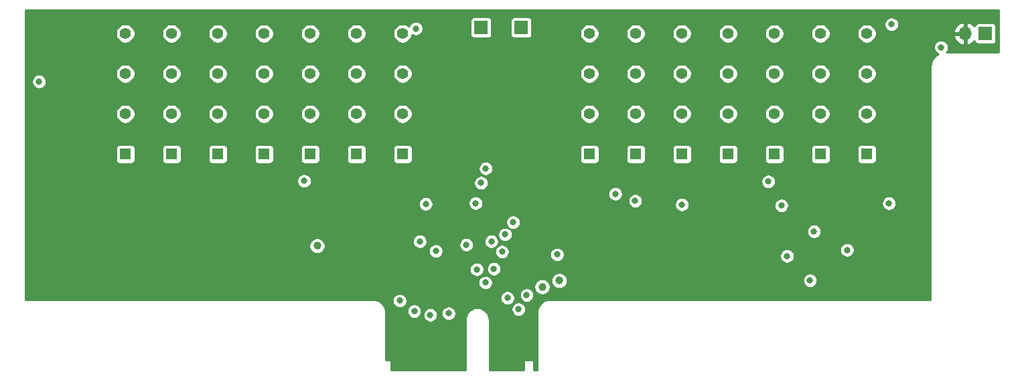
<source format=gbr>
G04 #@! TF.GenerationSoftware,KiCad,Pcbnew,(5.1.5)-3*
G04 #@! TF.CreationDate,2020-01-31T09:50:25-08:00*
G04 #@! TF.ProjectId,pin_driver,70696e5f-6472-4697-9665-722e6b696361,rev?*
G04 #@! TF.SameCoordinates,Original*
G04 #@! TF.FileFunction,Copper,L2,Inr*
G04 #@! TF.FilePolarity,Positive*
%FSLAX46Y46*%
G04 Gerber Fmt 4.6, Leading zero omitted, Abs format (unit mm)*
G04 Created by KiCad (PCBNEW (5.1.5)-3) date 2020-01-31 09:50:25*
%MOMM*%
%LPD*%
G04 APERTURE LIST*
%ADD10O,1.700000X1.700000*%
%ADD11R,1.700000X1.700000*%
%ADD12R,1.400000X1.400000*%
%ADD13C,1.400000*%
%ADD14C,0.800000*%
%ADD15C,1.000000*%
%ADD16C,0.254000*%
G04 APERTURE END LIST*
D10*
X170180000Y-122682000D03*
D11*
X172720000Y-122682000D03*
X114046000Y-121920000D03*
X108966000Y-121920000D03*
D12*
X99060000Y-137922000D03*
D13*
X99060000Y-132842000D03*
X99060000Y-127762000D03*
X99060000Y-122682000D03*
D12*
X93218000Y-137922000D03*
D13*
X93218000Y-132842000D03*
X93218000Y-127762000D03*
X93218000Y-122682000D03*
D12*
X87376000Y-137922000D03*
D13*
X87376000Y-132842000D03*
X87376000Y-127762000D03*
X87376000Y-122682000D03*
D12*
X81534000Y-137922000D03*
D13*
X81534000Y-132842000D03*
X81534000Y-127762000D03*
X81534000Y-122682000D03*
D12*
X75692000Y-137922000D03*
D13*
X75692000Y-132842000D03*
X75692000Y-127762000D03*
X75692000Y-122682000D03*
D12*
X69850000Y-137922000D03*
D13*
X69850000Y-132842000D03*
X69850000Y-127762000D03*
X69850000Y-122682000D03*
D12*
X64008000Y-137922000D03*
D13*
X64008000Y-132842000D03*
X64008000Y-127762000D03*
X64008000Y-122682000D03*
D12*
X157734000Y-137922000D03*
D13*
X157734000Y-132842000D03*
X157734000Y-127762000D03*
X157734000Y-122682000D03*
D12*
X151892000Y-137922000D03*
D13*
X151892000Y-132842000D03*
X151892000Y-127762000D03*
X151892000Y-122682000D03*
D12*
X146050000Y-137922000D03*
D13*
X146050000Y-132842000D03*
X146050000Y-127762000D03*
X146050000Y-122682000D03*
D12*
X140208000Y-137922000D03*
D13*
X140208000Y-132842000D03*
X140208000Y-127762000D03*
X140208000Y-122682000D03*
D12*
X134366000Y-137922000D03*
D13*
X134366000Y-132842000D03*
X134366000Y-127762000D03*
X134366000Y-122682000D03*
D12*
X128524000Y-137922000D03*
D13*
X128524000Y-132842000D03*
X128524000Y-127762000D03*
X128524000Y-122682000D03*
D12*
X122682000Y-137922000D03*
D13*
X122682000Y-132842000D03*
X122682000Y-127762000D03*
X122682000Y-122682000D03*
D14*
X99009200Y-159562800D03*
X101041200Y-159537400D03*
X103428800Y-157099000D03*
X105262260Y-159380340D03*
X106904765Y-158288113D03*
X111328200Y-159181800D03*
X54610000Y-121412000D03*
X126771400Y-150723600D03*
X147421600Y-153847800D03*
X148107400Y-148793200D03*
X162128200Y-144170400D03*
X159588200Y-152654000D03*
X102133400Y-146202400D03*
X97459800Y-158318200D03*
X90119200Y-153568400D03*
X85979000Y-150850600D03*
X102514400Y-137414000D03*
X90373200Y-149326600D03*
X96774000Y-149352000D03*
X99542600Y-147040600D03*
X86487000Y-139928600D03*
X96951800Y-140843000D03*
X146431000Y-142722600D03*
X111556800Y-126365000D03*
X111531400Y-129057400D03*
X110439200Y-134035800D03*
X111582200Y-143764000D03*
X104368600Y-149555200D03*
X102108000Y-150215600D03*
X106197400Y-151612600D03*
X111963200Y-152628600D03*
X117805200Y-142646400D03*
X123063000Y-146735800D03*
X118694200Y-155981400D03*
X144068800Y-151790400D03*
X159613600Y-149707600D03*
X145084800Y-146761200D03*
X140817600Y-141097000D03*
X148539200Y-140665200D03*
X150672800Y-140868400D03*
X146202400Y-136398000D03*
X159308800Y-121386600D03*
X161391600Y-120218200D03*
X165277800Y-126060200D03*
X162788600Y-126085600D03*
X165404800Y-123037600D03*
X74523600Y-147548600D03*
X76860400Y-147472400D03*
X68656200Y-142951200D03*
X76708000Y-139725400D03*
X75336400Y-136220200D03*
X82600800Y-140817600D03*
X94361000Y-134493000D03*
X89916000Y-133502400D03*
X78181200Y-134416800D03*
X73279000Y-133578600D03*
X67970400Y-133959600D03*
X127000000Y-134391400D03*
X132105400Y-133731000D03*
X138074400Y-133223000D03*
X153517600Y-133934200D03*
X147701000Y-123723400D03*
X161112200Y-123571000D03*
X156946600Y-141732000D03*
X127177800Y-140233400D03*
X131394200Y-141909800D03*
X97205800Y-142570200D03*
X89484200Y-142671800D03*
X105105200Y-154508200D03*
X149148800Y-132486400D03*
X111455200Y-121285000D03*
X106730800Y-121335800D03*
X116433600Y-121335800D03*
X113715800Y-140868400D03*
X108508800Y-137998200D03*
X99898200Y-136067800D03*
X104114600Y-120243600D03*
X77749400Y-123037600D03*
X96139000Y-138049000D03*
X90195400Y-138303000D03*
X117449600Y-152552400D03*
X96113600Y-122250200D03*
X84455000Y-124079000D03*
X90322400Y-124079000D03*
X144348200Y-132689600D03*
X83388200Y-137363200D03*
X100736400Y-122047000D03*
X104876600Y-158089600D03*
X53111400Y-128752600D03*
X118592600Y-150647400D03*
X150571200Y-153924000D03*
X151079200Y-147726400D03*
X160553400Y-144170400D03*
X101981000Y-144246600D03*
X147664010Y-150835500D03*
D15*
X118872719Y-153938390D03*
X116713000Y-154736800D03*
D14*
X109575600Y-139750800D03*
X110606607Y-152447431D03*
X108991400Y-141579600D03*
X109524800Y-154203400D03*
X108305600Y-144145000D03*
X108432600Y-152527000D03*
X146954630Y-144430711D03*
X107112232Y-149411687D03*
X103276400Y-150190202D03*
X101236368Y-148988911D03*
X113030000Y-146558000D03*
X86614000Y-141325600D03*
X145288000Y-141401800D03*
D15*
X88265000Y-149529800D03*
D14*
X134366000Y-144322800D03*
X114757200Y-155778200D03*
X128473200Y-143865600D03*
X113724473Y-157555554D03*
X125958600Y-142976600D03*
X112316463Y-156147543D03*
X111633000Y-150291800D03*
X102565200Y-158292800D03*
X110275210Y-148976077D03*
X100533202Y-157810200D03*
X98704400Y-156489400D03*
X112014000Y-148107400D03*
X155244800Y-150063200D03*
X160883600Y-121513600D03*
X167132000Y-124409200D03*
D16*
G36*
X174423001Y-125026000D02*
G01*
X167826176Y-125026000D01*
X167852048Y-125000128D01*
X167953496Y-124848299D01*
X168023376Y-124679596D01*
X168059000Y-124500501D01*
X168059000Y-124317899D01*
X168023376Y-124138804D01*
X167953496Y-123970101D01*
X167852048Y-123818272D01*
X167722928Y-123689152D01*
X167571099Y-123587704D01*
X167402396Y-123517824D01*
X167223301Y-123482200D01*
X167040699Y-123482200D01*
X166861604Y-123517824D01*
X166692901Y-123587704D01*
X166541072Y-123689152D01*
X166411952Y-123818272D01*
X166310504Y-123970101D01*
X166240624Y-124138804D01*
X166205000Y-124317899D01*
X166205000Y-124500501D01*
X166240624Y-124679596D01*
X166310504Y-124848299D01*
X166411952Y-125000128D01*
X166541072Y-125129248D01*
X166692901Y-125230696D01*
X166757395Y-125257411D01*
X166655391Y-125312564D01*
X166612033Y-125341809D01*
X166568273Y-125370445D01*
X166562030Y-125375537D01*
X166371051Y-125533530D01*
X166334239Y-125570600D01*
X166296837Y-125607227D01*
X166291702Y-125613434D01*
X166135047Y-125805512D01*
X166106088Y-125849098D01*
X166076560Y-125892223D01*
X166072732Y-125899304D01*
X166072729Y-125899308D01*
X166072729Y-125899309D01*
X165956366Y-126118157D01*
X165936455Y-126166466D01*
X165915836Y-126214572D01*
X165913454Y-126222268D01*
X165841814Y-126459549D01*
X165831655Y-126510857D01*
X165820783Y-126562004D01*
X165819941Y-126570017D01*
X165795754Y-126816695D01*
X165795754Y-126816704D01*
X165793000Y-126844665D01*
X165793001Y-156323000D01*
X117671664Y-156323000D01*
X117646839Y-156325445D01*
X117640377Y-156325400D01*
X117632359Y-156326187D01*
X117428556Y-156347607D01*
X117377334Y-156358121D01*
X117325956Y-156367922D01*
X117318250Y-156370249D01*
X117318246Y-156370250D01*
X117318243Y-156370251D01*
X117318244Y-156370251D01*
X117122484Y-156430849D01*
X117074262Y-156451119D01*
X117025788Y-156470704D01*
X117018675Y-156474486D01*
X116838412Y-156571953D01*
X116795031Y-156601214D01*
X116751296Y-156629833D01*
X116745053Y-156634925D01*
X116587157Y-156765548D01*
X116550292Y-156802671D01*
X116512943Y-156839246D01*
X116507813Y-156845448D01*
X116507808Y-156845453D01*
X116507804Y-156845458D01*
X116378290Y-157004258D01*
X116349344Y-157047826D01*
X116319804Y-157090967D01*
X116315972Y-157098054D01*
X116219766Y-157278991D01*
X116199828Y-157327363D01*
X116179236Y-157375408D01*
X116176854Y-157383104D01*
X116117624Y-157579282D01*
X116107465Y-157630590D01*
X116096593Y-157681737D01*
X116095751Y-157689749D01*
X116075754Y-157893695D01*
X116075754Y-157893704D01*
X116073000Y-157921665D01*
X116073001Y-165252400D01*
X115620800Y-165252400D01*
X115620800Y-164084000D01*
X115618360Y-164059224D01*
X115611133Y-164035399D01*
X115599397Y-164013443D01*
X115583603Y-163994197D01*
X115564357Y-163978403D01*
X115542401Y-163966667D01*
X115518576Y-163959440D01*
X115493800Y-163957000D01*
X114503200Y-163957000D01*
X114478424Y-163959440D01*
X114454599Y-163966667D01*
X114432643Y-163978403D01*
X114413397Y-163994197D01*
X114397603Y-164013443D01*
X114385867Y-164035399D01*
X114378640Y-164059224D01*
X114376200Y-164084000D01*
X114376200Y-165252400D01*
X110027000Y-165252400D01*
X110027000Y-158871664D01*
X110024153Y-158842759D01*
X110024153Y-158830431D01*
X110023311Y-158822419D01*
X110002644Y-158638167D01*
X109991770Y-158587009D01*
X109981614Y-158535715D01*
X109979232Y-158528019D01*
X109923171Y-158351290D01*
X109902574Y-158303233D01*
X109882640Y-158254869D01*
X109878808Y-158247783D01*
X109789487Y-158085309D01*
X109759959Y-158042184D01*
X109731000Y-157998598D01*
X109725864Y-157992391D01*
X109606687Y-157850361D01*
X109569318Y-157813767D01*
X109532473Y-157776664D01*
X109526230Y-157771573D01*
X109381735Y-157655396D01*
X109337979Y-157626763D01*
X109294621Y-157597517D01*
X109287508Y-157593735D01*
X109123199Y-157507836D01*
X109074702Y-157488242D01*
X109026498Y-157467979D01*
X109018794Y-157465653D01*
X109018788Y-157465651D01*
X109018782Y-157465650D01*
X109014036Y-157464253D01*
X112797473Y-157464253D01*
X112797473Y-157646855D01*
X112833097Y-157825950D01*
X112902977Y-157994653D01*
X113004425Y-158146482D01*
X113133545Y-158275602D01*
X113285374Y-158377050D01*
X113454077Y-158446930D01*
X113633172Y-158482554D01*
X113815774Y-158482554D01*
X113994869Y-158446930D01*
X114163572Y-158377050D01*
X114315401Y-158275602D01*
X114444521Y-158146482D01*
X114545969Y-157994653D01*
X114615849Y-157825950D01*
X114651473Y-157646855D01*
X114651473Y-157464253D01*
X114615849Y-157285158D01*
X114545969Y-157116455D01*
X114444521Y-156964626D01*
X114315401Y-156835506D01*
X114163572Y-156734058D01*
X113994869Y-156664178D01*
X113815774Y-156628554D01*
X113633172Y-156628554D01*
X113454077Y-156664178D01*
X113285374Y-156734058D01*
X113133545Y-156835506D01*
X113004425Y-156964626D01*
X112902977Y-157116455D01*
X112833097Y-157285158D01*
X112797473Y-157464253D01*
X109014036Y-157464253D01*
X108840922Y-157413303D01*
X108789555Y-157403504D01*
X108738325Y-157392988D01*
X108730307Y-157392202D01*
X108545663Y-157375398D01*
X108493367Y-157375763D01*
X108441071Y-157375398D01*
X108433053Y-157376184D01*
X108248661Y-157395565D01*
X108197429Y-157406082D01*
X108146067Y-157415879D01*
X108138354Y-157418208D01*
X107961238Y-157473034D01*
X107913054Y-157493289D01*
X107864538Y-157512890D01*
X107857425Y-157516673D01*
X107694332Y-157604857D01*
X107650984Y-157634096D01*
X107607215Y-157662737D01*
X107600972Y-157667829D01*
X107458113Y-157786013D01*
X107421250Y-157823134D01*
X107383901Y-157859709D01*
X107378766Y-157865916D01*
X107261583Y-158009596D01*
X107232637Y-158053164D01*
X107203097Y-158096305D01*
X107199265Y-158103391D01*
X107112221Y-158267097D01*
X107092301Y-158315426D01*
X107071689Y-158363517D01*
X107069307Y-158371213D01*
X107015719Y-158548707D01*
X107005566Y-158599987D01*
X106994689Y-158651158D01*
X106993847Y-158659170D01*
X106975754Y-158843694D01*
X106975754Y-158843704D01*
X106973000Y-158871665D01*
X106973001Y-165252400D01*
X97612200Y-165252400D01*
X97612200Y-164084000D01*
X97609760Y-164059224D01*
X97602533Y-164035399D01*
X97590797Y-164013443D01*
X97575003Y-163994197D01*
X97555757Y-163978403D01*
X97533801Y-163966667D01*
X97509976Y-163959440D01*
X97485200Y-163957000D01*
X96927000Y-163957000D01*
X96927000Y-157921664D01*
X96924555Y-157896839D01*
X96924600Y-157890377D01*
X96923813Y-157882359D01*
X96906634Y-157718899D01*
X99606202Y-157718899D01*
X99606202Y-157901501D01*
X99641826Y-158080596D01*
X99711706Y-158249299D01*
X99813154Y-158401128D01*
X99942274Y-158530248D01*
X100094103Y-158631696D01*
X100262806Y-158701576D01*
X100441901Y-158737200D01*
X100624503Y-158737200D01*
X100803598Y-158701576D01*
X100972301Y-158631696D01*
X101124130Y-158530248D01*
X101253250Y-158401128D01*
X101354698Y-158249299D01*
X101374497Y-158201499D01*
X101638200Y-158201499D01*
X101638200Y-158384101D01*
X101673824Y-158563196D01*
X101743704Y-158731899D01*
X101845152Y-158883728D01*
X101974272Y-159012848D01*
X102126101Y-159114296D01*
X102294804Y-159184176D01*
X102473899Y-159219800D01*
X102656501Y-159219800D01*
X102835596Y-159184176D01*
X103004299Y-159114296D01*
X103156128Y-159012848D01*
X103285248Y-158883728D01*
X103386696Y-158731899D01*
X103456576Y-158563196D01*
X103492200Y-158384101D01*
X103492200Y-158201499D01*
X103456576Y-158022404D01*
X103446592Y-157998299D01*
X103949600Y-157998299D01*
X103949600Y-158180901D01*
X103985224Y-158359996D01*
X104055104Y-158528699D01*
X104156552Y-158680528D01*
X104285672Y-158809648D01*
X104437501Y-158911096D01*
X104606204Y-158980976D01*
X104785299Y-159016600D01*
X104967901Y-159016600D01*
X105146996Y-158980976D01*
X105315699Y-158911096D01*
X105467528Y-158809648D01*
X105596648Y-158680528D01*
X105698096Y-158528699D01*
X105767976Y-158359996D01*
X105803600Y-158180901D01*
X105803600Y-157998299D01*
X105767976Y-157819204D01*
X105698096Y-157650501D01*
X105596648Y-157498672D01*
X105467528Y-157369552D01*
X105315699Y-157268104D01*
X105146996Y-157198224D01*
X104967901Y-157162600D01*
X104785299Y-157162600D01*
X104606204Y-157198224D01*
X104437501Y-157268104D01*
X104285672Y-157369552D01*
X104156552Y-157498672D01*
X104055104Y-157650501D01*
X103985224Y-157819204D01*
X103949600Y-157998299D01*
X103446592Y-157998299D01*
X103386696Y-157853701D01*
X103285248Y-157701872D01*
X103156128Y-157572752D01*
X103004299Y-157471304D01*
X102835596Y-157401424D01*
X102656501Y-157365800D01*
X102473899Y-157365800D01*
X102294804Y-157401424D01*
X102126101Y-157471304D01*
X101974272Y-157572752D01*
X101845152Y-157701872D01*
X101743704Y-157853701D01*
X101673824Y-158022404D01*
X101638200Y-158201499D01*
X101374497Y-158201499D01*
X101424578Y-158080596D01*
X101460202Y-157901501D01*
X101460202Y-157718899D01*
X101424578Y-157539804D01*
X101354698Y-157371101D01*
X101253250Y-157219272D01*
X101124130Y-157090152D01*
X100972301Y-156988704D01*
X100803598Y-156918824D01*
X100624503Y-156883200D01*
X100441901Y-156883200D01*
X100262806Y-156918824D01*
X100094103Y-156988704D01*
X99942274Y-157090152D01*
X99813154Y-157219272D01*
X99711706Y-157371101D01*
X99641826Y-157539804D01*
X99606202Y-157718899D01*
X96906634Y-157718899D01*
X96902393Y-157678556D01*
X96891879Y-157627334D01*
X96882078Y-157575956D01*
X96879749Y-157568244D01*
X96819151Y-157372484D01*
X96798881Y-157324262D01*
X96779296Y-157275788D01*
X96775514Y-157268675D01*
X96678047Y-157088412D01*
X96648786Y-157045031D01*
X96620167Y-157001296D01*
X96615075Y-156995053D01*
X96484452Y-156837157D01*
X96447329Y-156800292D01*
X96410754Y-156762943D01*
X96404552Y-156757813D01*
X96404547Y-156757808D01*
X96404542Y-156757804D01*
X96245742Y-156628290D01*
X96202174Y-156599344D01*
X96159033Y-156569804D01*
X96151946Y-156565972D01*
X95971009Y-156469766D01*
X95922637Y-156449828D01*
X95874592Y-156429236D01*
X95866896Y-156426854D01*
X95771656Y-156398099D01*
X97777400Y-156398099D01*
X97777400Y-156580701D01*
X97813024Y-156759796D01*
X97882904Y-156928499D01*
X97984352Y-157080328D01*
X98113472Y-157209448D01*
X98265301Y-157310896D01*
X98434004Y-157380776D01*
X98613099Y-157416400D01*
X98795701Y-157416400D01*
X98974796Y-157380776D01*
X99143499Y-157310896D01*
X99295328Y-157209448D01*
X99424448Y-157080328D01*
X99525896Y-156928499D01*
X99595776Y-156759796D01*
X99631400Y-156580701D01*
X99631400Y-156398099D01*
X99595776Y-156219004D01*
X99528357Y-156056242D01*
X111389463Y-156056242D01*
X111389463Y-156238844D01*
X111425087Y-156417939D01*
X111494967Y-156586642D01*
X111596415Y-156738471D01*
X111725535Y-156867591D01*
X111877364Y-156969039D01*
X112046067Y-157038919D01*
X112225162Y-157074543D01*
X112407764Y-157074543D01*
X112586859Y-157038919D01*
X112755562Y-156969039D01*
X112907391Y-156867591D01*
X113036511Y-156738471D01*
X113137959Y-156586642D01*
X113207839Y-156417939D01*
X113243463Y-156238844D01*
X113243463Y-156056242D01*
X113207839Y-155877147D01*
X113137959Y-155708444D01*
X113123564Y-155686899D01*
X113830200Y-155686899D01*
X113830200Y-155869501D01*
X113865824Y-156048596D01*
X113935704Y-156217299D01*
X114037152Y-156369128D01*
X114166272Y-156498248D01*
X114318101Y-156599696D01*
X114486804Y-156669576D01*
X114665899Y-156705200D01*
X114848501Y-156705200D01*
X115027596Y-156669576D01*
X115196299Y-156599696D01*
X115348128Y-156498248D01*
X115477248Y-156369128D01*
X115578696Y-156217299D01*
X115648576Y-156048596D01*
X115684200Y-155869501D01*
X115684200Y-155686899D01*
X115648576Y-155507804D01*
X115578696Y-155339101D01*
X115477248Y-155187272D01*
X115348128Y-155058152D01*
X115196299Y-154956704D01*
X115027596Y-154886824D01*
X114848501Y-154851200D01*
X114665899Y-154851200D01*
X114486804Y-154886824D01*
X114318101Y-154956704D01*
X114166272Y-155058152D01*
X114037152Y-155187272D01*
X113935704Y-155339101D01*
X113865824Y-155507804D01*
X113830200Y-155686899D01*
X113123564Y-155686899D01*
X113036511Y-155556615D01*
X112907391Y-155427495D01*
X112755562Y-155326047D01*
X112586859Y-155256167D01*
X112407764Y-155220543D01*
X112225162Y-155220543D01*
X112046067Y-155256167D01*
X111877364Y-155326047D01*
X111725535Y-155427495D01*
X111596415Y-155556615D01*
X111494967Y-155708444D01*
X111425087Y-155877147D01*
X111389463Y-156056242D01*
X99528357Y-156056242D01*
X99525896Y-156050301D01*
X99424448Y-155898472D01*
X99295328Y-155769352D01*
X99143499Y-155667904D01*
X98974796Y-155598024D01*
X98795701Y-155562400D01*
X98613099Y-155562400D01*
X98434004Y-155598024D01*
X98265301Y-155667904D01*
X98113472Y-155769352D01*
X97984352Y-155898472D01*
X97882904Y-156050301D01*
X97813024Y-156219004D01*
X97777400Y-156398099D01*
X95771656Y-156398099D01*
X95670718Y-156367624D01*
X95619410Y-156357465D01*
X95568263Y-156346593D01*
X95560255Y-156345751D01*
X95560251Y-156345751D01*
X95356305Y-156325754D01*
X95356297Y-156325754D01*
X95328336Y-156323000D01*
X51377000Y-156323000D01*
X51377000Y-154112099D01*
X108597800Y-154112099D01*
X108597800Y-154294701D01*
X108633424Y-154473796D01*
X108703304Y-154642499D01*
X108804752Y-154794328D01*
X108933872Y-154923448D01*
X109085701Y-155024896D01*
X109254404Y-155094776D01*
X109433499Y-155130400D01*
X109616101Y-155130400D01*
X109795196Y-155094776D01*
X109963899Y-155024896D01*
X110115728Y-154923448D01*
X110244848Y-154794328D01*
X110346296Y-154642499D01*
X110349133Y-154635649D01*
X115686000Y-154635649D01*
X115686000Y-154837951D01*
X115725467Y-155036365D01*
X115802885Y-155223267D01*
X115915277Y-155391474D01*
X116058326Y-155534523D01*
X116226533Y-155646915D01*
X116413435Y-155724333D01*
X116611849Y-155763800D01*
X116814151Y-155763800D01*
X117012565Y-155724333D01*
X117199467Y-155646915D01*
X117367674Y-155534523D01*
X117510723Y-155391474D01*
X117623115Y-155223267D01*
X117700533Y-155036365D01*
X117740000Y-154837951D01*
X117740000Y-154635649D01*
X117700533Y-154437235D01*
X117623115Y-154250333D01*
X117510723Y-154082126D01*
X117367674Y-153939077D01*
X117215263Y-153837239D01*
X117845719Y-153837239D01*
X117845719Y-154039541D01*
X117885186Y-154237955D01*
X117962604Y-154424857D01*
X118074996Y-154593064D01*
X118218045Y-154736113D01*
X118386252Y-154848505D01*
X118573154Y-154925923D01*
X118771568Y-154965390D01*
X118973870Y-154965390D01*
X119172284Y-154925923D01*
X119359186Y-154848505D01*
X119527393Y-154736113D01*
X119670442Y-154593064D01*
X119782834Y-154424857D01*
X119860252Y-154237955D01*
X119899719Y-154039541D01*
X119899719Y-153837239D01*
X119898816Y-153832699D01*
X149644200Y-153832699D01*
X149644200Y-154015301D01*
X149679824Y-154194396D01*
X149749704Y-154363099D01*
X149851152Y-154514928D01*
X149980272Y-154644048D01*
X150132101Y-154745496D01*
X150300804Y-154815376D01*
X150479899Y-154851000D01*
X150662501Y-154851000D01*
X150841596Y-154815376D01*
X151010299Y-154745496D01*
X151162128Y-154644048D01*
X151291248Y-154514928D01*
X151392696Y-154363099D01*
X151462576Y-154194396D01*
X151498200Y-154015301D01*
X151498200Y-153832699D01*
X151462576Y-153653604D01*
X151392696Y-153484901D01*
X151291248Y-153333072D01*
X151162128Y-153203952D01*
X151010299Y-153102504D01*
X150841596Y-153032624D01*
X150662501Y-152997000D01*
X150479899Y-152997000D01*
X150300804Y-153032624D01*
X150132101Y-153102504D01*
X149980272Y-153203952D01*
X149851152Y-153333072D01*
X149749704Y-153484901D01*
X149679824Y-153653604D01*
X149644200Y-153832699D01*
X119898816Y-153832699D01*
X119860252Y-153638825D01*
X119782834Y-153451923D01*
X119670442Y-153283716D01*
X119527393Y-153140667D01*
X119359186Y-153028275D01*
X119172284Y-152950857D01*
X118973870Y-152911390D01*
X118771568Y-152911390D01*
X118573154Y-152950857D01*
X118386252Y-153028275D01*
X118218045Y-153140667D01*
X118074996Y-153283716D01*
X117962604Y-153451923D01*
X117885186Y-153638825D01*
X117845719Y-153837239D01*
X117215263Y-153837239D01*
X117199467Y-153826685D01*
X117012565Y-153749267D01*
X116814151Y-153709800D01*
X116611849Y-153709800D01*
X116413435Y-153749267D01*
X116226533Y-153826685D01*
X116058326Y-153939077D01*
X115915277Y-154082126D01*
X115802885Y-154250333D01*
X115725467Y-154437235D01*
X115686000Y-154635649D01*
X110349133Y-154635649D01*
X110416176Y-154473796D01*
X110451800Y-154294701D01*
X110451800Y-154112099D01*
X110416176Y-153933004D01*
X110346296Y-153764301D01*
X110244848Y-153612472D01*
X110115728Y-153483352D01*
X109963899Y-153381904D01*
X109795196Y-153312024D01*
X109616101Y-153276400D01*
X109433499Y-153276400D01*
X109254404Y-153312024D01*
X109085701Y-153381904D01*
X108933872Y-153483352D01*
X108804752Y-153612472D01*
X108703304Y-153764301D01*
X108633424Y-153933004D01*
X108597800Y-154112099D01*
X51377000Y-154112099D01*
X51377000Y-152435699D01*
X107505600Y-152435699D01*
X107505600Y-152618301D01*
X107541224Y-152797396D01*
X107611104Y-152966099D01*
X107712552Y-153117928D01*
X107841672Y-153247048D01*
X107993501Y-153348496D01*
X108162204Y-153418376D01*
X108341299Y-153454000D01*
X108523901Y-153454000D01*
X108702996Y-153418376D01*
X108871699Y-153348496D01*
X109023528Y-153247048D01*
X109152648Y-153117928D01*
X109254096Y-152966099D01*
X109323976Y-152797396D01*
X109359600Y-152618301D01*
X109359600Y-152435699D01*
X109343773Y-152356130D01*
X109679607Y-152356130D01*
X109679607Y-152538732D01*
X109715231Y-152717827D01*
X109785111Y-152886530D01*
X109886559Y-153038359D01*
X110015679Y-153167479D01*
X110167508Y-153268927D01*
X110336211Y-153338807D01*
X110515306Y-153374431D01*
X110697908Y-153374431D01*
X110877003Y-153338807D01*
X111045706Y-153268927D01*
X111197535Y-153167479D01*
X111326655Y-153038359D01*
X111428103Y-152886530D01*
X111497983Y-152717827D01*
X111533607Y-152538732D01*
X111533607Y-152356130D01*
X111497983Y-152177035D01*
X111428103Y-152008332D01*
X111326655Y-151856503D01*
X111197535Y-151727383D01*
X111045706Y-151625935D01*
X110877003Y-151556055D01*
X110697908Y-151520431D01*
X110515306Y-151520431D01*
X110336211Y-151556055D01*
X110167508Y-151625935D01*
X110015679Y-151727383D01*
X109886559Y-151856503D01*
X109785111Y-152008332D01*
X109715231Y-152177035D01*
X109679607Y-152356130D01*
X109343773Y-152356130D01*
X109323976Y-152256604D01*
X109254096Y-152087901D01*
X109152648Y-151936072D01*
X109023528Y-151806952D01*
X108871699Y-151705504D01*
X108702996Y-151635624D01*
X108523901Y-151600000D01*
X108341299Y-151600000D01*
X108162204Y-151635624D01*
X107993501Y-151705504D01*
X107841672Y-151806952D01*
X107712552Y-151936072D01*
X107611104Y-152087901D01*
X107541224Y-152256604D01*
X107505600Y-152435699D01*
X51377000Y-152435699D01*
X51377000Y-149428649D01*
X87238000Y-149428649D01*
X87238000Y-149630951D01*
X87277467Y-149829365D01*
X87354885Y-150016267D01*
X87467277Y-150184474D01*
X87610326Y-150327523D01*
X87778533Y-150439915D01*
X87965435Y-150517333D01*
X88163849Y-150556800D01*
X88366151Y-150556800D01*
X88564565Y-150517333D01*
X88751467Y-150439915D01*
X88919674Y-150327523D01*
X89062723Y-150184474D01*
X89119900Y-150098901D01*
X102349400Y-150098901D01*
X102349400Y-150281503D01*
X102385024Y-150460598D01*
X102454904Y-150629301D01*
X102556352Y-150781130D01*
X102685472Y-150910250D01*
X102837301Y-151011698D01*
X103006004Y-151081578D01*
X103185099Y-151117202D01*
X103367701Y-151117202D01*
X103546796Y-151081578D01*
X103715499Y-151011698D01*
X103867328Y-150910250D01*
X103996448Y-150781130D01*
X104097896Y-150629301D01*
X104167776Y-150460598D01*
X104203400Y-150281503D01*
X104203400Y-150098901D01*
X104167776Y-149919806D01*
X104097896Y-149751103D01*
X103996448Y-149599274D01*
X103867328Y-149470154D01*
X103715499Y-149368706D01*
X103598846Y-149320386D01*
X106185232Y-149320386D01*
X106185232Y-149502988D01*
X106220856Y-149682083D01*
X106290736Y-149850786D01*
X106392184Y-150002615D01*
X106521304Y-150131735D01*
X106673133Y-150233183D01*
X106841836Y-150303063D01*
X107020931Y-150338687D01*
X107203533Y-150338687D01*
X107382628Y-150303063D01*
X107551331Y-150233183D01*
X107600246Y-150200499D01*
X110706000Y-150200499D01*
X110706000Y-150383101D01*
X110741624Y-150562196D01*
X110811504Y-150730899D01*
X110912952Y-150882728D01*
X111042072Y-151011848D01*
X111193901Y-151113296D01*
X111362604Y-151183176D01*
X111541699Y-151218800D01*
X111724301Y-151218800D01*
X111903396Y-151183176D01*
X112072099Y-151113296D01*
X112223928Y-151011848D01*
X112353048Y-150882728D01*
X112454496Y-150730899D01*
X112524376Y-150562196D01*
X112525588Y-150556099D01*
X117665600Y-150556099D01*
X117665600Y-150738701D01*
X117701224Y-150917796D01*
X117771104Y-151086499D01*
X117872552Y-151238328D01*
X118001672Y-151367448D01*
X118153501Y-151468896D01*
X118322204Y-151538776D01*
X118501299Y-151574400D01*
X118683901Y-151574400D01*
X118862996Y-151538776D01*
X119031699Y-151468896D01*
X119183528Y-151367448D01*
X119312648Y-151238328D01*
X119414096Y-151086499D01*
X119483976Y-150917796D01*
X119518506Y-150744199D01*
X146737010Y-150744199D01*
X146737010Y-150926801D01*
X146772634Y-151105896D01*
X146842514Y-151274599D01*
X146943962Y-151426428D01*
X147073082Y-151555548D01*
X147224911Y-151656996D01*
X147393614Y-151726876D01*
X147572709Y-151762500D01*
X147755311Y-151762500D01*
X147934406Y-151726876D01*
X148103109Y-151656996D01*
X148254938Y-151555548D01*
X148384058Y-151426428D01*
X148485506Y-151274599D01*
X148555386Y-151105896D01*
X148591010Y-150926801D01*
X148591010Y-150744199D01*
X148555386Y-150565104D01*
X148485506Y-150396401D01*
X148384058Y-150244572D01*
X148254938Y-150115452D01*
X148103109Y-150014004D01*
X148001460Y-149971899D01*
X154317800Y-149971899D01*
X154317800Y-150154501D01*
X154353424Y-150333596D01*
X154423304Y-150502299D01*
X154524752Y-150654128D01*
X154653872Y-150783248D01*
X154805701Y-150884696D01*
X154974404Y-150954576D01*
X155153499Y-150990200D01*
X155336101Y-150990200D01*
X155515196Y-150954576D01*
X155683899Y-150884696D01*
X155835728Y-150783248D01*
X155964848Y-150654128D01*
X156066296Y-150502299D01*
X156136176Y-150333596D01*
X156171800Y-150154501D01*
X156171800Y-149971899D01*
X156136176Y-149792804D01*
X156066296Y-149624101D01*
X155964848Y-149472272D01*
X155835728Y-149343152D01*
X155683899Y-149241704D01*
X155515196Y-149171824D01*
X155336101Y-149136200D01*
X155153499Y-149136200D01*
X154974404Y-149171824D01*
X154805701Y-149241704D01*
X154653872Y-149343152D01*
X154524752Y-149472272D01*
X154423304Y-149624101D01*
X154353424Y-149792804D01*
X154317800Y-149971899D01*
X148001460Y-149971899D01*
X147934406Y-149944124D01*
X147755311Y-149908500D01*
X147572709Y-149908500D01*
X147393614Y-149944124D01*
X147224911Y-150014004D01*
X147073082Y-150115452D01*
X146943962Y-150244572D01*
X146842514Y-150396401D01*
X146772634Y-150565104D01*
X146737010Y-150744199D01*
X119518506Y-150744199D01*
X119519600Y-150738701D01*
X119519600Y-150556099D01*
X119483976Y-150377004D01*
X119414096Y-150208301D01*
X119312648Y-150056472D01*
X119183528Y-149927352D01*
X119031699Y-149825904D01*
X118862996Y-149756024D01*
X118683901Y-149720400D01*
X118501299Y-149720400D01*
X118322204Y-149756024D01*
X118153501Y-149825904D01*
X118001672Y-149927352D01*
X117872552Y-150056472D01*
X117771104Y-150208301D01*
X117701224Y-150377004D01*
X117665600Y-150556099D01*
X112525588Y-150556099D01*
X112560000Y-150383101D01*
X112560000Y-150200499D01*
X112524376Y-150021404D01*
X112454496Y-149852701D01*
X112353048Y-149700872D01*
X112223928Y-149571752D01*
X112072099Y-149470304D01*
X111903396Y-149400424D01*
X111724301Y-149364800D01*
X111541699Y-149364800D01*
X111362604Y-149400424D01*
X111193901Y-149470304D01*
X111042072Y-149571752D01*
X110912952Y-149700872D01*
X110811504Y-149852701D01*
X110741624Y-150021404D01*
X110706000Y-150200499D01*
X107600246Y-150200499D01*
X107703160Y-150131735D01*
X107832280Y-150002615D01*
X107933728Y-149850786D01*
X108003608Y-149682083D01*
X108039232Y-149502988D01*
X108039232Y-149320386D01*
X108003608Y-149141291D01*
X107933728Y-148972588D01*
X107875055Y-148884776D01*
X109348210Y-148884776D01*
X109348210Y-149067378D01*
X109383834Y-149246473D01*
X109453714Y-149415176D01*
X109555162Y-149567005D01*
X109684282Y-149696125D01*
X109836111Y-149797573D01*
X110004814Y-149867453D01*
X110183909Y-149903077D01*
X110366511Y-149903077D01*
X110545606Y-149867453D01*
X110714309Y-149797573D01*
X110866138Y-149696125D01*
X110995258Y-149567005D01*
X111096706Y-149415176D01*
X111166586Y-149246473D01*
X111202210Y-149067378D01*
X111202210Y-148884776D01*
X111166586Y-148705681D01*
X111096706Y-148536978D01*
X110995258Y-148385149D01*
X110866138Y-148256029D01*
X110714309Y-148154581D01*
X110545606Y-148084701D01*
X110366511Y-148049077D01*
X110183909Y-148049077D01*
X110004814Y-148084701D01*
X109836111Y-148154581D01*
X109684282Y-148256029D01*
X109555162Y-148385149D01*
X109453714Y-148536978D01*
X109383834Y-148705681D01*
X109348210Y-148884776D01*
X107875055Y-148884776D01*
X107832280Y-148820759D01*
X107703160Y-148691639D01*
X107551331Y-148590191D01*
X107382628Y-148520311D01*
X107203533Y-148484687D01*
X107020931Y-148484687D01*
X106841836Y-148520311D01*
X106673133Y-148590191D01*
X106521304Y-148691639D01*
X106392184Y-148820759D01*
X106290736Y-148972588D01*
X106220856Y-149141291D01*
X106185232Y-149320386D01*
X103598846Y-149320386D01*
X103546796Y-149298826D01*
X103367701Y-149263202D01*
X103185099Y-149263202D01*
X103006004Y-149298826D01*
X102837301Y-149368706D01*
X102685472Y-149470154D01*
X102556352Y-149599274D01*
X102454904Y-149751103D01*
X102385024Y-149919806D01*
X102349400Y-150098901D01*
X89119900Y-150098901D01*
X89175115Y-150016267D01*
X89252533Y-149829365D01*
X89292000Y-149630951D01*
X89292000Y-149428649D01*
X89252533Y-149230235D01*
X89175115Y-149043333D01*
X89077747Y-148897610D01*
X100309368Y-148897610D01*
X100309368Y-149080212D01*
X100344992Y-149259307D01*
X100414872Y-149428010D01*
X100516320Y-149579839D01*
X100645440Y-149708959D01*
X100797269Y-149810407D01*
X100965972Y-149880287D01*
X101145067Y-149915911D01*
X101327669Y-149915911D01*
X101506764Y-149880287D01*
X101675467Y-149810407D01*
X101827296Y-149708959D01*
X101956416Y-149579839D01*
X102057864Y-149428010D01*
X102127744Y-149259307D01*
X102163368Y-149080212D01*
X102163368Y-148897610D01*
X102127744Y-148718515D01*
X102057864Y-148549812D01*
X101956416Y-148397983D01*
X101827296Y-148268863D01*
X101675467Y-148167415D01*
X101506764Y-148097535D01*
X101327669Y-148061911D01*
X101145067Y-148061911D01*
X100965972Y-148097535D01*
X100797269Y-148167415D01*
X100645440Y-148268863D01*
X100516320Y-148397983D01*
X100414872Y-148549812D01*
X100344992Y-148718515D01*
X100309368Y-148897610D01*
X89077747Y-148897610D01*
X89062723Y-148875126D01*
X88919674Y-148732077D01*
X88751467Y-148619685D01*
X88564565Y-148542267D01*
X88366151Y-148502800D01*
X88163849Y-148502800D01*
X87965435Y-148542267D01*
X87778533Y-148619685D01*
X87610326Y-148732077D01*
X87467277Y-148875126D01*
X87354885Y-149043333D01*
X87277467Y-149230235D01*
X87238000Y-149428649D01*
X51377000Y-149428649D01*
X51377000Y-148016099D01*
X111087000Y-148016099D01*
X111087000Y-148198701D01*
X111122624Y-148377796D01*
X111192504Y-148546499D01*
X111293952Y-148698328D01*
X111423072Y-148827448D01*
X111574901Y-148928896D01*
X111743604Y-148998776D01*
X111922699Y-149034400D01*
X112105301Y-149034400D01*
X112284396Y-148998776D01*
X112453099Y-148928896D01*
X112604928Y-148827448D01*
X112734048Y-148698328D01*
X112835496Y-148546499D01*
X112905376Y-148377796D01*
X112941000Y-148198701D01*
X112941000Y-148016099D01*
X112905376Y-147837004D01*
X112835496Y-147668301D01*
X112813312Y-147635099D01*
X150152200Y-147635099D01*
X150152200Y-147817701D01*
X150187824Y-147996796D01*
X150257704Y-148165499D01*
X150359152Y-148317328D01*
X150488272Y-148446448D01*
X150640101Y-148547896D01*
X150808804Y-148617776D01*
X150987899Y-148653400D01*
X151170501Y-148653400D01*
X151349596Y-148617776D01*
X151518299Y-148547896D01*
X151670128Y-148446448D01*
X151799248Y-148317328D01*
X151900696Y-148165499D01*
X151970576Y-147996796D01*
X152006200Y-147817701D01*
X152006200Y-147635099D01*
X151970576Y-147456004D01*
X151900696Y-147287301D01*
X151799248Y-147135472D01*
X151670128Y-147006352D01*
X151518299Y-146904904D01*
X151349596Y-146835024D01*
X151170501Y-146799400D01*
X150987899Y-146799400D01*
X150808804Y-146835024D01*
X150640101Y-146904904D01*
X150488272Y-147006352D01*
X150359152Y-147135472D01*
X150257704Y-147287301D01*
X150187824Y-147456004D01*
X150152200Y-147635099D01*
X112813312Y-147635099D01*
X112734048Y-147516472D01*
X112604928Y-147387352D01*
X112596872Y-147381969D01*
X112759604Y-147449376D01*
X112938699Y-147485000D01*
X113121301Y-147485000D01*
X113300396Y-147449376D01*
X113469099Y-147379496D01*
X113620928Y-147278048D01*
X113750048Y-147148928D01*
X113851496Y-146997099D01*
X113921376Y-146828396D01*
X113957000Y-146649301D01*
X113957000Y-146466699D01*
X113921376Y-146287604D01*
X113851496Y-146118901D01*
X113750048Y-145967072D01*
X113620928Y-145837952D01*
X113469099Y-145736504D01*
X113300396Y-145666624D01*
X113121301Y-145631000D01*
X112938699Y-145631000D01*
X112759604Y-145666624D01*
X112590901Y-145736504D01*
X112439072Y-145837952D01*
X112309952Y-145967072D01*
X112208504Y-146118901D01*
X112138624Y-146287604D01*
X112103000Y-146466699D01*
X112103000Y-146649301D01*
X112138624Y-146828396D01*
X112208504Y-146997099D01*
X112309952Y-147148928D01*
X112439072Y-147278048D01*
X112447128Y-147283431D01*
X112284396Y-147216024D01*
X112105301Y-147180400D01*
X111922699Y-147180400D01*
X111743604Y-147216024D01*
X111574901Y-147285904D01*
X111423072Y-147387352D01*
X111293952Y-147516472D01*
X111192504Y-147668301D01*
X111122624Y-147837004D01*
X111087000Y-148016099D01*
X51377000Y-148016099D01*
X51377000Y-144155299D01*
X101054000Y-144155299D01*
X101054000Y-144337901D01*
X101089624Y-144516996D01*
X101159504Y-144685699D01*
X101260952Y-144837528D01*
X101390072Y-144966648D01*
X101541901Y-145068096D01*
X101710604Y-145137976D01*
X101889699Y-145173600D01*
X102072301Y-145173600D01*
X102251396Y-145137976D01*
X102420099Y-145068096D01*
X102571928Y-144966648D01*
X102701048Y-144837528D01*
X102802496Y-144685699D01*
X102872376Y-144516996D01*
X102908000Y-144337901D01*
X102908000Y-144155299D01*
X102887791Y-144053699D01*
X107378600Y-144053699D01*
X107378600Y-144236301D01*
X107414224Y-144415396D01*
X107484104Y-144584099D01*
X107585552Y-144735928D01*
X107714672Y-144865048D01*
X107866501Y-144966496D01*
X108035204Y-145036376D01*
X108214299Y-145072000D01*
X108396901Y-145072000D01*
X108575996Y-145036376D01*
X108744699Y-144966496D01*
X108896528Y-144865048D01*
X109025648Y-144735928D01*
X109127096Y-144584099D01*
X109196976Y-144415396D01*
X109232600Y-144236301D01*
X109232600Y-144053699D01*
X109196976Y-143874604D01*
X109127096Y-143705901D01*
X109025648Y-143554072D01*
X108896528Y-143424952D01*
X108744699Y-143323504D01*
X108575996Y-143253624D01*
X108396901Y-143218000D01*
X108214299Y-143218000D01*
X108035204Y-143253624D01*
X107866501Y-143323504D01*
X107714672Y-143424952D01*
X107585552Y-143554072D01*
X107484104Y-143705901D01*
X107414224Y-143874604D01*
X107378600Y-144053699D01*
X102887791Y-144053699D01*
X102872376Y-143976204D01*
X102802496Y-143807501D01*
X102701048Y-143655672D01*
X102571928Y-143526552D01*
X102420099Y-143425104D01*
X102251396Y-143355224D01*
X102072301Y-143319600D01*
X101889699Y-143319600D01*
X101710604Y-143355224D01*
X101541901Y-143425104D01*
X101390072Y-143526552D01*
X101260952Y-143655672D01*
X101159504Y-143807501D01*
X101089624Y-143976204D01*
X101054000Y-144155299D01*
X51377000Y-144155299D01*
X51377000Y-142885299D01*
X125031600Y-142885299D01*
X125031600Y-143067901D01*
X125067224Y-143246996D01*
X125137104Y-143415699D01*
X125238552Y-143567528D01*
X125367672Y-143696648D01*
X125519501Y-143798096D01*
X125688204Y-143867976D01*
X125867299Y-143903600D01*
X126049901Y-143903600D01*
X126228996Y-143867976D01*
X126397699Y-143798096D01*
X126433314Y-143774299D01*
X127546200Y-143774299D01*
X127546200Y-143956901D01*
X127581824Y-144135996D01*
X127651704Y-144304699D01*
X127753152Y-144456528D01*
X127882272Y-144585648D01*
X128034101Y-144687096D01*
X128202804Y-144756976D01*
X128381899Y-144792600D01*
X128564501Y-144792600D01*
X128743596Y-144756976D01*
X128912299Y-144687096D01*
X129064128Y-144585648D01*
X129193248Y-144456528D01*
X129294696Y-144304699D01*
X129325016Y-144231499D01*
X133439000Y-144231499D01*
X133439000Y-144414101D01*
X133474624Y-144593196D01*
X133544504Y-144761899D01*
X133645952Y-144913728D01*
X133775072Y-145042848D01*
X133926901Y-145144296D01*
X134095604Y-145214176D01*
X134274699Y-145249800D01*
X134457301Y-145249800D01*
X134636396Y-145214176D01*
X134805099Y-145144296D01*
X134956928Y-145042848D01*
X135086048Y-144913728D01*
X135187496Y-144761899D01*
X135257376Y-144593196D01*
X135293000Y-144414101D01*
X135293000Y-144339410D01*
X146027630Y-144339410D01*
X146027630Y-144522012D01*
X146063254Y-144701107D01*
X146133134Y-144869810D01*
X146234582Y-145021639D01*
X146363702Y-145150759D01*
X146515531Y-145252207D01*
X146684234Y-145322087D01*
X146863329Y-145357711D01*
X147045931Y-145357711D01*
X147225026Y-145322087D01*
X147393729Y-145252207D01*
X147545558Y-145150759D01*
X147674678Y-145021639D01*
X147776126Y-144869810D01*
X147846006Y-144701107D01*
X147881630Y-144522012D01*
X147881630Y-144339410D01*
X147846006Y-144160315D01*
X147812365Y-144079099D01*
X159626400Y-144079099D01*
X159626400Y-144261701D01*
X159662024Y-144440796D01*
X159731904Y-144609499D01*
X159833352Y-144761328D01*
X159962472Y-144890448D01*
X160114301Y-144991896D01*
X160283004Y-145061776D01*
X160462099Y-145097400D01*
X160644701Y-145097400D01*
X160823796Y-145061776D01*
X160992499Y-144991896D01*
X161144328Y-144890448D01*
X161273448Y-144761328D01*
X161374896Y-144609499D01*
X161444776Y-144440796D01*
X161480400Y-144261701D01*
X161480400Y-144079099D01*
X161444776Y-143900004D01*
X161374896Y-143731301D01*
X161273448Y-143579472D01*
X161144328Y-143450352D01*
X160992499Y-143348904D01*
X160823796Y-143279024D01*
X160644701Y-143243400D01*
X160462099Y-143243400D01*
X160283004Y-143279024D01*
X160114301Y-143348904D01*
X159962472Y-143450352D01*
X159833352Y-143579472D01*
X159731904Y-143731301D01*
X159662024Y-143900004D01*
X159626400Y-144079099D01*
X147812365Y-144079099D01*
X147776126Y-143991612D01*
X147674678Y-143839783D01*
X147545558Y-143710663D01*
X147393729Y-143609215D01*
X147225026Y-143539335D01*
X147045931Y-143503711D01*
X146863329Y-143503711D01*
X146684234Y-143539335D01*
X146515531Y-143609215D01*
X146363702Y-143710663D01*
X146234582Y-143839783D01*
X146133134Y-143991612D01*
X146063254Y-144160315D01*
X146027630Y-144339410D01*
X135293000Y-144339410D01*
X135293000Y-144231499D01*
X135257376Y-144052404D01*
X135187496Y-143883701D01*
X135086048Y-143731872D01*
X134956928Y-143602752D01*
X134805099Y-143501304D01*
X134636396Y-143431424D01*
X134457301Y-143395800D01*
X134274699Y-143395800D01*
X134095604Y-143431424D01*
X133926901Y-143501304D01*
X133775072Y-143602752D01*
X133645952Y-143731872D01*
X133544504Y-143883701D01*
X133474624Y-144052404D01*
X133439000Y-144231499D01*
X129325016Y-144231499D01*
X129364576Y-144135996D01*
X129400200Y-143956901D01*
X129400200Y-143774299D01*
X129364576Y-143595204D01*
X129294696Y-143426501D01*
X129193248Y-143274672D01*
X129064128Y-143145552D01*
X128912299Y-143044104D01*
X128743596Y-142974224D01*
X128564501Y-142938600D01*
X128381899Y-142938600D01*
X128202804Y-142974224D01*
X128034101Y-143044104D01*
X127882272Y-143145552D01*
X127753152Y-143274672D01*
X127651704Y-143426501D01*
X127581824Y-143595204D01*
X127546200Y-143774299D01*
X126433314Y-143774299D01*
X126549528Y-143696648D01*
X126678648Y-143567528D01*
X126780096Y-143415699D01*
X126849976Y-143246996D01*
X126885600Y-143067901D01*
X126885600Y-142885299D01*
X126849976Y-142706204D01*
X126780096Y-142537501D01*
X126678648Y-142385672D01*
X126549528Y-142256552D01*
X126397699Y-142155104D01*
X126228996Y-142085224D01*
X126049901Y-142049600D01*
X125867299Y-142049600D01*
X125688204Y-142085224D01*
X125519501Y-142155104D01*
X125367672Y-142256552D01*
X125238552Y-142385672D01*
X125137104Y-142537501D01*
X125067224Y-142706204D01*
X125031600Y-142885299D01*
X51377000Y-142885299D01*
X51377000Y-141234299D01*
X85687000Y-141234299D01*
X85687000Y-141416901D01*
X85722624Y-141595996D01*
X85792504Y-141764699D01*
X85893952Y-141916528D01*
X86023072Y-142045648D01*
X86174901Y-142147096D01*
X86343604Y-142216976D01*
X86522699Y-142252600D01*
X86705301Y-142252600D01*
X86884396Y-142216976D01*
X87053099Y-142147096D01*
X87204928Y-142045648D01*
X87334048Y-141916528D01*
X87435496Y-141764699D01*
X87505376Y-141595996D01*
X87526798Y-141488299D01*
X108064400Y-141488299D01*
X108064400Y-141670901D01*
X108100024Y-141849996D01*
X108169904Y-142018699D01*
X108271352Y-142170528D01*
X108400472Y-142299648D01*
X108552301Y-142401096D01*
X108721004Y-142470976D01*
X108900099Y-142506600D01*
X109082701Y-142506600D01*
X109261796Y-142470976D01*
X109430499Y-142401096D01*
X109582328Y-142299648D01*
X109711448Y-142170528D01*
X109812896Y-142018699D01*
X109882776Y-141849996D01*
X109918400Y-141670901D01*
X109918400Y-141488299D01*
X109883034Y-141310499D01*
X144361000Y-141310499D01*
X144361000Y-141493101D01*
X144396624Y-141672196D01*
X144466504Y-141840899D01*
X144567952Y-141992728D01*
X144697072Y-142121848D01*
X144848901Y-142223296D01*
X145017604Y-142293176D01*
X145196699Y-142328800D01*
X145379301Y-142328800D01*
X145558396Y-142293176D01*
X145727099Y-142223296D01*
X145878928Y-142121848D01*
X146008048Y-141992728D01*
X146109496Y-141840899D01*
X146179376Y-141672196D01*
X146215000Y-141493101D01*
X146215000Y-141310499D01*
X146179376Y-141131404D01*
X146109496Y-140962701D01*
X146008048Y-140810872D01*
X145878928Y-140681752D01*
X145727099Y-140580304D01*
X145558396Y-140510424D01*
X145379301Y-140474800D01*
X145196699Y-140474800D01*
X145017604Y-140510424D01*
X144848901Y-140580304D01*
X144697072Y-140681752D01*
X144567952Y-140810872D01*
X144466504Y-140962701D01*
X144396624Y-141131404D01*
X144361000Y-141310499D01*
X109883034Y-141310499D01*
X109882776Y-141309204D01*
X109812896Y-141140501D01*
X109711448Y-140988672D01*
X109582328Y-140859552D01*
X109430499Y-140758104D01*
X109261796Y-140688224D01*
X109082701Y-140652600D01*
X108900099Y-140652600D01*
X108721004Y-140688224D01*
X108552301Y-140758104D01*
X108400472Y-140859552D01*
X108271352Y-140988672D01*
X108169904Y-141140501D01*
X108100024Y-141309204D01*
X108064400Y-141488299D01*
X87526798Y-141488299D01*
X87541000Y-141416901D01*
X87541000Y-141234299D01*
X87505376Y-141055204D01*
X87435496Y-140886501D01*
X87334048Y-140734672D01*
X87204928Y-140605552D01*
X87053099Y-140504104D01*
X86884396Y-140434224D01*
X86705301Y-140398600D01*
X86522699Y-140398600D01*
X86343604Y-140434224D01*
X86174901Y-140504104D01*
X86023072Y-140605552D01*
X85893952Y-140734672D01*
X85792504Y-140886501D01*
X85722624Y-141055204D01*
X85687000Y-141234299D01*
X51377000Y-141234299D01*
X51377000Y-139659499D01*
X108648600Y-139659499D01*
X108648600Y-139842101D01*
X108684224Y-140021196D01*
X108754104Y-140189899D01*
X108855552Y-140341728D01*
X108984672Y-140470848D01*
X109136501Y-140572296D01*
X109305204Y-140642176D01*
X109484299Y-140677800D01*
X109666901Y-140677800D01*
X109845996Y-140642176D01*
X110014699Y-140572296D01*
X110166528Y-140470848D01*
X110295648Y-140341728D01*
X110397096Y-140189899D01*
X110466976Y-140021196D01*
X110502600Y-139842101D01*
X110502600Y-139659499D01*
X110466976Y-139480404D01*
X110397096Y-139311701D01*
X110295648Y-139159872D01*
X110166528Y-139030752D01*
X110014699Y-138929304D01*
X109845996Y-138859424D01*
X109666901Y-138823800D01*
X109484299Y-138823800D01*
X109305204Y-138859424D01*
X109136501Y-138929304D01*
X108984672Y-139030752D01*
X108855552Y-139159872D01*
X108754104Y-139311701D01*
X108684224Y-139480404D01*
X108648600Y-139659499D01*
X51377000Y-139659499D01*
X51377000Y-137222000D01*
X62778451Y-137222000D01*
X62778451Y-138622000D01*
X62788626Y-138725310D01*
X62818761Y-138824650D01*
X62867696Y-138916202D01*
X62933552Y-138996448D01*
X63013798Y-139062304D01*
X63105350Y-139111239D01*
X63204690Y-139141374D01*
X63308000Y-139151549D01*
X64708000Y-139151549D01*
X64811310Y-139141374D01*
X64910650Y-139111239D01*
X65002202Y-139062304D01*
X65082448Y-138996448D01*
X65148304Y-138916202D01*
X65197239Y-138824650D01*
X65227374Y-138725310D01*
X65237549Y-138622000D01*
X65237549Y-137222000D01*
X68620451Y-137222000D01*
X68620451Y-138622000D01*
X68630626Y-138725310D01*
X68660761Y-138824650D01*
X68709696Y-138916202D01*
X68775552Y-138996448D01*
X68855798Y-139062304D01*
X68947350Y-139111239D01*
X69046690Y-139141374D01*
X69150000Y-139151549D01*
X70550000Y-139151549D01*
X70653310Y-139141374D01*
X70752650Y-139111239D01*
X70844202Y-139062304D01*
X70924448Y-138996448D01*
X70990304Y-138916202D01*
X71039239Y-138824650D01*
X71069374Y-138725310D01*
X71079549Y-138622000D01*
X71079549Y-137222000D01*
X74462451Y-137222000D01*
X74462451Y-138622000D01*
X74472626Y-138725310D01*
X74502761Y-138824650D01*
X74551696Y-138916202D01*
X74617552Y-138996448D01*
X74697798Y-139062304D01*
X74789350Y-139111239D01*
X74888690Y-139141374D01*
X74992000Y-139151549D01*
X76392000Y-139151549D01*
X76495310Y-139141374D01*
X76594650Y-139111239D01*
X76686202Y-139062304D01*
X76766448Y-138996448D01*
X76832304Y-138916202D01*
X76881239Y-138824650D01*
X76911374Y-138725310D01*
X76921549Y-138622000D01*
X76921549Y-137222000D01*
X80304451Y-137222000D01*
X80304451Y-138622000D01*
X80314626Y-138725310D01*
X80344761Y-138824650D01*
X80393696Y-138916202D01*
X80459552Y-138996448D01*
X80539798Y-139062304D01*
X80631350Y-139111239D01*
X80730690Y-139141374D01*
X80834000Y-139151549D01*
X82234000Y-139151549D01*
X82337310Y-139141374D01*
X82436650Y-139111239D01*
X82528202Y-139062304D01*
X82608448Y-138996448D01*
X82674304Y-138916202D01*
X82723239Y-138824650D01*
X82753374Y-138725310D01*
X82763549Y-138622000D01*
X82763549Y-137222000D01*
X86146451Y-137222000D01*
X86146451Y-138622000D01*
X86156626Y-138725310D01*
X86186761Y-138824650D01*
X86235696Y-138916202D01*
X86301552Y-138996448D01*
X86381798Y-139062304D01*
X86473350Y-139111239D01*
X86572690Y-139141374D01*
X86676000Y-139151549D01*
X88076000Y-139151549D01*
X88179310Y-139141374D01*
X88278650Y-139111239D01*
X88370202Y-139062304D01*
X88450448Y-138996448D01*
X88516304Y-138916202D01*
X88565239Y-138824650D01*
X88595374Y-138725310D01*
X88605549Y-138622000D01*
X88605549Y-137222000D01*
X91988451Y-137222000D01*
X91988451Y-138622000D01*
X91998626Y-138725310D01*
X92028761Y-138824650D01*
X92077696Y-138916202D01*
X92143552Y-138996448D01*
X92223798Y-139062304D01*
X92315350Y-139111239D01*
X92414690Y-139141374D01*
X92518000Y-139151549D01*
X93918000Y-139151549D01*
X94021310Y-139141374D01*
X94120650Y-139111239D01*
X94212202Y-139062304D01*
X94292448Y-138996448D01*
X94358304Y-138916202D01*
X94407239Y-138824650D01*
X94437374Y-138725310D01*
X94447549Y-138622000D01*
X94447549Y-137222000D01*
X97830451Y-137222000D01*
X97830451Y-138622000D01*
X97840626Y-138725310D01*
X97870761Y-138824650D01*
X97919696Y-138916202D01*
X97985552Y-138996448D01*
X98065798Y-139062304D01*
X98157350Y-139111239D01*
X98256690Y-139141374D01*
X98360000Y-139151549D01*
X99760000Y-139151549D01*
X99863310Y-139141374D01*
X99962650Y-139111239D01*
X100054202Y-139062304D01*
X100134448Y-138996448D01*
X100200304Y-138916202D01*
X100249239Y-138824650D01*
X100279374Y-138725310D01*
X100289549Y-138622000D01*
X100289549Y-137222000D01*
X121452451Y-137222000D01*
X121452451Y-138622000D01*
X121462626Y-138725310D01*
X121492761Y-138824650D01*
X121541696Y-138916202D01*
X121607552Y-138996448D01*
X121687798Y-139062304D01*
X121779350Y-139111239D01*
X121878690Y-139141374D01*
X121982000Y-139151549D01*
X123382000Y-139151549D01*
X123485310Y-139141374D01*
X123584650Y-139111239D01*
X123676202Y-139062304D01*
X123756448Y-138996448D01*
X123822304Y-138916202D01*
X123871239Y-138824650D01*
X123901374Y-138725310D01*
X123911549Y-138622000D01*
X123911549Y-137222000D01*
X127294451Y-137222000D01*
X127294451Y-138622000D01*
X127304626Y-138725310D01*
X127334761Y-138824650D01*
X127383696Y-138916202D01*
X127449552Y-138996448D01*
X127529798Y-139062304D01*
X127621350Y-139111239D01*
X127720690Y-139141374D01*
X127824000Y-139151549D01*
X129224000Y-139151549D01*
X129327310Y-139141374D01*
X129426650Y-139111239D01*
X129518202Y-139062304D01*
X129598448Y-138996448D01*
X129664304Y-138916202D01*
X129713239Y-138824650D01*
X129743374Y-138725310D01*
X129753549Y-138622000D01*
X129753549Y-137222000D01*
X133136451Y-137222000D01*
X133136451Y-138622000D01*
X133146626Y-138725310D01*
X133176761Y-138824650D01*
X133225696Y-138916202D01*
X133291552Y-138996448D01*
X133371798Y-139062304D01*
X133463350Y-139111239D01*
X133562690Y-139141374D01*
X133666000Y-139151549D01*
X135066000Y-139151549D01*
X135169310Y-139141374D01*
X135268650Y-139111239D01*
X135360202Y-139062304D01*
X135440448Y-138996448D01*
X135506304Y-138916202D01*
X135555239Y-138824650D01*
X135585374Y-138725310D01*
X135595549Y-138622000D01*
X135595549Y-137222000D01*
X138978451Y-137222000D01*
X138978451Y-138622000D01*
X138988626Y-138725310D01*
X139018761Y-138824650D01*
X139067696Y-138916202D01*
X139133552Y-138996448D01*
X139213798Y-139062304D01*
X139305350Y-139111239D01*
X139404690Y-139141374D01*
X139508000Y-139151549D01*
X140908000Y-139151549D01*
X141011310Y-139141374D01*
X141110650Y-139111239D01*
X141202202Y-139062304D01*
X141282448Y-138996448D01*
X141348304Y-138916202D01*
X141397239Y-138824650D01*
X141427374Y-138725310D01*
X141437549Y-138622000D01*
X141437549Y-137222000D01*
X144820451Y-137222000D01*
X144820451Y-138622000D01*
X144830626Y-138725310D01*
X144860761Y-138824650D01*
X144909696Y-138916202D01*
X144975552Y-138996448D01*
X145055798Y-139062304D01*
X145147350Y-139111239D01*
X145246690Y-139141374D01*
X145350000Y-139151549D01*
X146750000Y-139151549D01*
X146853310Y-139141374D01*
X146952650Y-139111239D01*
X147044202Y-139062304D01*
X147124448Y-138996448D01*
X147190304Y-138916202D01*
X147239239Y-138824650D01*
X147269374Y-138725310D01*
X147279549Y-138622000D01*
X147279549Y-137222000D01*
X150662451Y-137222000D01*
X150662451Y-138622000D01*
X150672626Y-138725310D01*
X150702761Y-138824650D01*
X150751696Y-138916202D01*
X150817552Y-138996448D01*
X150897798Y-139062304D01*
X150989350Y-139111239D01*
X151088690Y-139141374D01*
X151192000Y-139151549D01*
X152592000Y-139151549D01*
X152695310Y-139141374D01*
X152794650Y-139111239D01*
X152886202Y-139062304D01*
X152966448Y-138996448D01*
X153032304Y-138916202D01*
X153081239Y-138824650D01*
X153111374Y-138725310D01*
X153121549Y-138622000D01*
X153121549Y-137222000D01*
X156504451Y-137222000D01*
X156504451Y-138622000D01*
X156514626Y-138725310D01*
X156544761Y-138824650D01*
X156593696Y-138916202D01*
X156659552Y-138996448D01*
X156739798Y-139062304D01*
X156831350Y-139111239D01*
X156930690Y-139141374D01*
X157034000Y-139151549D01*
X158434000Y-139151549D01*
X158537310Y-139141374D01*
X158636650Y-139111239D01*
X158728202Y-139062304D01*
X158808448Y-138996448D01*
X158874304Y-138916202D01*
X158923239Y-138824650D01*
X158953374Y-138725310D01*
X158963549Y-138622000D01*
X158963549Y-137222000D01*
X158953374Y-137118690D01*
X158923239Y-137019350D01*
X158874304Y-136927798D01*
X158808448Y-136847552D01*
X158728202Y-136781696D01*
X158636650Y-136732761D01*
X158537310Y-136702626D01*
X158434000Y-136692451D01*
X157034000Y-136692451D01*
X156930690Y-136702626D01*
X156831350Y-136732761D01*
X156739798Y-136781696D01*
X156659552Y-136847552D01*
X156593696Y-136927798D01*
X156544761Y-137019350D01*
X156514626Y-137118690D01*
X156504451Y-137222000D01*
X153121549Y-137222000D01*
X153111374Y-137118690D01*
X153081239Y-137019350D01*
X153032304Y-136927798D01*
X152966448Y-136847552D01*
X152886202Y-136781696D01*
X152794650Y-136732761D01*
X152695310Y-136702626D01*
X152592000Y-136692451D01*
X151192000Y-136692451D01*
X151088690Y-136702626D01*
X150989350Y-136732761D01*
X150897798Y-136781696D01*
X150817552Y-136847552D01*
X150751696Y-136927798D01*
X150702761Y-137019350D01*
X150672626Y-137118690D01*
X150662451Y-137222000D01*
X147279549Y-137222000D01*
X147269374Y-137118690D01*
X147239239Y-137019350D01*
X147190304Y-136927798D01*
X147124448Y-136847552D01*
X147044202Y-136781696D01*
X146952650Y-136732761D01*
X146853310Y-136702626D01*
X146750000Y-136692451D01*
X145350000Y-136692451D01*
X145246690Y-136702626D01*
X145147350Y-136732761D01*
X145055798Y-136781696D01*
X144975552Y-136847552D01*
X144909696Y-136927798D01*
X144860761Y-137019350D01*
X144830626Y-137118690D01*
X144820451Y-137222000D01*
X141437549Y-137222000D01*
X141427374Y-137118690D01*
X141397239Y-137019350D01*
X141348304Y-136927798D01*
X141282448Y-136847552D01*
X141202202Y-136781696D01*
X141110650Y-136732761D01*
X141011310Y-136702626D01*
X140908000Y-136692451D01*
X139508000Y-136692451D01*
X139404690Y-136702626D01*
X139305350Y-136732761D01*
X139213798Y-136781696D01*
X139133552Y-136847552D01*
X139067696Y-136927798D01*
X139018761Y-137019350D01*
X138988626Y-137118690D01*
X138978451Y-137222000D01*
X135595549Y-137222000D01*
X135585374Y-137118690D01*
X135555239Y-137019350D01*
X135506304Y-136927798D01*
X135440448Y-136847552D01*
X135360202Y-136781696D01*
X135268650Y-136732761D01*
X135169310Y-136702626D01*
X135066000Y-136692451D01*
X133666000Y-136692451D01*
X133562690Y-136702626D01*
X133463350Y-136732761D01*
X133371798Y-136781696D01*
X133291552Y-136847552D01*
X133225696Y-136927798D01*
X133176761Y-137019350D01*
X133146626Y-137118690D01*
X133136451Y-137222000D01*
X129753549Y-137222000D01*
X129743374Y-137118690D01*
X129713239Y-137019350D01*
X129664304Y-136927798D01*
X129598448Y-136847552D01*
X129518202Y-136781696D01*
X129426650Y-136732761D01*
X129327310Y-136702626D01*
X129224000Y-136692451D01*
X127824000Y-136692451D01*
X127720690Y-136702626D01*
X127621350Y-136732761D01*
X127529798Y-136781696D01*
X127449552Y-136847552D01*
X127383696Y-136927798D01*
X127334761Y-137019350D01*
X127304626Y-137118690D01*
X127294451Y-137222000D01*
X123911549Y-137222000D01*
X123901374Y-137118690D01*
X123871239Y-137019350D01*
X123822304Y-136927798D01*
X123756448Y-136847552D01*
X123676202Y-136781696D01*
X123584650Y-136732761D01*
X123485310Y-136702626D01*
X123382000Y-136692451D01*
X121982000Y-136692451D01*
X121878690Y-136702626D01*
X121779350Y-136732761D01*
X121687798Y-136781696D01*
X121607552Y-136847552D01*
X121541696Y-136927798D01*
X121492761Y-137019350D01*
X121462626Y-137118690D01*
X121452451Y-137222000D01*
X100289549Y-137222000D01*
X100279374Y-137118690D01*
X100249239Y-137019350D01*
X100200304Y-136927798D01*
X100134448Y-136847552D01*
X100054202Y-136781696D01*
X99962650Y-136732761D01*
X99863310Y-136702626D01*
X99760000Y-136692451D01*
X98360000Y-136692451D01*
X98256690Y-136702626D01*
X98157350Y-136732761D01*
X98065798Y-136781696D01*
X97985552Y-136847552D01*
X97919696Y-136927798D01*
X97870761Y-137019350D01*
X97840626Y-137118690D01*
X97830451Y-137222000D01*
X94447549Y-137222000D01*
X94437374Y-137118690D01*
X94407239Y-137019350D01*
X94358304Y-136927798D01*
X94292448Y-136847552D01*
X94212202Y-136781696D01*
X94120650Y-136732761D01*
X94021310Y-136702626D01*
X93918000Y-136692451D01*
X92518000Y-136692451D01*
X92414690Y-136702626D01*
X92315350Y-136732761D01*
X92223798Y-136781696D01*
X92143552Y-136847552D01*
X92077696Y-136927798D01*
X92028761Y-137019350D01*
X91998626Y-137118690D01*
X91988451Y-137222000D01*
X88605549Y-137222000D01*
X88595374Y-137118690D01*
X88565239Y-137019350D01*
X88516304Y-136927798D01*
X88450448Y-136847552D01*
X88370202Y-136781696D01*
X88278650Y-136732761D01*
X88179310Y-136702626D01*
X88076000Y-136692451D01*
X86676000Y-136692451D01*
X86572690Y-136702626D01*
X86473350Y-136732761D01*
X86381798Y-136781696D01*
X86301552Y-136847552D01*
X86235696Y-136927798D01*
X86186761Y-137019350D01*
X86156626Y-137118690D01*
X86146451Y-137222000D01*
X82763549Y-137222000D01*
X82753374Y-137118690D01*
X82723239Y-137019350D01*
X82674304Y-136927798D01*
X82608448Y-136847552D01*
X82528202Y-136781696D01*
X82436650Y-136732761D01*
X82337310Y-136702626D01*
X82234000Y-136692451D01*
X80834000Y-136692451D01*
X80730690Y-136702626D01*
X80631350Y-136732761D01*
X80539798Y-136781696D01*
X80459552Y-136847552D01*
X80393696Y-136927798D01*
X80344761Y-137019350D01*
X80314626Y-137118690D01*
X80304451Y-137222000D01*
X76921549Y-137222000D01*
X76911374Y-137118690D01*
X76881239Y-137019350D01*
X76832304Y-136927798D01*
X76766448Y-136847552D01*
X76686202Y-136781696D01*
X76594650Y-136732761D01*
X76495310Y-136702626D01*
X76392000Y-136692451D01*
X74992000Y-136692451D01*
X74888690Y-136702626D01*
X74789350Y-136732761D01*
X74697798Y-136781696D01*
X74617552Y-136847552D01*
X74551696Y-136927798D01*
X74502761Y-137019350D01*
X74472626Y-137118690D01*
X74462451Y-137222000D01*
X71079549Y-137222000D01*
X71069374Y-137118690D01*
X71039239Y-137019350D01*
X70990304Y-136927798D01*
X70924448Y-136847552D01*
X70844202Y-136781696D01*
X70752650Y-136732761D01*
X70653310Y-136702626D01*
X70550000Y-136692451D01*
X69150000Y-136692451D01*
X69046690Y-136702626D01*
X68947350Y-136732761D01*
X68855798Y-136781696D01*
X68775552Y-136847552D01*
X68709696Y-136927798D01*
X68660761Y-137019350D01*
X68630626Y-137118690D01*
X68620451Y-137222000D01*
X65237549Y-137222000D01*
X65227374Y-137118690D01*
X65197239Y-137019350D01*
X65148304Y-136927798D01*
X65082448Y-136847552D01*
X65002202Y-136781696D01*
X64910650Y-136732761D01*
X64811310Y-136702626D01*
X64708000Y-136692451D01*
X63308000Y-136692451D01*
X63204690Y-136702626D01*
X63105350Y-136732761D01*
X63013798Y-136781696D01*
X62933552Y-136847552D01*
X62867696Y-136927798D01*
X62818761Y-137019350D01*
X62788626Y-137118690D01*
X62778451Y-137222000D01*
X51377000Y-137222000D01*
X51377000Y-132721151D01*
X62781000Y-132721151D01*
X62781000Y-132962849D01*
X62828153Y-133199903D01*
X62920647Y-133423202D01*
X63054927Y-133624167D01*
X63225833Y-133795073D01*
X63426798Y-133929353D01*
X63650097Y-134021847D01*
X63887151Y-134069000D01*
X64128849Y-134069000D01*
X64365903Y-134021847D01*
X64589202Y-133929353D01*
X64790167Y-133795073D01*
X64961073Y-133624167D01*
X65095353Y-133423202D01*
X65187847Y-133199903D01*
X65235000Y-132962849D01*
X65235000Y-132721151D01*
X68623000Y-132721151D01*
X68623000Y-132962849D01*
X68670153Y-133199903D01*
X68762647Y-133423202D01*
X68896927Y-133624167D01*
X69067833Y-133795073D01*
X69268798Y-133929353D01*
X69492097Y-134021847D01*
X69729151Y-134069000D01*
X69970849Y-134069000D01*
X70207903Y-134021847D01*
X70431202Y-133929353D01*
X70632167Y-133795073D01*
X70803073Y-133624167D01*
X70937353Y-133423202D01*
X71029847Y-133199903D01*
X71077000Y-132962849D01*
X71077000Y-132721151D01*
X74465000Y-132721151D01*
X74465000Y-132962849D01*
X74512153Y-133199903D01*
X74604647Y-133423202D01*
X74738927Y-133624167D01*
X74909833Y-133795073D01*
X75110798Y-133929353D01*
X75334097Y-134021847D01*
X75571151Y-134069000D01*
X75812849Y-134069000D01*
X76049903Y-134021847D01*
X76273202Y-133929353D01*
X76474167Y-133795073D01*
X76645073Y-133624167D01*
X76779353Y-133423202D01*
X76871847Y-133199903D01*
X76919000Y-132962849D01*
X76919000Y-132721151D01*
X80307000Y-132721151D01*
X80307000Y-132962849D01*
X80354153Y-133199903D01*
X80446647Y-133423202D01*
X80580927Y-133624167D01*
X80751833Y-133795073D01*
X80952798Y-133929353D01*
X81176097Y-134021847D01*
X81413151Y-134069000D01*
X81654849Y-134069000D01*
X81891903Y-134021847D01*
X82115202Y-133929353D01*
X82316167Y-133795073D01*
X82487073Y-133624167D01*
X82621353Y-133423202D01*
X82713847Y-133199903D01*
X82761000Y-132962849D01*
X82761000Y-132721151D01*
X86149000Y-132721151D01*
X86149000Y-132962849D01*
X86196153Y-133199903D01*
X86288647Y-133423202D01*
X86422927Y-133624167D01*
X86593833Y-133795073D01*
X86794798Y-133929353D01*
X87018097Y-134021847D01*
X87255151Y-134069000D01*
X87496849Y-134069000D01*
X87733903Y-134021847D01*
X87957202Y-133929353D01*
X88158167Y-133795073D01*
X88329073Y-133624167D01*
X88463353Y-133423202D01*
X88555847Y-133199903D01*
X88603000Y-132962849D01*
X88603000Y-132721151D01*
X91991000Y-132721151D01*
X91991000Y-132962849D01*
X92038153Y-133199903D01*
X92130647Y-133423202D01*
X92264927Y-133624167D01*
X92435833Y-133795073D01*
X92636798Y-133929353D01*
X92860097Y-134021847D01*
X93097151Y-134069000D01*
X93338849Y-134069000D01*
X93575903Y-134021847D01*
X93799202Y-133929353D01*
X94000167Y-133795073D01*
X94171073Y-133624167D01*
X94305353Y-133423202D01*
X94397847Y-133199903D01*
X94445000Y-132962849D01*
X94445000Y-132721151D01*
X97833000Y-132721151D01*
X97833000Y-132962849D01*
X97880153Y-133199903D01*
X97972647Y-133423202D01*
X98106927Y-133624167D01*
X98277833Y-133795073D01*
X98478798Y-133929353D01*
X98702097Y-134021847D01*
X98939151Y-134069000D01*
X99180849Y-134069000D01*
X99417903Y-134021847D01*
X99641202Y-133929353D01*
X99842167Y-133795073D01*
X100013073Y-133624167D01*
X100147353Y-133423202D01*
X100239847Y-133199903D01*
X100287000Y-132962849D01*
X100287000Y-132721151D01*
X121455000Y-132721151D01*
X121455000Y-132962849D01*
X121502153Y-133199903D01*
X121594647Y-133423202D01*
X121728927Y-133624167D01*
X121899833Y-133795073D01*
X122100798Y-133929353D01*
X122324097Y-134021847D01*
X122561151Y-134069000D01*
X122802849Y-134069000D01*
X123039903Y-134021847D01*
X123263202Y-133929353D01*
X123464167Y-133795073D01*
X123635073Y-133624167D01*
X123769353Y-133423202D01*
X123861847Y-133199903D01*
X123909000Y-132962849D01*
X123909000Y-132721151D01*
X127297000Y-132721151D01*
X127297000Y-132962849D01*
X127344153Y-133199903D01*
X127436647Y-133423202D01*
X127570927Y-133624167D01*
X127741833Y-133795073D01*
X127942798Y-133929353D01*
X128166097Y-134021847D01*
X128403151Y-134069000D01*
X128644849Y-134069000D01*
X128881903Y-134021847D01*
X129105202Y-133929353D01*
X129306167Y-133795073D01*
X129477073Y-133624167D01*
X129611353Y-133423202D01*
X129703847Y-133199903D01*
X129751000Y-132962849D01*
X129751000Y-132721151D01*
X133139000Y-132721151D01*
X133139000Y-132962849D01*
X133186153Y-133199903D01*
X133278647Y-133423202D01*
X133412927Y-133624167D01*
X133583833Y-133795073D01*
X133784798Y-133929353D01*
X134008097Y-134021847D01*
X134245151Y-134069000D01*
X134486849Y-134069000D01*
X134723903Y-134021847D01*
X134947202Y-133929353D01*
X135148167Y-133795073D01*
X135319073Y-133624167D01*
X135453353Y-133423202D01*
X135545847Y-133199903D01*
X135593000Y-132962849D01*
X135593000Y-132721151D01*
X138981000Y-132721151D01*
X138981000Y-132962849D01*
X139028153Y-133199903D01*
X139120647Y-133423202D01*
X139254927Y-133624167D01*
X139425833Y-133795073D01*
X139626798Y-133929353D01*
X139850097Y-134021847D01*
X140087151Y-134069000D01*
X140328849Y-134069000D01*
X140565903Y-134021847D01*
X140789202Y-133929353D01*
X140990167Y-133795073D01*
X141161073Y-133624167D01*
X141295353Y-133423202D01*
X141387847Y-133199903D01*
X141435000Y-132962849D01*
X141435000Y-132721151D01*
X144823000Y-132721151D01*
X144823000Y-132962849D01*
X144870153Y-133199903D01*
X144962647Y-133423202D01*
X145096927Y-133624167D01*
X145267833Y-133795073D01*
X145468798Y-133929353D01*
X145692097Y-134021847D01*
X145929151Y-134069000D01*
X146170849Y-134069000D01*
X146407903Y-134021847D01*
X146631202Y-133929353D01*
X146832167Y-133795073D01*
X147003073Y-133624167D01*
X147137353Y-133423202D01*
X147229847Y-133199903D01*
X147277000Y-132962849D01*
X147277000Y-132721151D01*
X150665000Y-132721151D01*
X150665000Y-132962849D01*
X150712153Y-133199903D01*
X150804647Y-133423202D01*
X150938927Y-133624167D01*
X151109833Y-133795073D01*
X151310798Y-133929353D01*
X151534097Y-134021847D01*
X151771151Y-134069000D01*
X152012849Y-134069000D01*
X152249903Y-134021847D01*
X152473202Y-133929353D01*
X152674167Y-133795073D01*
X152845073Y-133624167D01*
X152979353Y-133423202D01*
X153071847Y-133199903D01*
X153119000Y-132962849D01*
X153119000Y-132721151D01*
X156507000Y-132721151D01*
X156507000Y-132962849D01*
X156554153Y-133199903D01*
X156646647Y-133423202D01*
X156780927Y-133624167D01*
X156951833Y-133795073D01*
X157152798Y-133929353D01*
X157376097Y-134021847D01*
X157613151Y-134069000D01*
X157854849Y-134069000D01*
X158091903Y-134021847D01*
X158315202Y-133929353D01*
X158516167Y-133795073D01*
X158687073Y-133624167D01*
X158821353Y-133423202D01*
X158913847Y-133199903D01*
X158961000Y-132962849D01*
X158961000Y-132721151D01*
X158913847Y-132484097D01*
X158821353Y-132260798D01*
X158687073Y-132059833D01*
X158516167Y-131888927D01*
X158315202Y-131754647D01*
X158091903Y-131662153D01*
X157854849Y-131615000D01*
X157613151Y-131615000D01*
X157376097Y-131662153D01*
X157152798Y-131754647D01*
X156951833Y-131888927D01*
X156780927Y-132059833D01*
X156646647Y-132260798D01*
X156554153Y-132484097D01*
X156507000Y-132721151D01*
X153119000Y-132721151D01*
X153071847Y-132484097D01*
X152979353Y-132260798D01*
X152845073Y-132059833D01*
X152674167Y-131888927D01*
X152473202Y-131754647D01*
X152249903Y-131662153D01*
X152012849Y-131615000D01*
X151771151Y-131615000D01*
X151534097Y-131662153D01*
X151310798Y-131754647D01*
X151109833Y-131888927D01*
X150938927Y-132059833D01*
X150804647Y-132260798D01*
X150712153Y-132484097D01*
X150665000Y-132721151D01*
X147277000Y-132721151D01*
X147229847Y-132484097D01*
X147137353Y-132260798D01*
X147003073Y-132059833D01*
X146832167Y-131888927D01*
X146631202Y-131754647D01*
X146407903Y-131662153D01*
X146170849Y-131615000D01*
X145929151Y-131615000D01*
X145692097Y-131662153D01*
X145468798Y-131754647D01*
X145267833Y-131888927D01*
X145096927Y-132059833D01*
X144962647Y-132260798D01*
X144870153Y-132484097D01*
X144823000Y-132721151D01*
X141435000Y-132721151D01*
X141387847Y-132484097D01*
X141295353Y-132260798D01*
X141161073Y-132059833D01*
X140990167Y-131888927D01*
X140789202Y-131754647D01*
X140565903Y-131662153D01*
X140328849Y-131615000D01*
X140087151Y-131615000D01*
X139850097Y-131662153D01*
X139626798Y-131754647D01*
X139425833Y-131888927D01*
X139254927Y-132059833D01*
X139120647Y-132260798D01*
X139028153Y-132484097D01*
X138981000Y-132721151D01*
X135593000Y-132721151D01*
X135545847Y-132484097D01*
X135453353Y-132260798D01*
X135319073Y-132059833D01*
X135148167Y-131888927D01*
X134947202Y-131754647D01*
X134723903Y-131662153D01*
X134486849Y-131615000D01*
X134245151Y-131615000D01*
X134008097Y-131662153D01*
X133784798Y-131754647D01*
X133583833Y-131888927D01*
X133412927Y-132059833D01*
X133278647Y-132260798D01*
X133186153Y-132484097D01*
X133139000Y-132721151D01*
X129751000Y-132721151D01*
X129703847Y-132484097D01*
X129611353Y-132260798D01*
X129477073Y-132059833D01*
X129306167Y-131888927D01*
X129105202Y-131754647D01*
X128881903Y-131662153D01*
X128644849Y-131615000D01*
X128403151Y-131615000D01*
X128166097Y-131662153D01*
X127942798Y-131754647D01*
X127741833Y-131888927D01*
X127570927Y-132059833D01*
X127436647Y-132260798D01*
X127344153Y-132484097D01*
X127297000Y-132721151D01*
X123909000Y-132721151D01*
X123861847Y-132484097D01*
X123769353Y-132260798D01*
X123635073Y-132059833D01*
X123464167Y-131888927D01*
X123263202Y-131754647D01*
X123039903Y-131662153D01*
X122802849Y-131615000D01*
X122561151Y-131615000D01*
X122324097Y-131662153D01*
X122100798Y-131754647D01*
X121899833Y-131888927D01*
X121728927Y-132059833D01*
X121594647Y-132260798D01*
X121502153Y-132484097D01*
X121455000Y-132721151D01*
X100287000Y-132721151D01*
X100239847Y-132484097D01*
X100147353Y-132260798D01*
X100013073Y-132059833D01*
X99842167Y-131888927D01*
X99641202Y-131754647D01*
X99417903Y-131662153D01*
X99180849Y-131615000D01*
X98939151Y-131615000D01*
X98702097Y-131662153D01*
X98478798Y-131754647D01*
X98277833Y-131888927D01*
X98106927Y-132059833D01*
X97972647Y-132260798D01*
X97880153Y-132484097D01*
X97833000Y-132721151D01*
X94445000Y-132721151D01*
X94397847Y-132484097D01*
X94305353Y-132260798D01*
X94171073Y-132059833D01*
X94000167Y-131888927D01*
X93799202Y-131754647D01*
X93575903Y-131662153D01*
X93338849Y-131615000D01*
X93097151Y-131615000D01*
X92860097Y-131662153D01*
X92636798Y-131754647D01*
X92435833Y-131888927D01*
X92264927Y-132059833D01*
X92130647Y-132260798D01*
X92038153Y-132484097D01*
X91991000Y-132721151D01*
X88603000Y-132721151D01*
X88555847Y-132484097D01*
X88463353Y-132260798D01*
X88329073Y-132059833D01*
X88158167Y-131888927D01*
X87957202Y-131754647D01*
X87733903Y-131662153D01*
X87496849Y-131615000D01*
X87255151Y-131615000D01*
X87018097Y-131662153D01*
X86794798Y-131754647D01*
X86593833Y-131888927D01*
X86422927Y-132059833D01*
X86288647Y-132260798D01*
X86196153Y-132484097D01*
X86149000Y-132721151D01*
X82761000Y-132721151D01*
X82713847Y-132484097D01*
X82621353Y-132260798D01*
X82487073Y-132059833D01*
X82316167Y-131888927D01*
X82115202Y-131754647D01*
X81891903Y-131662153D01*
X81654849Y-131615000D01*
X81413151Y-131615000D01*
X81176097Y-131662153D01*
X80952798Y-131754647D01*
X80751833Y-131888927D01*
X80580927Y-132059833D01*
X80446647Y-132260798D01*
X80354153Y-132484097D01*
X80307000Y-132721151D01*
X76919000Y-132721151D01*
X76871847Y-132484097D01*
X76779353Y-132260798D01*
X76645073Y-132059833D01*
X76474167Y-131888927D01*
X76273202Y-131754647D01*
X76049903Y-131662153D01*
X75812849Y-131615000D01*
X75571151Y-131615000D01*
X75334097Y-131662153D01*
X75110798Y-131754647D01*
X74909833Y-131888927D01*
X74738927Y-132059833D01*
X74604647Y-132260798D01*
X74512153Y-132484097D01*
X74465000Y-132721151D01*
X71077000Y-132721151D01*
X71029847Y-132484097D01*
X70937353Y-132260798D01*
X70803073Y-132059833D01*
X70632167Y-131888927D01*
X70431202Y-131754647D01*
X70207903Y-131662153D01*
X69970849Y-131615000D01*
X69729151Y-131615000D01*
X69492097Y-131662153D01*
X69268798Y-131754647D01*
X69067833Y-131888927D01*
X68896927Y-132059833D01*
X68762647Y-132260798D01*
X68670153Y-132484097D01*
X68623000Y-132721151D01*
X65235000Y-132721151D01*
X65187847Y-132484097D01*
X65095353Y-132260798D01*
X64961073Y-132059833D01*
X64790167Y-131888927D01*
X64589202Y-131754647D01*
X64365903Y-131662153D01*
X64128849Y-131615000D01*
X63887151Y-131615000D01*
X63650097Y-131662153D01*
X63426798Y-131754647D01*
X63225833Y-131888927D01*
X63054927Y-132059833D01*
X62920647Y-132260798D01*
X62828153Y-132484097D01*
X62781000Y-132721151D01*
X51377000Y-132721151D01*
X51377000Y-128661299D01*
X52184400Y-128661299D01*
X52184400Y-128843901D01*
X52220024Y-129022996D01*
X52289904Y-129191699D01*
X52391352Y-129343528D01*
X52520472Y-129472648D01*
X52672301Y-129574096D01*
X52841004Y-129643976D01*
X53020099Y-129679600D01*
X53202701Y-129679600D01*
X53381796Y-129643976D01*
X53550499Y-129574096D01*
X53702328Y-129472648D01*
X53831448Y-129343528D01*
X53932896Y-129191699D01*
X54002776Y-129022996D01*
X54038400Y-128843901D01*
X54038400Y-128661299D01*
X54002776Y-128482204D01*
X53932896Y-128313501D01*
X53831448Y-128161672D01*
X53702328Y-128032552D01*
X53550499Y-127931104D01*
X53381796Y-127861224D01*
X53202701Y-127825600D01*
X53020099Y-127825600D01*
X52841004Y-127861224D01*
X52672301Y-127931104D01*
X52520472Y-128032552D01*
X52391352Y-128161672D01*
X52289904Y-128313501D01*
X52220024Y-128482204D01*
X52184400Y-128661299D01*
X51377000Y-128661299D01*
X51377000Y-127641151D01*
X62781000Y-127641151D01*
X62781000Y-127882849D01*
X62828153Y-128119903D01*
X62920647Y-128343202D01*
X63054927Y-128544167D01*
X63225833Y-128715073D01*
X63426798Y-128849353D01*
X63650097Y-128941847D01*
X63887151Y-128989000D01*
X64128849Y-128989000D01*
X64365903Y-128941847D01*
X64589202Y-128849353D01*
X64790167Y-128715073D01*
X64961073Y-128544167D01*
X65095353Y-128343202D01*
X65187847Y-128119903D01*
X65235000Y-127882849D01*
X65235000Y-127641151D01*
X68623000Y-127641151D01*
X68623000Y-127882849D01*
X68670153Y-128119903D01*
X68762647Y-128343202D01*
X68896927Y-128544167D01*
X69067833Y-128715073D01*
X69268798Y-128849353D01*
X69492097Y-128941847D01*
X69729151Y-128989000D01*
X69970849Y-128989000D01*
X70207903Y-128941847D01*
X70431202Y-128849353D01*
X70632167Y-128715073D01*
X70803073Y-128544167D01*
X70937353Y-128343202D01*
X71029847Y-128119903D01*
X71077000Y-127882849D01*
X71077000Y-127641151D01*
X74465000Y-127641151D01*
X74465000Y-127882849D01*
X74512153Y-128119903D01*
X74604647Y-128343202D01*
X74738927Y-128544167D01*
X74909833Y-128715073D01*
X75110798Y-128849353D01*
X75334097Y-128941847D01*
X75571151Y-128989000D01*
X75812849Y-128989000D01*
X76049903Y-128941847D01*
X76273202Y-128849353D01*
X76474167Y-128715073D01*
X76645073Y-128544167D01*
X76779353Y-128343202D01*
X76871847Y-128119903D01*
X76919000Y-127882849D01*
X76919000Y-127641151D01*
X80307000Y-127641151D01*
X80307000Y-127882849D01*
X80354153Y-128119903D01*
X80446647Y-128343202D01*
X80580927Y-128544167D01*
X80751833Y-128715073D01*
X80952798Y-128849353D01*
X81176097Y-128941847D01*
X81413151Y-128989000D01*
X81654849Y-128989000D01*
X81891903Y-128941847D01*
X82115202Y-128849353D01*
X82316167Y-128715073D01*
X82487073Y-128544167D01*
X82621353Y-128343202D01*
X82713847Y-128119903D01*
X82761000Y-127882849D01*
X82761000Y-127641151D01*
X86149000Y-127641151D01*
X86149000Y-127882849D01*
X86196153Y-128119903D01*
X86288647Y-128343202D01*
X86422927Y-128544167D01*
X86593833Y-128715073D01*
X86794798Y-128849353D01*
X87018097Y-128941847D01*
X87255151Y-128989000D01*
X87496849Y-128989000D01*
X87733903Y-128941847D01*
X87957202Y-128849353D01*
X88158167Y-128715073D01*
X88329073Y-128544167D01*
X88463353Y-128343202D01*
X88555847Y-128119903D01*
X88603000Y-127882849D01*
X88603000Y-127641151D01*
X91991000Y-127641151D01*
X91991000Y-127882849D01*
X92038153Y-128119903D01*
X92130647Y-128343202D01*
X92264927Y-128544167D01*
X92435833Y-128715073D01*
X92636798Y-128849353D01*
X92860097Y-128941847D01*
X93097151Y-128989000D01*
X93338849Y-128989000D01*
X93575903Y-128941847D01*
X93799202Y-128849353D01*
X94000167Y-128715073D01*
X94171073Y-128544167D01*
X94305353Y-128343202D01*
X94397847Y-128119903D01*
X94445000Y-127882849D01*
X94445000Y-127641151D01*
X97833000Y-127641151D01*
X97833000Y-127882849D01*
X97880153Y-128119903D01*
X97972647Y-128343202D01*
X98106927Y-128544167D01*
X98277833Y-128715073D01*
X98478798Y-128849353D01*
X98702097Y-128941847D01*
X98939151Y-128989000D01*
X99180849Y-128989000D01*
X99417903Y-128941847D01*
X99641202Y-128849353D01*
X99842167Y-128715073D01*
X100013073Y-128544167D01*
X100147353Y-128343202D01*
X100239847Y-128119903D01*
X100287000Y-127882849D01*
X100287000Y-127641151D01*
X121455000Y-127641151D01*
X121455000Y-127882849D01*
X121502153Y-128119903D01*
X121594647Y-128343202D01*
X121728927Y-128544167D01*
X121899833Y-128715073D01*
X122100798Y-128849353D01*
X122324097Y-128941847D01*
X122561151Y-128989000D01*
X122802849Y-128989000D01*
X123039903Y-128941847D01*
X123263202Y-128849353D01*
X123464167Y-128715073D01*
X123635073Y-128544167D01*
X123769353Y-128343202D01*
X123861847Y-128119903D01*
X123909000Y-127882849D01*
X123909000Y-127641151D01*
X127297000Y-127641151D01*
X127297000Y-127882849D01*
X127344153Y-128119903D01*
X127436647Y-128343202D01*
X127570927Y-128544167D01*
X127741833Y-128715073D01*
X127942798Y-128849353D01*
X128166097Y-128941847D01*
X128403151Y-128989000D01*
X128644849Y-128989000D01*
X128881903Y-128941847D01*
X129105202Y-128849353D01*
X129306167Y-128715073D01*
X129477073Y-128544167D01*
X129611353Y-128343202D01*
X129703847Y-128119903D01*
X129751000Y-127882849D01*
X129751000Y-127641151D01*
X133139000Y-127641151D01*
X133139000Y-127882849D01*
X133186153Y-128119903D01*
X133278647Y-128343202D01*
X133412927Y-128544167D01*
X133583833Y-128715073D01*
X133784798Y-128849353D01*
X134008097Y-128941847D01*
X134245151Y-128989000D01*
X134486849Y-128989000D01*
X134723903Y-128941847D01*
X134947202Y-128849353D01*
X135148167Y-128715073D01*
X135319073Y-128544167D01*
X135453353Y-128343202D01*
X135545847Y-128119903D01*
X135593000Y-127882849D01*
X135593000Y-127641151D01*
X138981000Y-127641151D01*
X138981000Y-127882849D01*
X139028153Y-128119903D01*
X139120647Y-128343202D01*
X139254927Y-128544167D01*
X139425833Y-128715073D01*
X139626798Y-128849353D01*
X139850097Y-128941847D01*
X140087151Y-128989000D01*
X140328849Y-128989000D01*
X140565903Y-128941847D01*
X140789202Y-128849353D01*
X140990167Y-128715073D01*
X141161073Y-128544167D01*
X141295353Y-128343202D01*
X141387847Y-128119903D01*
X141435000Y-127882849D01*
X141435000Y-127641151D01*
X144823000Y-127641151D01*
X144823000Y-127882849D01*
X144870153Y-128119903D01*
X144962647Y-128343202D01*
X145096927Y-128544167D01*
X145267833Y-128715073D01*
X145468798Y-128849353D01*
X145692097Y-128941847D01*
X145929151Y-128989000D01*
X146170849Y-128989000D01*
X146407903Y-128941847D01*
X146631202Y-128849353D01*
X146832167Y-128715073D01*
X147003073Y-128544167D01*
X147137353Y-128343202D01*
X147229847Y-128119903D01*
X147277000Y-127882849D01*
X147277000Y-127641151D01*
X150665000Y-127641151D01*
X150665000Y-127882849D01*
X150712153Y-128119903D01*
X150804647Y-128343202D01*
X150938927Y-128544167D01*
X151109833Y-128715073D01*
X151310798Y-128849353D01*
X151534097Y-128941847D01*
X151771151Y-128989000D01*
X152012849Y-128989000D01*
X152249903Y-128941847D01*
X152473202Y-128849353D01*
X152674167Y-128715073D01*
X152845073Y-128544167D01*
X152979353Y-128343202D01*
X153071847Y-128119903D01*
X153119000Y-127882849D01*
X153119000Y-127641151D01*
X156507000Y-127641151D01*
X156507000Y-127882849D01*
X156554153Y-128119903D01*
X156646647Y-128343202D01*
X156780927Y-128544167D01*
X156951833Y-128715073D01*
X157152798Y-128849353D01*
X157376097Y-128941847D01*
X157613151Y-128989000D01*
X157854849Y-128989000D01*
X158091903Y-128941847D01*
X158315202Y-128849353D01*
X158516167Y-128715073D01*
X158687073Y-128544167D01*
X158821353Y-128343202D01*
X158913847Y-128119903D01*
X158961000Y-127882849D01*
X158961000Y-127641151D01*
X158913847Y-127404097D01*
X158821353Y-127180798D01*
X158687073Y-126979833D01*
X158516167Y-126808927D01*
X158315202Y-126674647D01*
X158091903Y-126582153D01*
X157854849Y-126535000D01*
X157613151Y-126535000D01*
X157376097Y-126582153D01*
X157152798Y-126674647D01*
X156951833Y-126808927D01*
X156780927Y-126979833D01*
X156646647Y-127180798D01*
X156554153Y-127404097D01*
X156507000Y-127641151D01*
X153119000Y-127641151D01*
X153071847Y-127404097D01*
X152979353Y-127180798D01*
X152845073Y-126979833D01*
X152674167Y-126808927D01*
X152473202Y-126674647D01*
X152249903Y-126582153D01*
X152012849Y-126535000D01*
X151771151Y-126535000D01*
X151534097Y-126582153D01*
X151310798Y-126674647D01*
X151109833Y-126808927D01*
X150938927Y-126979833D01*
X150804647Y-127180798D01*
X150712153Y-127404097D01*
X150665000Y-127641151D01*
X147277000Y-127641151D01*
X147229847Y-127404097D01*
X147137353Y-127180798D01*
X147003073Y-126979833D01*
X146832167Y-126808927D01*
X146631202Y-126674647D01*
X146407903Y-126582153D01*
X146170849Y-126535000D01*
X145929151Y-126535000D01*
X145692097Y-126582153D01*
X145468798Y-126674647D01*
X145267833Y-126808927D01*
X145096927Y-126979833D01*
X144962647Y-127180798D01*
X144870153Y-127404097D01*
X144823000Y-127641151D01*
X141435000Y-127641151D01*
X141387847Y-127404097D01*
X141295353Y-127180798D01*
X141161073Y-126979833D01*
X140990167Y-126808927D01*
X140789202Y-126674647D01*
X140565903Y-126582153D01*
X140328849Y-126535000D01*
X140087151Y-126535000D01*
X139850097Y-126582153D01*
X139626798Y-126674647D01*
X139425833Y-126808927D01*
X139254927Y-126979833D01*
X139120647Y-127180798D01*
X139028153Y-127404097D01*
X138981000Y-127641151D01*
X135593000Y-127641151D01*
X135545847Y-127404097D01*
X135453353Y-127180798D01*
X135319073Y-126979833D01*
X135148167Y-126808927D01*
X134947202Y-126674647D01*
X134723903Y-126582153D01*
X134486849Y-126535000D01*
X134245151Y-126535000D01*
X134008097Y-126582153D01*
X133784798Y-126674647D01*
X133583833Y-126808927D01*
X133412927Y-126979833D01*
X133278647Y-127180798D01*
X133186153Y-127404097D01*
X133139000Y-127641151D01*
X129751000Y-127641151D01*
X129703847Y-127404097D01*
X129611353Y-127180798D01*
X129477073Y-126979833D01*
X129306167Y-126808927D01*
X129105202Y-126674647D01*
X128881903Y-126582153D01*
X128644849Y-126535000D01*
X128403151Y-126535000D01*
X128166097Y-126582153D01*
X127942798Y-126674647D01*
X127741833Y-126808927D01*
X127570927Y-126979833D01*
X127436647Y-127180798D01*
X127344153Y-127404097D01*
X127297000Y-127641151D01*
X123909000Y-127641151D01*
X123861847Y-127404097D01*
X123769353Y-127180798D01*
X123635073Y-126979833D01*
X123464167Y-126808927D01*
X123263202Y-126674647D01*
X123039903Y-126582153D01*
X122802849Y-126535000D01*
X122561151Y-126535000D01*
X122324097Y-126582153D01*
X122100798Y-126674647D01*
X121899833Y-126808927D01*
X121728927Y-126979833D01*
X121594647Y-127180798D01*
X121502153Y-127404097D01*
X121455000Y-127641151D01*
X100287000Y-127641151D01*
X100239847Y-127404097D01*
X100147353Y-127180798D01*
X100013073Y-126979833D01*
X99842167Y-126808927D01*
X99641202Y-126674647D01*
X99417903Y-126582153D01*
X99180849Y-126535000D01*
X98939151Y-126535000D01*
X98702097Y-126582153D01*
X98478798Y-126674647D01*
X98277833Y-126808927D01*
X98106927Y-126979833D01*
X97972647Y-127180798D01*
X97880153Y-127404097D01*
X97833000Y-127641151D01*
X94445000Y-127641151D01*
X94397847Y-127404097D01*
X94305353Y-127180798D01*
X94171073Y-126979833D01*
X94000167Y-126808927D01*
X93799202Y-126674647D01*
X93575903Y-126582153D01*
X93338849Y-126535000D01*
X93097151Y-126535000D01*
X92860097Y-126582153D01*
X92636798Y-126674647D01*
X92435833Y-126808927D01*
X92264927Y-126979833D01*
X92130647Y-127180798D01*
X92038153Y-127404097D01*
X91991000Y-127641151D01*
X88603000Y-127641151D01*
X88555847Y-127404097D01*
X88463353Y-127180798D01*
X88329073Y-126979833D01*
X88158167Y-126808927D01*
X87957202Y-126674647D01*
X87733903Y-126582153D01*
X87496849Y-126535000D01*
X87255151Y-126535000D01*
X87018097Y-126582153D01*
X86794798Y-126674647D01*
X86593833Y-126808927D01*
X86422927Y-126979833D01*
X86288647Y-127180798D01*
X86196153Y-127404097D01*
X86149000Y-127641151D01*
X82761000Y-127641151D01*
X82713847Y-127404097D01*
X82621353Y-127180798D01*
X82487073Y-126979833D01*
X82316167Y-126808927D01*
X82115202Y-126674647D01*
X81891903Y-126582153D01*
X81654849Y-126535000D01*
X81413151Y-126535000D01*
X81176097Y-126582153D01*
X80952798Y-126674647D01*
X80751833Y-126808927D01*
X80580927Y-126979833D01*
X80446647Y-127180798D01*
X80354153Y-127404097D01*
X80307000Y-127641151D01*
X76919000Y-127641151D01*
X76871847Y-127404097D01*
X76779353Y-127180798D01*
X76645073Y-126979833D01*
X76474167Y-126808927D01*
X76273202Y-126674647D01*
X76049903Y-126582153D01*
X75812849Y-126535000D01*
X75571151Y-126535000D01*
X75334097Y-126582153D01*
X75110798Y-126674647D01*
X74909833Y-126808927D01*
X74738927Y-126979833D01*
X74604647Y-127180798D01*
X74512153Y-127404097D01*
X74465000Y-127641151D01*
X71077000Y-127641151D01*
X71029847Y-127404097D01*
X70937353Y-127180798D01*
X70803073Y-126979833D01*
X70632167Y-126808927D01*
X70431202Y-126674647D01*
X70207903Y-126582153D01*
X69970849Y-126535000D01*
X69729151Y-126535000D01*
X69492097Y-126582153D01*
X69268798Y-126674647D01*
X69067833Y-126808927D01*
X68896927Y-126979833D01*
X68762647Y-127180798D01*
X68670153Y-127404097D01*
X68623000Y-127641151D01*
X65235000Y-127641151D01*
X65187847Y-127404097D01*
X65095353Y-127180798D01*
X64961073Y-126979833D01*
X64790167Y-126808927D01*
X64589202Y-126674647D01*
X64365903Y-126582153D01*
X64128849Y-126535000D01*
X63887151Y-126535000D01*
X63650097Y-126582153D01*
X63426798Y-126674647D01*
X63225833Y-126808927D01*
X63054927Y-126979833D01*
X62920647Y-127180798D01*
X62828153Y-127404097D01*
X62781000Y-127641151D01*
X51377000Y-127641151D01*
X51377000Y-122561151D01*
X62781000Y-122561151D01*
X62781000Y-122802849D01*
X62828153Y-123039903D01*
X62920647Y-123263202D01*
X63054927Y-123464167D01*
X63225833Y-123635073D01*
X63426798Y-123769353D01*
X63650097Y-123861847D01*
X63887151Y-123909000D01*
X64128849Y-123909000D01*
X64365903Y-123861847D01*
X64589202Y-123769353D01*
X64790167Y-123635073D01*
X64961073Y-123464167D01*
X65095353Y-123263202D01*
X65187847Y-123039903D01*
X65235000Y-122802849D01*
X65235000Y-122561151D01*
X68623000Y-122561151D01*
X68623000Y-122802849D01*
X68670153Y-123039903D01*
X68762647Y-123263202D01*
X68896927Y-123464167D01*
X69067833Y-123635073D01*
X69268798Y-123769353D01*
X69492097Y-123861847D01*
X69729151Y-123909000D01*
X69970849Y-123909000D01*
X70207903Y-123861847D01*
X70431202Y-123769353D01*
X70632167Y-123635073D01*
X70803073Y-123464167D01*
X70937353Y-123263202D01*
X71029847Y-123039903D01*
X71077000Y-122802849D01*
X71077000Y-122561151D01*
X74465000Y-122561151D01*
X74465000Y-122802849D01*
X74512153Y-123039903D01*
X74604647Y-123263202D01*
X74738927Y-123464167D01*
X74909833Y-123635073D01*
X75110798Y-123769353D01*
X75334097Y-123861847D01*
X75571151Y-123909000D01*
X75812849Y-123909000D01*
X76049903Y-123861847D01*
X76273202Y-123769353D01*
X76474167Y-123635073D01*
X76645073Y-123464167D01*
X76779353Y-123263202D01*
X76871847Y-123039903D01*
X76919000Y-122802849D01*
X76919000Y-122561151D01*
X80307000Y-122561151D01*
X80307000Y-122802849D01*
X80354153Y-123039903D01*
X80446647Y-123263202D01*
X80580927Y-123464167D01*
X80751833Y-123635073D01*
X80952798Y-123769353D01*
X81176097Y-123861847D01*
X81413151Y-123909000D01*
X81654849Y-123909000D01*
X81891903Y-123861847D01*
X82115202Y-123769353D01*
X82316167Y-123635073D01*
X82487073Y-123464167D01*
X82621353Y-123263202D01*
X82713847Y-123039903D01*
X82761000Y-122802849D01*
X82761000Y-122561151D01*
X86149000Y-122561151D01*
X86149000Y-122802849D01*
X86196153Y-123039903D01*
X86288647Y-123263202D01*
X86422927Y-123464167D01*
X86593833Y-123635073D01*
X86794798Y-123769353D01*
X87018097Y-123861847D01*
X87255151Y-123909000D01*
X87496849Y-123909000D01*
X87733903Y-123861847D01*
X87957202Y-123769353D01*
X88158167Y-123635073D01*
X88329073Y-123464167D01*
X88463353Y-123263202D01*
X88555847Y-123039903D01*
X88603000Y-122802849D01*
X88603000Y-122561151D01*
X91991000Y-122561151D01*
X91991000Y-122802849D01*
X92038153Y-123039903D01*
X92130647Y-123263202D01*
X92264927Y-123464167D01*
X92435833Y-123635073D01*
X92636798Y-123769353D01*
X92860097Y-123861847D01*
X93097151Y-123909000D01*
X93338849Y-123909000D01*
X93575903Y-123861847D01*
X93799202Y-123769353D01*
X94000167Y-123635073D01*
X94171073Y-123464167D01*
X94305353Y-123263202D01*
X94397847Y-123039903D01*
X94445000Y-122802849D01*
X94445000Y-122561151D01*
X97833000Y-122561151D01*
X97833000Y-122802849D01*
X97880153Y-123039903D01*
X97972647Y-123263202D01*
X98106927Y-123464167D01*
X98277833Y-123635073D01*
X98478798Y-123769353D01*
X98702097Y-123861847D01*
X98939151Y-123909000D01*
X99180849Y-123909000D01*
X99417903Y-123861847D01*
X99641202Y-123769353D01*
X99842167Y-123635073D01*
X100013073Y-123464167D01*
X100147353Y-123263202D01*
X100239847Y-123039903D01*
X100276682Y-122854719D01*
X100297301Y-122868496D01*
X100466004Y-122938376D01*
X100645099Y-122974000D01*
X100827701Y-122974000D01*
X101006796Y-122938376D01*
X101175499Y-122868496D01*
X101327328Y-122767048D01*
X101456448Y-122637928D01*
X101557896Y-122486099D01*
X101627776Y-122317396D01*
X101663400Y-122138301D01*
X101663400Y-121955699D01*
X101627776Y-121776604D01*
X101557896Y-121607901D01*
X101456448Y-121456072D01*
X101327328Y-121326952D01*
X101175499Y-121225504D01*
X101006796Y-121155624D01*
X100827701Y-121120000D01*
X100645099Y-121120000D01*
X100466004Y-121155624D01*
X100297301Y-121225504D01*
X100145472Y-121326952D01*
X100016352Y-121456072D01*
X99914904Y-121607901D01*
X99858152Y-121744912D01*
X99842167Y-121728927D01*
X99641202Y-121594647D01*
X99417903Y-121502153D01*
X99180849Y-121455000D01*
X98939151Y-121455000D01*
X98702097Y-121502153D01*
X98478798Y-121594647D01*
X98277833Y-121728927D01*
X98106927Y-121899833D01*
X97972647Y-122100798D01*
X97880153Y-122324097D01*
X97833000Y-122561151D01*
X94445000Y-122561151D01*
X94397847Y-122324097D01*
X94305353Y-122100798D01*
X94171073Y-121899833D01*
X94000167Y-121728927D01*
X93799202Y-121594647D01*
X93575903Y-121502153D01*
X93338849Y-121455000D01*
X93097151Y-121455000D01*
X92860097Y-121502153D01*
X92636798Y-121594647D01*
X92435833Y-121728927D01*
X92264927Y-121899833D01*
X92130647Y-122100798D01*
X92038153Y-122324097D01*
X91991000Y-122561151D01*
X88603000Y-122561151D01*
X88555847Y-122324097D01*
X88463353Y-122100798D01*
X88329073Y-121899833D01*
X88158167Y-121728927D01*
X87957202Y-121594647D01*
X87733903Y-121502153D01*
X87496849Y-121455000D01*
X87255151Y-121455000D01*
X87018097Y-121502153D01*
X86794798Y-121594647D01*
X86593833Y-121728927D01*
X86422927Y-121899833D01*
X86288647Y-122100798D01*
X86196153Y-122324097D01*
X86149000Y-122561151D01*
X82761000Y-122561151D01*
X82713847Y-122324097D01*
X82621353Y-122100798D01*
X82487073Y-121899833D01*
X82316167Y-121728927D01*
X82115202Y-121594647D01*
X81891903Y-121502153D01*
X81654849Y-121455000D01*
X81413151Y-121455000D01*
X81176097Y-121502153D01*
X80952798Y-121594647D01*
X80751833Y-121728927D01*
X80580927Y-121899833D01*
X80446647Y-122100798D01*
X80354153Y-122324097D01*
X80307000Y-122561151D01*
X76919000Y-122561151D01*
X76871847Y-122324097D01*
X76779353Y-122100798D01*
X76645073Y-121899833D01*
X76474167Y-121728927D01*
X76273202Y-121594647D01*
X76049903Y-121502153D01*
X75812849Y-121455000D01*
X75571151Y-121455000D01*
X75334097Y-121502153D01*
X75110798Y-121594647D01*
X74909833Y-121728927D01*
X74738927Y-121899833D01*
X74604647Y-122100798D01*
X74512153Y-122324097D01*
X74465000Y-122561151D01*
X71077000Y-122561151D01*
X71029847Y-122324097D01*
X70937353Y-122100798D01*
X70803073Y-121899833D01*
X70632167Y-121728927D01*
X70431202Y-121594647D01*
X70207903Y-121502153D01*
X69970849Y-121455000D01*
X69729151Y-121455000D01*
X69492097Y-121502153D01*
X69268798Y-121594647D01*
X69067833Y-121728927D01*
X68896927Y-121899833D01*
X68762647Y-122100798D01*
X68670153Y-122324097D01*
X68623000Y-122561151D01*
X65235000Y-122561151D01*
X65187847Y-122324097D01*
X65095353Y-122100798D01*
X64961073Y-121899833D01*
X64790167Y-121728927D01*
X64589202Y-121594647D01*
X64365903Y-121502153D01*
X64128849Y-121455000D01*
X63887151Y-121455000D01*
X63650097Y-121502153D01*
X63426798Y-121594647D01*
X63225833Y-121728927D01*
X63054927Y-121899833D01*
X62920647Y-122100798D01*
X62828153Y-122324097D01*
X62781000Y-122561151D01*
X51377000Y-122561151D01*
X51377000Y-121070000D01*
X107586451Y-121070000D01*
X107586451Y-122770000D01*
X107596626Y-122873310D01*
X107626761Y-122972650D01*
X107675696Y-123064202D01*
X107741552Y-123144448D01*
X107821798Y-123210304D01*
X107913350Y-123259239D01*
X108012690Y-123289374D01*
X108116000Y-123299549D01*
X109816000Y-123299549D01*
X109919310Y-123289374D01*
X110018650Y-123259239D01*
X110110202Y-123210304D01*
X110190448Y-123144448D01*
X110256304Y-123064202D01*
X110305239Y-122972650D01*
X110335374Y-122873310D01*
X110345549Y-122770000D01*
X110345549Y-121070000D01*
X112666451Y-121070000D01*
X112666451Y-122770000D01*
X112676626Y-122873310D01*
X112706761Y-122972650D01*
X112755696Y-123064202D01*
X112821552Y-123144448D01*
X112901798Y-123210304D01*
X112993350Y-123259239D01*
X113092690Y-123289374D01*
X113196000Y-123299549D01*
X114896000Y-123299549D01*
X114999310Y-123289374D01*
X115098650Y-123259239D01*
X115190202Y-123210304D01*
X115270448Y-123144448D01*
X115336304Y-123064202D01*
X115385239Y-122972650D01*
X115415374Y-122873310D01*
X115425549Y-122770000D01*
X115425549Y-122561151D01*
X121455000Y-122561151D01*
X121455000Y-122802849D01*
X121502153Y-123039903D01*
X121594647Y-123263202D01*
X121728927Y-123464167D01*
X121899833Y-123635073D01*
X122100798Y-123769353D01*
X122324097Y-123861847D01*
X122561151Y-123909000D01*
X122802849Y-123909000D01*
X123039903Y-123861847D01*
X123263202Y-123769353D01*
X123464167Y-123635073D01*
X123635073Y-123464167D01*
X123769353Y-123263202D01*
X123861847Y-123039903D01*
X123909000Y-122802849D01*
X123909000Y-122561151D01*
X127297000Y-122561151D01*
X127297000Y-122802849D01*
X127344153Y-123039903D01*
X127436647Y-123263202D01*
X127570927Y-123464167D01*
X127741833Y-123635073D01*
X127942798Y-123769353D01*
X128166097Y-123861847D01*
X128403151Y-123909000D01*
X128644849Y-123909000D01*
X128881903Y-123861847D01*
X129105202Y-123769353D01*
X129306167Y-123635073D01*
X129477073Y-123464167D01*
X129611353Y-123263202D01*
X129703847Y-123039903D01*
X129751000Y-122802849D01*
X129751000Y-122561151D01*
X133139000Y-122561151D01*
X133139000Y-122802849D01*
X133186153Y-123039903D01*
X133278647Y-123263202D01*
X133412927Y-123464167D01*
X133583833Y-123635073D01*
X133784798Y-123769353D01*
X134008097Y-123861847D01*
X134245151Y-123909000D01*
X134486849Y-123909000D01*
X134723903Y-123861847D01*
X134947202Y-123769353D01*
X135148167Y-123635073D01*
X135319073Y-123464167D01*
X135453353Y-123263202D01*
X135545847Y-123039903D01*
X135593000Y-122802849D01*
X135593000Y-122561151D01*
X138981000Y-122561151D01*
X138981000Y-122802849D01*
X139028153Y-123039903D01*
X139120647Y-123263202D01*
X139254927Y-123464167D01*
X139425833Y-123635073D01*
X139626798Y-123769353D01*
X139850097Y-123861847D01*
X140087151Y-123909000D01*
X140328849Y-123909000D01*
X140565903Y-123861847D01*
X140789202Y-123769353D01*
X140990167Y-123635073D01*
X141161073Y-123464167D01*
X141295353Y-123263202D01*
X141387847Y-123039903D01*
X141435000Y-122802849D01*
X141435000Y-122561151D01*
X144823000Y-122561151D01*
X144823000Y-122802849D01*
X144870153Y-123039903D01*
X144962647Y-123263202D01*
X145096927Y-123464167D01*
X145267833Y-123635073D01*
X145468798Y-123769353D01*
X145692097Y-123861847D01*
X145929151Y-123909000D01*
X146170849Y-123909000D01*
X146407903Y-123861847D01*
X146631202Y-123769353D01*
X146832167Y-123635073D01*
X147003073Y-123464167D01*
X147137353Y-123263202D01*
X147229847Y-123039903D01*
X147277000Y-122802849D01*
X147277000Y-122561151D01*
X150665000Y-122561151D01*
X150665000Y-122802849D01*
X150712153Y-123039903D01*
X150804647Y-123263202D01*
X150938927Y-123464167D01*
X151109833Y-123635073D01*
X151310798Y-123769353D01*
X151534097Y-123861847D01*
X151771151Y-123909000D01*
X152012849Y-123909000D01*
X152249903Y-123861847D01*
X152473202Y-123769353D01*
X152674167Y-123635073D01*
X152845073Y-123464167D01*
X152979353Y-123263202D01*
X153071847Y-123039903D01*
X153119000Y-122802849D01*
X153119000Y-122561151D01*
X156507000Y-122561151D01*
X156507000Y-122802849D01*
X156554153Y-123039903D01*
X156646647Y-123263202D01*
X156780927Y-123464167D01*
X156951833Y-123635073D01*
X157152798Y-123769353D01*
X157376097Y-123861847D01*
X157613151Y-123909000D01*
X157854849Y-123909000D01*
X158091903Y-123861847D01*
X158315202Y-123769353D01*
X158516167Y-123635073D01*
X158687073Y-123464167D01*
X158821353Y-123263202D01*
X158913847Y-123039903D01*
X158914048Y-123038891D01*
X168738519Y-123038891D01*
X168835843Y-123313252D01*
X168984822Y-123563355D01*
X169179731Y-123779588D01*
X169413080Y-123953641D01*
X169675901Y-124078825D01*
X169823110Y-124123476D01*
X170053000Y-124002155D01*
X170053000Y-122809000D01*
X168859186Y-122809000D01*
X168738519Y-123038891D01*
X158914048Y-123038891D01*
X158961000Y-122802849D01*
X158961000Y-122561151D01*
X158913847Y-122324097D01*
X158821353Y-122100798D01*
X158687073Y-121899833D01*
X158516167Y-121728927D01*
X158315202Y-121594647D01*
X158091903Y-121502153D01*
X157854849Y-121455000D01*
X157613151Y-121455000D01*
X157376097Y-121502153D01*
X157152798Y-121594647D01*
X156951833Y-121728927D01*
X156780927Y-121899833D01*
X156646647Y-122100798D01*
X156554153Y-122324097D01*
X156507000Y-122561151D01*
X153119000Y-122561151D01*
X153071847Y-122324097D01*
X152979353Y-122100798D01*
X152845073Y-121899833D01*
X152674167Y-121728927D01*
X152473202Y-121594647D01*
X152249903Y-121502153D01*
X152012849Y-121455000D01*
X151771151Y-121455000D01*
X151534097Y-121502153D01*
X151310798Y-121594647D01*
X151109833Y-121728927D01*
X150938927Y-121899833D01*
X150804647Y-122100798D01*
X150712153Y-122324097D01*
X150665000Y-122561151D01*
X147277000Y-122561151D01*
X147229847Y-122324097D01*
X147137353Y-122100798D01*
X147003073Y-121899833D01*
X146832167Y-121728927D01*
X146631202Y-121594647D01*
X146407903Y-121502153D01*
X146170849Y-121455000D01*
X145929151Y-121455000D01*
X145692097Y-121502153D01*
X145468798Y-121594647D01*
X145267833Y-121728927D01*
X145096927Y-121899833D01*
X144962647Y-122100798D01*
X144870153Y-122324097D01*
X144823000Y-122561151D01*
X141435000Y-122561151D01*
X141387847Y-122324097D01*
X141295353Y-122100798D01*
X141161073Y-121899833D01*
X140990167Y-121728927D01*
X140789202Y-121594647D01*
X140565903Y-121502153D01*
X140328849Y-121455000D01*
X140087151Y-121455000D01*
X139850097Y-121502153D01*
X139626798Y-121594647D01*
X139425833Y-121728927D01*
X139254927Y-121899833D01*
X139120647Y-122100798D01*
X139028153Y-122324097D01*
X138981000Y-122561151D01*
X135593000Y-122561151D01*
X135545847Y-122324097D01*
X135453353Y-122100798D01*
X135319073Y-121899833D01*
X135148167Y-121728927D01*
X134947202Y-121594647D01*
X134723903Y-121502153D01*
X134486849Y-121455000D01*
X134245151Y-121455000D01*
X134008097Y-121502153D01*
X133784798Y-121594647D01*
X133583833Y-121728927D01*
X133412927Y-121899833D01*
X133278647Y-122100798D01*
X133186153Y-122324097D01*
X133139000Y-122561151D01*
X129751000Y-122561151D01*
X129703847Y-122324097D01*
X129611353Y-122100798D01*
X129477073Y-121899833D01*
X129306167Y-121728927D01*
X129105202Y-121594647D01*
X128881903Y-121502153D01*
X128644849Y-121455000D01*
X128403151Y-121455000D01*
X128166097Y-121502153D01*
X127942798Y-121594647D01*
X127741833Y-121728927D01*
X127570927Y-121899833D01*
X127436647Y-122100798D01*
X127344153Y-122324097D01*
X127297000Y-122561151D01*
X123909000Y-122561151D01*
X123861847Y-122324097D01*
X123769353Y-122100798D01*
X123635073Y-121899833D01*
X123464167Y-121728927D01*
X123263202Y-121594647D01*
X123039903Y-121502153D01*
X122802849Y-121455000D01*
X122561151Y-121455000D01*
X122324097Y-121502153D01*
X122100798Y-121594647D01*
X121899833Y-121728927D01*
X121728927Y-121899833D01*
X121594647Y-122100798D01*
X121502153Y-122324097D01*
X121455000Y-122561151D01*
X115425549Y-122561151D01*
X115425549Y-121422299D01*
X159956600Y-121422299D01*
X159956600Y-121604901D01*
X159992224Y-121783996D01*
X160062104Y-121952699D01*
X160163552Y-122104528D01*
X160292672Y-122233648D01*
X160444501Y-122335096D01*
X160613204Y-122404976D01*
X160792299Y-122440600D01*
X160974901Y-122440600D01*
X161153996Y-122404976D01*
X161322699Y-122335096D01*
X161337645Y-122325109D01*
X168738519Y-122325109D01*
X168859186Y-122555000D01*
X170053000Y-122555000D01*
X170053000Y-121361845D01*
X170307000Y-121361845D01*
X170307000Y-122555000D01*
X170327000Y-122555000D01*
X170327000Y-122809000D01*
X170307000Y-122809000D01*
X170307000Y-124002155D01*
X170536890Y-124123476D01*
X170684099Y-124078825D01*
X170946920Y-123953641D01*
X171180269Y-123779588D01*
X171346656Y-123594998D01*
X171350626Y-123635310D01*
X171380761Y-123734650D01*
X171429696Y-123826202D01*
X171495552Y-123906448D01*
X171575798Y-123972304D01*
X171667350Y-124021239D01*
X171766690Y-124051374D01*
X171870000Y-124061549D01*
X173570000Y-124061549D01*
X173673310Y-124051374D01*
X173772650Y-124021239D01*
X173864202Y-123972304D01*
X173944448Y-123906448D01*
X174010304Y-123826202D01*
X174059239Y-123734650D01*
X174089374Y-123635310D01*
X174099549Y-123532000D01*
X174099549Y-121832000D01*
X174089374Y-121728690D01*
X174059239Y-121629350D01*
X174010304Y-121537798D01*
X173944448Y-121457552D01*
X173864202Y-121391696D01*
X173772650Y-121342761D01*
X173673310Y-121312626D01*
X173570000Y-121302451D01*
X171870000Y-121302451D01*
X171766690Y-121312626D01*
X171667350Y-121342761D01*
X171575798Y-121391696D01*
X171495552Y-121457552D01*
X171429696Y-121537798D01*
X171380761Y-121629350D01*
X171350626Y-121728690D01*
X171346656Y-121769002D01*
X171180269Y-121584412D01*
X170946920Y-121410359D01*
X170684099Y-121285175D01*
X170536890Y-121240524D01*
X170307000Y-121361845D01*
X170053000Y-121361845D01*
X169823110Y-121240524D01*
X169675901Y-121285175D01*
X169413080Y-121410359D01*
X169179731Y-121584412D01*
X168984822Y-121800645D01*
X168835843Y-122050748D01*
X168738519Y-122325109D01*
X161337645Y-122325109D01*
X161474528Y-122233648D01*
X161603648Y-122104528D01*
X161705096Y-121952699D01*
X161774976Y-121783996D01*
X161810600Y-121604901D01*
X161810600Y-121422299D01*
X161774976Y-121243204D01*
X161705096Y-121074501D01*
X161603648Y-120922672D01*
X161474528Y-120793552D01*
X161322699Y-120692104D01*
X161153996Y-120622224D01*
X160974901Y-120586600D01*
X160792299Y-120586600D01*
X160613204Y-120622224D01*
X160444501Y-120692104D01*
X160292672Y-120793552D01*
X160163552Y-120922672D01*
X160062104Y-121074501D01*
X159992224Y-121243204D01*
X159956600Y-121422299D01*
X115425549Y-121422299D01*
X115425549Y-121070000D01*
X115415374Y-120966690D01*
X115385239Y-120867350D01*
X115336304Y-120775798D01*
X115270448Y-120695552D01*
X115190202Y-120629696D01*
X115098650Y-120580761D01*
X114999310Y-120550626D01*
X114896000Y-120540451D01*
X113196000Y-120540451D01*
X113092690Y-120550626D01*
X112993350Y-120580761D01*
X112901798Y-120629696D01*
X112821552Y-120695552D01*
X112755696Y-120775798D01*
X112706761Y-120867350D01*
X112676626Y-120966690D01*
X112666451Y-121070000D01*
X110345549Y-121070000D01*
X110335374Y-120966690D01*
X110305239Y-120867350D01*
X110256304Y-120775798D01*
X110190448Y-120695552D01*
X110110202Y-120629696D01*
X110018650Y-120580761D01*
X109919310Y-120550626D01*
X109816000Y-120540451D01*
X108116000Y-120540451D01*
X108012690Y-120550626D01*
X107913350Y-120580761D01*
X107821798Y-120629696D01*
X107741552Y-120695552D01*
X107675696Y-120775798D01*
X107626761Y-120867350D01*
X107596626Y-120966690D01*
X107586451Y-121070000D01*
X51377000Y-121070000D01*
X51377000Y-119703000D01*
X174423000Y-119703000D01*
X174423001Y-125026000D01*
G37*
X174423001Y-125026000D02*
X167826176Y-125026000D01*
X167852048Y-125000128D01*
X167953496Y-124848299D01*
X168023376Y-124679596D01*
X168059000Y-124500501D01*
X168059000Y-124317899D01*
X168023376Y-124138804D01*
X167953496Y-123970101D01*
X167852048Y-123818272D01*
X167722928Y-123689152D01*
X167571099Y-123587704D01*
X167402396Y-123517824D01*
X167223301Y-123482200D01*
X167040699Y-123482200D01*
X166861604Y-123517824D01*
X166692901Y-123587704D01*
X166541072Y-123689152D01*
X166411952Y-123818272D01*
X166310504Y-123970101D01*
X166240624Y-124138804D01*
X166205000Y-124317899D01*
X166205000Y-124500501D01*
X166240624Y-124679596D01*
X166310504Y-124848299D01*
X166411952Y-125000128D01*
X166541072Y-125129248D01*
X166692901Y-125230696D01*
X166757395Y-125257411D01*
X166655391Y-125312564D01*
X166612033Y-125341809D01*
X166568273Y-125370445D01*
X166562030Y-125375537D01*
X166371051Y-125533530D01*
X166334239Y-125570600D01*
X166296837Y-125607227D01*
X166291702Y-125613434D01*
X166135047Y-125805512D01*
X166106088Y-125849098D01*
X166076560Y-125892223D01*
X166072732Y-125899304D01*
X166072729Y-125899308D01*
X166072729Y-125899309D01*
X165956366Y-126118157D01*
X165936455Y-126166466D01*
X165915836Y-126214572D01*
X165913454Y-126222268D01*
X165841814Y-126459549D01*
X165831655Y-126510857D01*
X165820783Y-126562004D01*
X165819941Y-126570017D01*
X165795754Y-126816695D01*
X165795754Y-126816704D01*
X165793000Y-126844665D01*
X165793001Y-156323000D01*
X117671664Y-156323000D01*
X117646839Y-156325445D01*
X117640377Y-156325400D01*
X117632359Y-156326187D01*
X117428556Y-156347607D01*
X117377334Y-156358121D01*
X117325956Y-156367922D01*
X117318250Y-156370249D01*
X117318246Y-156370250D01*
X117318243Y-156370251D01*
X117318244Y-156370251D01*
X117122484Y-156430849D01*
X117074262Y-156451119D01*
X117025788Y-156470704D01*
X117018675Y-156474486D01*
X116838412Y-156571953D01*
X116795031Y-156601214D01*
X116751296Y-156629833D01*
X116745053Y-156634925D01*
X116587157Y-156765548D01*
X116550292Y-156802671D01*
X116512943Y-156839246D01*
X116507813Y-156845448D01*
X116507808Y-156845453D01*
X116507804Y-156845458D01*
X116378290Y-157004258D01*
X116349344Y-157047826D01*
X116319804Y-157090967D01*
X116315972Y-157098054D01*
X116219766Y-157278991D01*
X116199828Y-157327363D01*
X116179236Y-157375408D01*
X116176854Y-157383104D01*
X116117624Y-157579282D01*
X116107465Y-157630590D01*
X116096593Y-157681737D01*
X116095751Y-157689749D01*
X116075754Y-157893695D01*
X116075754Y-157893704D01*
X116073000Y-157921665D01*
X116073001Y-165252400D01*
X115620800Y-165252400D01*
X115620800Y-164084000D01*
X115618360Y-164059224D01*
X115611133Y-164035399D01*
X115599397Y-164013443D01*
X115583603Y-163994197D01*
X115564357Y-163978403D01*
X115542401Y-163966667D01*
X115518576Y-163959440D01*
X115493800Y-163957000D01*
X114503200Y-163957000D01*
X114478424Y-163959440D01*
X114454599Y-163966667D01*
X114432643Y-163978403D01*
X114413397Y-163994197D01*
X114397603Y-164013443D01*
X114385867Y-164035399D01*
X114378640Y-164059224D01*
X114376200Y-164084000D01*
X114376200Y-165252400D01*
X110027000Y-165252400D01*
X110027000Y-158871664D01*
X110024153Y-158842759D01*
X110024153Y-158830431D01*
X110023311Y-158822419D01*
X110002644Y-158638167D01*
X109991770Y-158587009D01*
X109981614Y-158535715D01*
X109979232Y-158528019D01*
X109923171Y-158351290D01*
X109902574Y-158303233D01*
X109882640Y-158254869D01*
X109878808Y-158247783D01*
X109789487Y-158085309D01*
X109759959Y-158042184D01*
X109731000Y-157998598D01*
X109725864Y-157992391D01*
X109606687Y-157850361D01*
X109569318Y-157813767D01*
X109532473Y-157776664D01*
X109526230Y-157771573D01*
X109381735Y-157655396D01*
X109337979Y-157626763D01*
X109294621Y-157597517D01*
X109287508Y-157593735D01*
X109123199Y-157507836D01*
X109074702Y-157488242D01*
X109026498Y-157467979D01*
X109018794Y-157465653D01*
X109018788Y-157465651D01*
X109018782Y-157465650D01*
X109014036Y-157464253D01*
X112797473Y-157464253D01*
X112797473Y-157646855D01*
X112833097Y-157825950D01*
X112902977Y-157994653D01*
X113004425Y-158146482D01*
X113133545Y-158275602D01*
X113285374Y-158377050D01*
X113454077Y-158446930D01*
X113633172Y-158482554D01*
X113815774Y-158482554D01*
X113994869Y-158446930D01*
X114163572Y-158377050D01*
X114315401Y-158275602D01*
X114444521Y-158146482D01*
X114545969Y-157994653D01*
X114615849Y-157825950D01*
X114651473Y-157646855D01*
X114651473Y-157464253D01*
X114615849Y-157285158D01*
X114545969Y-157116455D01*
X114444521Y-156964626D01*
X114315401Y-156835506D01*
X114163572Y-156734058D01*
X113994869Y-156664178D01*
X113815774Y-156628554D01*
X113633172Y-156628554D01*
X113454077Y-156664178D01*
X113285374Y-156734058D01*
X113133545Y-156835506D01*
X113004425Y-156964626D01*
X112902977Y-157116455D01*
X112833097Y-157285158D01*
X112797473Y-157464253D01*
X109014036Y-157464253D01*
X108840922Y-157413303D01*
X108789555Y-157403504D01*
X108738325Y-157392988D01*
X108730307Y-157392202D01*
X108545663Y-157375398D01*
X108493367Y-157375763D01*
X108441071Y-157375398D01*
X108433053Y-157376184D01*
X108248661Y-157395565D01*
X108197429Y-157406082D01*
X108146067Y-157415879D01*
X108138354Y-157418208D01*
X107961238Y-157473034D01*
X107913054Y-157493289D01*
X107864538Y-157512890D01*
X107857425Y-157516673D01*
X107694332Y-157604857D01*
X107650984Y-157634096D01*
X107607215Y-157662737D01*
X107600972Y-157667829D01*
X107458113Y-157786013D01*
X107421250Y-157823134D01*
X107383901Y-157859709D01*
X107378766Y-157865916D01*
X107261583Y-158009596D01*
X107232637Y-158053164D01*
X107203097Y-158096305D01*
X107199265Y-158103391D01*
X107112221Y-158267097D01*
X107092301Y-158315426D01*
X107071689Y-158363517D01*
X107069307Y-158371213D01*
X107015719Y-158548707D01*
X107005566Y-158599987D01*
X106994689Y-158651158D01*
X106993847Y-158659170D01*
X106975754Y-158843694D01*
X106975754Y-158843704D01*
X106973000Y-158871665D01*
X106973001Y-165252400D01*
X97612200Y-165252400D01*
X97612200Y-164084000D01*
X97609760Y-164059224D01*
X97602533Y-164035399D01*
X97590797Y-164013443D01*
X97575003Y-163994197D01*
X97555757Y-163978403D01*
X97533801Y-163966667D01*
X97509976Y-163959440D01*
X97485200Y-163957000D01*
X96927000Y-163957000D01*
X96927000Y-157921664D01*
X96924555Y-157896839D01*
X96924600Y-157890377D01*
X96923813Y-157882359D01*
X96906634Y-157718899D01*
X99606202Y-157718899D01*
X99606202Y-157901501D01*
X99641826Y-158080596D01*
X99711706Y-158249299D01*
X99813154Y-158401128D01*
X99942274Y-158530248D01*
X100094103Y-158631696D01*
X100262806Y-158701576D01*
X100441901Y-158737200D01*
X100624503Y-158737200D01*
X100803598Y-158701576D01*
X100972301Y-158631696D01*
X101124130Y-158530248D01*
X101253250Y-158401128D01*
X101354698Y-158249299D01*
X101374497Y-158201499D01*
X101638200Y-158201499D01*
X101638200Y-158384101D01*
X101673824Y-158563196D01*
X101743704Y-158731899D01*
X101845152Y-158883728D01*
X101974272Y-159012848D01*
X102126101Y-159114296D01*
X102294804Y-159184176D01*
X102473899Y-159219800D01*
X102656501Y-159219800D01*
X102835596Y-159184176D01*
X103004299Y-159114296D01*
X103156128Y-159012848D01*
X103285248Y-158883728D01*
X103386696Y-158731899D01*
X103456576Y-158563196D01*
X103492200Y-158384101D01*
X103492200Y-158201499D01*
X103456576Y-158022404D01*
X103446592Y-157998299D01*
X103949600Y-157998299D01*
X103949600Y-158180901D01*
X103985224Y-158359996D01*
X104055104Y-158528699D01*
X104156552Y-158680528D01*
X104285672Y-158809648D01*
X104437501Y-158911096D01*
X104606204Y-158980976D01*
X104785299Y-159016600D01*
X104967901Y-159016600D01*
X105146996Y-158980976D01*
X105315699Y-158911096D01*
X105467528Y-158809648D01*
X105596648Y-158680528D01*
X105698096Y-158528699D01*
X105767976Y-158359996D01*
X105803600Y-158180901D01*
X105803600Y-157998299D01*
X105767976Y-157819204D01*
X105698096Y-157650501D01*
X105596648Y-157498672D01*
X105467528Y-157369552D01*
X105315699Y-157268104D01*
X105146996Y-157198224D01*
X104967901Y-157162600D01*
X104785299Y-157162600D01*
X104606204Y-157198224D01*
X104437501Y-157268104D01*
X104285672Y-157369552D01*
X104156552Y-157498672D01*
X104055104Y-157650501D01*
X103985224Y-157819204D01*
X103949600Y-157998299D01*
X103446592Y-157998299D01*
X103386696Y-157853701D01*
X103285248Y-157701872D01*
X103156128Y-157572752D01*
X103004299Y-157471304D01*
X102835596Y-157401424D01*
X102656501Y-157365800D01*
X102473899Y-157365800D01*
X102294804Y-157401424D01*
X102126101Y-157471304D01*
X101974272Y-157572752D01*
X101845152Y-157701872D01*
X101743704Y-157853701D01*
X101673824Y-158022404D01*
X101638200Y-158201499D01*
X101374497Y-158201499D01*
X101424578Y-158080596D01*
X101460202Y-157901501D01*
X101460202Y-157718899D01*
X101424578Y-157539804D01*
X101354698Y-157371101D01*
X101253250Y-157219272D01*
X101124130Y-157090152D01*
X100972301Y-156988704D01*
X100803598Y-156918824D01*
X100624503Y-156883200D01*
X100441901Y-156883200D01*
X100262806Y-156918824D01*
X100094103Y-156988704D01*
X99942274Y-157090152D01*
X99813154Y-157219272D01*
X99711706Y-157371101D01*
X99641826Y-157539804D01*
X99606202Y-157718899D01*
X96906634Y-157718899D01*
X96902393Y-157678556D01*
X96891879Y-157627334D01*
X96882078Y-157575956D01*
X96879749Y-157568244D01*
X96819151Y-157372484D01*
X96798881Y-157324262D01*
X96779296Y-157275788D01*
X96775514Y-157268675D01*
X96678047Y-157088412D01*
X96648786Y-157045031D01*
X96620167Y-157001296D01*
X96615075Y-156995053D01*
X96484452Y-156837157D01*
X96447329Y-156800292D01*
X96410754Y-156762943D01*
X96404552Y-156757813D01*
X96404547Y-156757808D01*
X96404542Y-156757804D01*
X96245742Y-156628290D01*
X96202174Y-156599344D01*
X96159033Y-156569804D01*
X96151946Y-156565972D01*
X95971009Y-156469766D01*
X95922637Y-156449828D01*
X95874592Y-156429236D01*
X95866896Y-156426854D01*
X95771656Y-156398099D01*
X97777400Y-156398099D01*
X97777400Y-156580701D01*
X97813024Y-156759796D01*
X97882904Y-156928499D01*
X97984352Y-157080328D01*
X98113472Y-157209448D01*
X98265301Y-157310896D01*
X98434004Y-157380776D01*
X98613099Y-157416400D01*
X98795701Y-157416400D01*
X98974796Y-157380776D01*
X99143499Y-157310896D01*
X99295328Y-157209448D01*
X99424448Y-157080328D01*
X99525896Y-156928499D01*
X99595776Y-156759796D01*
X99631400Y-156580701D01*
X99631400Y-156398099D01*
X99595776Y-156219004D01*
X99528357Y-156056242D01*
X111389463Y-156056242D01*
X111389463Y-156238844D01*
X111425087Y-156417939D01*
X111494967Y-156586642D01*
X111596415Y-156738471D01*
X111725535Y-156867591D01*
X111877364Y-156969039D01*
X112046067Y-157038919D01*
X112225162Y-157074543D01*
X112407764Y-157074543D01*
X112586859Y-157038919D01*
X112755562Y-156969039D01*
X112907391Y-156867591D01*
X113036511Y-156738471D01*
X113137959Y-156586642D01*
X113207839Y-156417939D01*
X113243463Y-156238844D01*
X113243463Y-156056242D01*
X113207839Y-155877147D01*
X113137959Y-155708444D01*
X113123564Y-155686899D01*
X113830200Y-155686899D01*
X113830200Y-155869501D01*
X113865824Y-156048596D01*
X113935704Y-156217299D01*
X114037152Y-156369128D01*
X114166272Y-156498248D01*
X114318101Y-156599696D01*
X114486804Y-156669576D01*
X114665899Y-156705200D01*
X114848501Y-156705200D01*
X115027596Y-156669576D01*
X115196299Y-156599696D01*
X115348128Y-156498248D01*
X115477248Y-156369128D01*
X115578696Y-156217299D01*
X115648576Y-156048596D01*
X115684200Y-155869501D01*
X115684200Y-155686899D01*
X115648576Y-155507804D01*
X115578696Y-155339101D01*
X115477248Y-155187272D01*
X115348128Y-155058152D01*
X115196299Y-154956704D01*
X115027596Y-154886824D01*
X114848501Y-154851200D01*
X114665899Y-154851200D01*
X114486804Y-154886824D01*
X114318101Y-154956704D01*
X114166272Y-155058152D01*
X114037152Y-155187272D01*
X113935704Y-155339101D01*
X113865824Y-155507804D01*
X113830200Y-155686899D01*
X113123564Y-155686899D01*
X113036511Y-155556615D01*
X112907391Y-155427495D01*
X112755562Y-155326047D01*
X112586859Y-155256167D01*
X112407764Y-155220543D01*
X112225162Y-155220543D01*
X112046067Y-155256167D01*
X111877364Y-155326047D01*
X111725535Y-155427495D01*
X111596415Y-155556615D01*
X111494967Y-155708444D01*
X111425087Y-155877147D01*
X111389463Y-156056242D01*
X99528357Y-156056242D01*
X99525896Y-156050301D01*
X99424448Y-155898472D01*
X99295328Y-155769352D01*
X99143499Y-155667904D01*
X98974796Y-155598024D01*
X98795701Y-155562400D01*
X98613099Y-155562400D01*
X98434004Y-155598024D01*
X98265301Y-155667904D01*
X98113472Y-155769352D01*
X97984352Y-155898472D01*
X97882904Y-156050301D01*
X97813024Y-156219004D01*
X97777400Y-156398099D01*
X95771656Y-156398099D01*
X95670718Y-156367624D01*
X95619410Y-156357465D01*
X95568263Y-156346593D01*
X95560255Y-156345751D01*
X95560251Y-156345751D01*
X95356305Y-156325754D01*
X95356297Y-156325754D01*
X95328336Y-156323000D01*
X51377000Y-156323000D01*
X51377000Y-154112099D01*
X108597800Y-154112099D01*
X108597800Y-154294701D01*
X108633424Y-154473796D01*
X108703304Y-154642499D01*
X108804752Y-154794328D01*
X108933872Y-154923448D01*
X109085701Y-155024896D01*
X109254404Y-155094776D01*
X109433499Y-155130400D01*
X109616101Y-155130400D01*
X109795196Y-155094776D01*
X109963899Y-155024896D01*
X110115728Y-154923448D01*
X110244848Y-154794328D01*
X110346296Y-154642499D01*
X110349133Y-154635649D01*
X115686000Y-154635649D01*
X115686000Y-154837951D01*
X115725467Y-155036365D01*
X115802885Y-155223267D01*
X115915277Y-155391474D01*
X116058326Y-155534523D01*
X116226533Y-155646915D01*
X116413435Y-155724333D01*
X116611849Y-155763800D01*
X116814151Y-155763800D01*
X117012565Y-155724333D01*
X117199467Y-155646915D01*
X117367674Y-155534523D01*
X117510723Y-155391474D01*
X117623115Y-155223267D01*
X117700533Y-155036365D01*
X117740000Y-154837951D01*
X117740000Y-154635649D01*
X117700533Y-154437235D01*
X117623115Y-154250333D01*
X117510723Y-154082126D01*
X117367674Y-153939077D01*
X117215263Y-153837239D01*
X117845719Y-153837239D01*
X117845719Y-154039541D01*
X117885186Y-154237955D01*
X117962604Y-154424857D01*
X118074996Y-154593064D01*
X118218045Y-154736113D01*
X118386252Y-154848505D01*
X118573154Y-154925923D01*
X118771568Y-154965390D01*
X118973870Y-154965390D01*
X119172284Y-154925923D01*
X119359186Y-154848505D01*
X119527393Y-154736113D01*
X119670442Y-154593064D01*
X119782834Y-154424857D01*
X119860252Y-154237955D01*
X119899719Y-154039541D01*
X119899719Y-153837239D01*
X119898816Y-153832699D01*
X149644200Y-153832699D01*
X149644200Y-154015301D01*
X149679824Y-154194396D01*
X149749704Y-154363099D01*
X149851152Y-154514928D01*
X149980272Y-154644048D01*
X150132101Y-154745496D01*
X150300804Y-154815376D01*
X150479899Y-154851000D01*
X150662501Y-154851000D01*
X150841596Y-154815376D01*
X151010299Y-154745496D01*
X151162128Y-154644048D01*
X151291248Y-154514928D01*
X151392696Y-154363099D01*
X151462576Y-154194396D01*
X151498200Y-154015301D01*
X151498200Y-153832699D01*
X151462576Y-153653604D01*
X151392696Y-153484901D01*
X151291248Y-153333072D01*
X151162128Y-153203952D01*
X151010299Y-153102504D01*
X150841596Y-153032624D01*
X150662501Y-152997000D01*
X150479899Y-152997000D01*
X150300804Y-153032624D01*
X150132101Y-153102504D01*
X149980272Y-153203952D01*
X149851152Y-153333072D01*
X149749704Y-153484901D01*
X149679824Y-153653604D01*
X149644200Y-153832699D01*
X119898816Y-153832699D01*
X119860252Y-153638825D01*
X119782834Y-153451923D01*
X119670442Y-153283716D01*
X119527393Y-153140667D01*
X119359186Y-153028275D01*
X119172284Y-152950857D01*
X118973870Y-152911390D01*
X118771568Y-152911390D01*
X118573154Y-152950857D01*
X118386252Y-153028275D01*
X118218045Y-153140667D01*
X118074996Y-153283716D01*
X117962604Y-153451923D01*
X117885186Y-153638825D01*
X117845719Y-153837239D01*
X117215263Y-153837239D01*
X117199467Y-153826685D01*
X117012565Y-153749267D01*
X116814151Y-153709800D01*
X116611849Y-153709800D01*
X116413435Y-153749267D01*
X116226533Y-153826685D01*
X116058326Y-153939077D01*
X115915277Y-154082126D01*
X115802885Y-154250333D01*
X115725467Y-154437235D01*
X115686000Y-154635649D01*
X110349133Y-154635649D01*
X110416176Y-154473796D01*
X110451800Y-154294701D01*
X110451800Y-154112099D01*
X110416176Y-153933004D01*
X110346296Y-153764301D01*
X110244848Y-153612472D01*
X110115728Y-153483352D01*
X109963899Y-153381904D01*
X109795196Y-153312024D01*
X109616101Y-153276400D01*
X109433499Y-153276400D01*
X109254404Y-153312024D01*
X109085701Y-153381904D01*
X108933872Y-153483352D01*
X108804752Y-153612472D01*
X108703304Y-153764301D01*
X108633424Y-153933004D01*
X108597800Y-154112099D01*
X51377000Y-154112099D01*
X51377000Y-152435699D01*
X107505600Y-152435699D01*
X107505600Y-152618301D01*
X107541224Y-152797396D01*
X107611104Y-152966099D01*
X107712552Y-153117928D01*
X107841672Y-153247048D01*
X107993501Y-153348496D01*
X108162204Y-153418376D01*
X108341299Y-153454000D01*
X108523901Y-153454000D01*
X108702996Y-153418376D01*
X108871699Y-153348496D01*
X109023528Y-153247048D01*
X109152648Y-153117928D01*
X109254096Y-152966099D01*
X109323976Y-152797396D01*
X109359600Y-152618301D01*
X109359600Y-152435699D01*
X109343773Y-152356130D01*
X109679607Y-152356130D01*
X109679607Y-152538732D01*
X109715231Y-152717827D01*
X109785111Y-152886530D01*
X109886559Y-153038359D01*
X110015679Y-153167479D01*
X110167508Y-153268927D01*
X110336211Y-153338807D01*
X110515306Y-153374431D01*
X110697908Y-153374431D01*
X110877003Y-153338807D01*
X111045706Y-153268927D01*
X111197535Y-153167479D01*
X111326655Y-153038359D01*
X111428103Y-152886530D01*
X111497983Y-152717827D01*
X111533607Y-152538732D01*
X111533607Y-152356130D01*
X111497983Y-152177035D01*
X111428103Y-152008332D01*
X111326655Y-151856503D01*
X111197535Y-151727383D01*
X111045706Y-151625935D01*
X110877003Y-151556055D01*
X110697908Y-151520431D01*
X110515306Y-151520431D01*
X110336211Y-151556055D01*
X110167508Y-151625935D01*
X110015679Y-151727383D01*
X109886559Y-151856503D01*
X109785111Y-152008332D01*
X109715231Y-152177035D01*
X109679607Y-152356130D01*
X109343773Y-152356130D01*
X109323976Y-152256604D01*
X109254096Y-152087901D01*
X109152648Y-151936072D01*
X109023528Y-151806952D01*
X108871699Y-151705504D01*
X108702996Y-151635624D01*
X108523901Y-151600000D01*
X108341299Y-151600000D01*
X108162204Y-151635624D01*
X107993501Y-151705504D01*
X107841672Y-151806952D01*
X107712552Y-151936072D01*
X107611104Y-152087901D01*
X107541224Y-152256604D01*
X107505600Y-152435699D01*
X51377000Y-152435699D01*
X51377000Y-149428649D01*
X87238000Y-149428649D01*
X87238000Y-149630951D01*
X87277467Y-149829365D01*
X87354885Y-150016267D01*
X87467277Y-150184474D01*
X87610326Y-150327523D01*
X87778533Y-150439915D01*
X87965435Y-150517333D01*
X88163849Y-150556800D01*
X88366151Y-150556800D01*
X88564565Y-150517333D01*
X88751467Y-150439915D01*
X88919674Y-150327523D01*
X89062723Y-150184474D01*
X89119900Y-150098901D01*
X102349400Y-150098901D01*
X102349400Y-150281503D01*
X102385024Y-150460598D01*
X102454904Y-150629301D01*
X102556352Y-150781130D01*
X102685472Y-150910250D01*
X102837301Y-151011698D01*
X103006004Y-151081578D01*
X103185099Y-151117202D01*
X103367701Y-151117202D01*
X103546796Y-151081578D01*
X103715499Y-151011698D01*
X103867328Y-150910250D01*
X103996448Y-150781130D01*
X104097896Y-150629301D01*
X104167776Y-150460598D01*
X104203400Y-150281503D01*
X104203400Y-150098901D01*
X104167776Y-149919806D01*
X104097896Y-149751103D01*
X103996448Y-149599274D01*
X103867328Y-149470154D01*
X103715499Y-149368706D01*
X103598846Y-149320386D01*
X106185232Y-149320386D01*
X106185232Y-149502988D01*
X106220856Y-149682083D01*
X106290736Y-149850786D01*
X106392184Y-150002615D01*
X106521304Y-150131735D01*
X106673133Y-150233183D01*
X106841836Y-150303063D01*
X107020931Y-150338687D01*
X107203533Y-150338687D01*
X107382628Y-150303063D01*
X107551331Y-150233183D01*
X107600246Y-150200499D01*
X110706000Y-150200499D01*
X110706000Y-150383101D01*
X110741624Y-150562196D01*
X110811504Y-150730899D01*
X110912952Y-150882728D01*
X111042072Y-151011848D01*
X111193901Y-151113296D01*
X111362604Y-151183176D01*
X111541699Y-151218800D01*
X111724301Y-151218800D01*
X111903396Y-151183176D01*
X112072099Y-151113296D01*
X112223928Y-151011848D01*
X112353048Y-150882728D01*
X112454496Y-150730899D01*
X112524376Y-150562196D01*
X112525588Y-150556099D01*
X117665600Y-150556099D01*
X117665600Y-150738701D01*
X117701224Y-150917796D01*
X117771104Y-151086499D01*
X117872552Y-151238328D01*
X118001672Y-151367448D01*
X118153501Y-151468896D01*
X118322204Y-151538776D01*
X118501299Y-151574400D01*
X118683901Y-151574400D01*
X118862996Y-151538776D01*
X119031699Y-151468896D01*
X119183528Y-151367448D01*
X119312648Y-151238328D01*
X119414096Y-151086499D01*
X119483976Y-150917796D01*
X119518506Y-150744199D01*
X146737010Y-150744199D01*
X146737010Y-150926801D01*
X146772634Y-151105896D01*
X146842514Y-151274599D01*
X146943962Y-151426428D01*
X147073082Y-151555548D01*
X147224911Y-151656996D01*
X147393614Y-151726876D01*
X147572709Y-151762500D01*
X147755311Y-151762500D01*
X147934406Y-151726876D01*
X148103109Y-151656996D01*
X148254938Y-151555548D01*
X148384058Y-151426428D01*
X148485506Y-151274599D01*
X148555386Y-151105896D01*
X148591010Y-150926801D01*
X148591010Y-150744199D01*
X148555386Y-150565104D01*
X148485506Y-150396401D01*
X148384058Y-150244572D01*
X148254938Y-150115452D01*
X148103109Y-150014004D01*
X148001460Y-149971899D01*
X154317800Y-149971899D01*
X154317800Y-150154501D01*
X154353424Y-150333596D01*
X154423304Y-150502299D01*
X154524752Y-150654128D01*
X154653872Y-150783248D01*
X154805701Y-150884696D01*
X154974404Y-150954576D01*
X155153499Y-150990200D01*
X155336101Y-150990200D01*
X155515196Y-150954576D01*
X155683899Y-150884696D01*
X155835728Y-150783248D01*
X155964848Y-150654128D01*
X156066296Y-150502299D01*
X156136176Y-150333596D01*
X156171800Y-150154501D01*
X156171800Y-149971899D01*
X156136176Y-149792804D01*
X156066296Y-149624101D01*
X155964848Y-149472272D01*
X155835728Y-149343152D01*
X155683899Y-149241704D01*
X155515196Y-149171824D01*
X155336101Y-149136200D01*
X155153499Y-149136200D01*
X154974404Y-149171824D01*
X154805701Y-149241704D01*
X154653872Y-149343152D01*
X154524752Y-149472272D01*
X154423304Y-149624101D01*
X154353424Y-149792804D01*
X154317800Y-149971899D01*
X148001460Y-149971899D01*
X147934406Y-149944124D01*
X147755311Y-149908500D01*
X147572709Y-149908500D01*
X147393614Y-149944124D01*
X147224911Y-150014004D01*
X147073082Y-150115452D01*
X146943962Y-150244572D01*
X146842514Y-150396401D01*
X146772634Y-150565104D01*
X146737010Y-150744199D01*
X119518506Y-150744199D01*
X119519600Y-150738701D01*
X119519600Y-150556099D01*
X119483976Y-150377004D01*
X119414096Y-150208301D01*
X119312648Y-150056472D01*
X119183528Y-149927352D01*
X119031699Y-149825904D01*
X118862996Y-149756024D01*
X118683901Y-149720400D01*
X118501299Y-149720400D01*
X118322204Y-149756024D01*
X118153501Y-149825904D01*
X118001672Y-149927352D01*
X117872552Y-150056472D01*
X117771104Y-150208301D01*
X117701224Y-150377004D01*
X117665600Y-150556099D01*
X112525588Y-150556099D01*
X112560000Y-150383101D01*
X112560000Y-150200499D01*
X112524376Y-150021404D01*
X112454496Y-149852701D01*
X112353048Y-149700872D01*
X112223928Y-149571752D01*
X112072099Y-149470304D01*
X111903396Y-149400424D01*
X111724301Y-149364800D01*
X111541699Y-149364800D01*
X111362604Y-149400424D01*
X111193901Y-149470304D01*
X111042072Y-149571752D01*
X110912952Y-149700872D01*
X110811504Y-149852701D01*
X110741624Y-150021404D01*
X110706000Y-150200499D01*
X107600246Y-150200499D01*
X107703160Y-150131735D01*
X107832280Y-150002615D01*
X107933728Y-149850786D01*
X108003608Y-149682083D01*
X108039232Y-149502988D01*
X108039232Y-149320386D01*
X108003608Y-149141291D01*
X107933728Y-148972588D01*
X107875055Y-148884776D01*
X109348210Y-148884776D01*
X109348210Y-149067378D01*
X109383834Y-149246473D01*
X109453714Y-149415176D01*
X109555162Y-149567005D01*
X109684282Y-149696125D01*
X109836111Y-149797573D01*
X110004814Y-149867453D01*
X110183909Y-149903077D01*
X110366511Y-149903077D01*
X110545606Y-149867453D01*
X110714309Y-149797573D01*
X110866138Y-149696125D01*
X110995258Y-149567005D01*
X111096706Y-149415176D01*
X111166586Y-149246473D01*
X111202210Y-149067378D01*
X111202210Y-148884776D01*
X111166586Y-148705681D01*
X111096706Y-148536978D01*
X110995258Y-148385149D01*
X110866138Y-148256029D01*
X110714309Y-148154581D01*
X110545606Y-148084701D01*
X110366511Y-148049077D01*
X110183909Y-148049077D01*
X110004814Y-148084701D01*
X109836111Y-148154581D01*
X109684282Y-148256029D01*
X109555162Y-148385149D01*
X109453714Y-148536978D01*
X109383834Y-148705681D01*
X109348210Y-148884776D01*
X107875055Y-148884776D01*
X107832280Y-148820759D01*
X107703160Y-148691639D01*
X107551331Y-148590191D01*
X107382628Y-148520311D01*
X107203533Y-148484687D01*
X107020931Y-148484687D01*
X106841836Y-148520311D01*
X106673133Y-148590191D01*
X106521304Y-148691639D01*
X106392184Y-148820759D01*
X106290736Y-148972588D01*
X106220856Y-149141291D01*
X106185232Y-149320386D01*
X103598846Y-149320386D01*
X103546796Y-149298826D01*
X103367701Y-149263202D01*
X103185099Y-149263202D01*
X103006004Y-149298826D01*
X102837301Y-149368706D01*
X102685472Y-149470154D01*
X102556352Y-149599274D01*
X102454904Y-149751103D01*
X102385024Y-149919806D01*
X102349400Y-150098901D01*
X89119900Y-150098901D01*
X89175115Y-150016267D01*
X89252533Y-149829365D01*
X89292000Y-149630951D01*
X89292000Y-149428649D01*
X89252533Y-149230235D01*
X89175115Y-149043333D01*
X89077747Y-148897610D01*
X100309368Y-148897610D01*
X100309368Y-149080212D01*
X100344992Y-149259307D01*
X100414872Y-149428010D01*
X100516320Y-149579839D01*
X100645440Y-149708959D01*
X100797269Y-149810407D01*
X100965972Y-149880287D01*
X101145067Y-149915911D01*
X101327669Y-149915911D01*
X101506764Y-149880287D01*
X101675467Y-149810407D01*
X101827296Y-149708959D01*
X101956416Y-149579839D01*
X102057864Y-149428010D01*
X102127744Y-149259307D01*
X102163368Y-149080212D01*
X102163368Y-148897610D01*
X102127744Y-148718515D01*
X102057864Y-148549812D01*
X101956416Y-148397983D01*
X101827296Y-148268863D01*
X101675467Y-148167415D01*
X101506764Y-148097535D01*
X101327669Y-148061911D01*
X101145067Y-148061911D01*
X100965972Y-148097535D01*
X100797269Y-148167415D01*
X100645440Y-148268863D01*
X100516320Y-148397983D01*
X100414872Y-148549812D01*
X100344992Y-148718515D01*
X100309368Y-148897610D01*
X89077747Y-148897610D01*
X89062723Y-148875126D01*
X88919674Y-148732077D01*
X88751467Y-148619685D01*
X88564565Y-148542267D01*
X88366151Y-148502800D01*
X88163849Y-148502800D01*
X87965435Y-148542267D01*
X87778533Y-148619685D01*
X87610326Y-148732077D01*
X87467277Y-148875126D01*
X87354885Y-149043333D01*
X87277467Y-149230235D01*
X87238000Y-149428649D01*
X51377000Y-149428649D01*
X51377000Y-148016099D01*
X111087000Y-148016099D01*
X111087000Y-148198701D01*
X111122624Y-148377796D01*
X111192504Y-148546499D01*
X111293952Y-148698328D01*
X111423072Y-148827448D01*
X111574901Y-148928896D01*
X111743604Y-148998776D01*
X111922699Y-149034400D01*
X112105301Y-149034400D01*
X112284396Y-148998776D01*
X112453099Y-148928896D01*
X112604928Y-148827448D01*
X112734048Y-148698328D01*
X112835496Y-148546499D01*
X112905376Y-148377796D01*
X112941000Y-148198701D01*
X112941000Y-148016099D01*
X112905376Y-147837004D01*
X112835496Y-147668301D01*
X112813312Y-147635099D01*
X150152200Y-147635099D01*
X150152200Y-147817701D01*
X150187824Y-147996796D01*
X150257704Y-148165499D01*
X150359152Y-148317328D01*
X150488272Y-148446448D01*
X150640101Y-148547896D01*
X150808804Y-148617776D01*
X150987899Y-148653400D01*
X151170501Y-148653400D01*
X151349596Y-148617776D01*
X151518299Y-148547896D01*
X151670128Y-148446448D01*
X151799248Y-148317328D01*
X151900696Y-148165499D01*
X151970576Y-147996796D01*
X152006200Y-147817701D01*
X152006200Y-147635099D01*
X151970576Y-147456004D01*
X151900696Y-147287301D01*
X151799248Y-147135472D01*
X151670128Y-147006352D01*
X151518299Y-146904904D01*
X151349596Y-146835024D01*
X151170501Y-146799400D01*
X150987899Y-146799400D01*
X150808804Y-146835024D01*
X150640101Y-146904904D01*
X150488272Y-147006352D01*
X150359152Y-147135472D01*
X150257704Y-147287301D01*
X150187824Y-147456004D01*
X150152200Y-147635099D01*
X112813312Y-147635099D01*
X112734048Y-147516472D01*
X112604928Y-147387352D01*
X112596872Y-147381969D01*
X112759604Y-147449376D01*
X112938699Y-147485000D01*
X113121301Y-147485000D01*
X113300396Y-147449376D01*
X113469099Y-147379496D01*
X113620928Y-147278048D01*
X113750048Y-147148928D01*
X113851496Y-146997099D01*
X113921376Y-146828396D01*
X113957000Y-146649301D01*
X113957000Y-146466699D01*
X113921376Y-146287604D01*
X113851496Y-146118901D01*
X113750048Y-145967072D01*
X113620928Y-145837952D01*
X113469099Y-145736504D01*
X113300396Y-145666624D01*
X113121301Y-145631000D01*
X112938699Y-145631000D01*
X112759604Y-145666624D01*
X112590901Y-145736504D01*
X112439072Y-145837952D01*
X112309952Y-145967072D01*
X112208504Y-146118901D01*
X112138624Y-146287604D01*
X112103000Y-146466699D01*
X112103000Y-146649301D01*
X112138624Y-146828396D01*
X112208504Y-146997099D01*
X112309952Y-147148928D01*
X112439072Y-147278048D01*
X112447128Y-147283431D01*
X112284396Y-147216024D01*
X112105301Y-147180400D01*
X111922699Y-147180400D01*
X111743604Y-147216024D01*
X111574901Y-147285904D01*
X111423072Y-147387352D01*
X111293952Y-147516472D01*
X111192504Y-147668301D01*
X111122624Y-147837004D01*
X111087000Y-148016099D01*
X51377000Y-148016099D01*
X51377000Y-144155299D01*
X101054000Y-144155299D01*
X101054000Y-144337901D01*
X101089624Y-144516996D01*
X101159504Y-144685699D01*
X101260952Y-144837528D01*
X101390072Y-144966648D01*
X101541901Y-145068096D01*
X101710604Y-145137976D01*
X101889699Y-145173600D01*
X102072301Y-145173600D01*
X102251396Y-145137976D01*
X102420099Y-145068096D01*
X102571928Y-144966648D01*
X102701048Y-144837528D01*
X102802496Y-144685699D01*
X102872376Y-144516996D01*
X102908000Y-144337901D01*
X102908000Y-144155299D01*
X102887791Y-144053699D01*
X107378600Y-144053699D01*
X107378600Y-144236301D01*
X107414224Y-144415396D01*
X107484104Y-144584099D01*
X107585552Y-144735928D01*
X107714672Y-144865048D01*
X107866501Y-144966496D01*
X108035204Y-145036376D01*
X108214299Y-145072000D01*
X108396901Y-145072000D01*
X108575996Y-145036376D01*
X108744699Y-144966496D01*
X108896528Y-144865048D01*
X109025648Y-144735928D01*
X109127096Y-144584099D01*
X109196976Y-144415396D01*
X109232600Y-144236301D01*
X109232600Y-144053699D01*
X109196976Y-143874604D01*
X109127096Y-143705901D01*
X109025648Y-143554072D01*
X108896528Y-143424952D01*
X108744699Y-143323504D01*
X108575996Y-143253624D01*
X108396901Y-143218000D01*
X108214299Y-143218000D01*
X108035204Y-143253624D01*
X107866501Y-143323504D01*
X107714672Y-143424952D01*
X107585552Y-143554072D01*
X107484104Y-143705901D01*
X107414224Y-143874604D01*
X107378600Y-144053699D01*
X102887791Y-144053699D01*
X102872376Y-143976204D01*
X102802496Y-143807501D01*
X102701048Y-143655672D01*
X102571928Y-143526552D01*
X102420099Y-143425104D01*
X102251396Y-143355224D01*
X102072301Y-143319600D01*
X101889699Y-143319600D01*
X101710604Y-143355224D01*
X101541901Y-143425104D01*
X101390072Y-143526552D01*
X101260952Y-143655672D01*
X101159504Y-143807501D01*
X101089624Y-143976204D01*
X101054000Y-144155299D01*
X51377000Y-144155299D01*
X51377000Y-142885299D01*
X125031600Y-142885299D01*
X125031600Y-143067901D01*
X125067224Y-143246996D01*
X125137104Y-143415699D01*
X125238552Y-143567528D01*
X125367672Y-143696648D01*
X125519501Y-143798096D01*
X125688204Y-143867976D01*
X125867299Y-143903600D01*
X126049901Y-143903600D01*
X126228996Y-143867976D01*
X126397699Y-143798096D01*
X126433314Y-143774299D01*
X127546200Y-143774299D01*
X127546200Y-143956901D01*
X127581824Y-144135996D01*
X127651704Y-144304699D01*
X127753152Y-144456528D01*
X127882272Y-144585648D01*
X128034101Y-144687096D01*
X128202804Y-144756976D01*
X128381899Y-144792600D01*
X128564501Y-144792600D01*
X128743596Y-144756976D01*
X128912299Y-144687096D01*
X129064128Y-144585648D01*
X129193248Y-144456528D01*
X129294696Y-144304699D01*
X129325016Y-144231499D01*
X133439000Y-144231499D01*
X133439000Y-144414101D01*
X133474624Y-144593196D01*
X133544504Y-144761899D01*
X133645952Y-144913728D01*
X133775072Y-145042848D01*
X133926901Y-145144296D01*
X134095604Y-145214176D01*
X134274699Y-145249800D01*
X134457301Y-145249800D01*
X134636396Y-145214176D01*
X134805099Y-145144296D01*
X134956928Y-145042848D01*
X135086048Y-144913728D01*
X135187496Y-144761899D01*
X135257376Y-144593196D01*
X135293000Y-144414101D01*
X135293000Y-144339410D01*
X146027630Y-144339410D01*
X146027630Y-144522012D01*
X146063254Y-144701107D01*
X146133134Y-144869810D01*
X146234582Y-145021639D01*
X146363702Y-145150759D01*
X146515531Y-145252207D01*
X146684234Y-145322087D01*
X146863329Y-145357711D01*
X147045931Y-145357711D01*
X147225026Y-145322087D01*
X147393729Y-145252207D01*
X147545558Y-145150759D01*
X147674678Y-145021639D01*
X147776126Y-144869810D01*
X147846006Y-144701107D01*
X147881630Y-144522012D01*
X147881630Y-144339410D01*
X147846006Y-144160315D01*
X147812365Y-144079099D01*
X159626400Y-144079099D01*
X159626400Y-144261701D01*
X159662024Y-144440796D01*
X159731904Y-144609499D01*
X159833352Y-144761328D01*
X159962472Y-144890448D01*
X160114301Y-144991896D01*
X160283004Y-145061776D01*
X160462099Y-145097400D01*
X160644701Y-145097400D01*
X160823796Y-145061776D01*
X160992499Y-144991896D01*
X161144328Y-144890448D01*
X161273448Y-144761328D01*
X161374896Y-144609499D01*
X161444776Y-144440796D01*
X161480400Y-144261701D01*
X161480400Y-144079099D01*
X161444776Y-143900004D01*
X161374896Y-143731301D01*
X161273448Y-143579472D01*
X161144328Y-143450352D01*
X160992499Y-143348904D01*
X160823796Y-143279024D01*
X160644701Y-143243400D01*
X160462099Y-143243400D01*
X160283004Y-143279024D01*
X160114301Y-143348904D01*
X159962472Y-143450352D01*
X159833352Y-143579472D01*
X159731904Y-143731301D01*
X159662024Y-143900004D01*
X159626400Y-144079099D01*
X147812365Y-144079099D01*
X147776126Y-143991612D01*
X147674678Y-143839783D01*
X147545558Y-143710663D01*
X147393729Y-143609215D01*
X147225026Y-143539335D01*
X147045931Y-143503711D01*
X146863329Y-143503711D01*
X146684234Y-143539335D01*
X146515531Y-143609215D01*
X146363702Y-143710663D01*
X146234582Y-143839783D01*
X146133134Y-143991612D01*
X146063254Y-144160315D01*
X146027630Y-144339410D01*
X135293000Y-144339410D01*
X135293000Y-144231499D01*
X135257376Y-144052404D01*
X135187496Y-143883701D01*
X135086048Y-143731872D01*
X134956928Y-143602752D01*
X134805099Y-143501304D01*
X134636396Y-143431424D01*
X134457301Y-143395800D01*
X134274699Y-143395800D01*
X134095604Y-143431424D01*
X133926901Y-143501304D01*
X133775072Y-143602752D01*
X133645952Y-143731872D01*
X133544504Y-143883701D01*
X133474624Y-144052404D01*
X133439000Y-144231499D01*
X129325016Y-144231499D01*
X129364576Y-144135996D01*
X129400200Y-143956901D01*
X129400200Y-143774299D01*
X129364576Y-143595204D01*
X129294696Y-143426501D01*
X129193248Y-143274672D01*
X129064128Y-143145552D01*
X128912299Y-143044104D01*
X128743596Y-142974224D01*
X128564501Y-142938600D01*
X128381899Y-142938600D01*
X128202804Y-142974224D01*
X128034101Y-143044104D01*
X127882272Y-143145552D01*
X127753152Y-143274672D01*
X127651704Y-143426501D01*
X127581824Y-143595204D01*
X127546200Y-143774299D01*
X126433314Y-143774299D01*
X126549528Y-143696648D01*
X126678648Y-143567528D01*
X126780096Y-143415699D01*
X126849976Y-143246996D01*
X126885600Y-143067901D01*
X126885600Y-142885299D01*
X126849976Y-142706204D01*
X126780096Y-142537501D01*
X126678648Y-142385672D01*
X126549528Y-142256552D01*
X126397699Y-142155104D01*
X126228996Y-142085224D01*
X126049901Y-142049600D01*
X125867299Y-142049600D01*
X125688204Y-142085224D01*
X125519501Y-142155104D01*
X125367672Y-142256552D01*
X125238552Y-142385672D01*
X125137104Y-142537501D01*
X125067224Y-142706204D01*
X125031600Y-142885299D01*
X51377000Y-142885299D01*
X51377000Y-141234299D01*
X85687000Y-141234299D01*
X85687000Y-141416901D01*
X85722624Y-141595996D01*
X85792504Y-141764699D01*
X85893952Y-141916528D01*
X86023072Y-142045648D01*
X86174901Y-142147096D01*
X86343604Y-142216976D01*
X86522699Y-142252600D01*
X86705301Y-142252600D01*
X86884396Y-142216976D01*
X87053099Y-142147096D01*
X87204928Y-142045648D01*
X87334048Y-141916528D01*
X87435496Y-141764699D01*
X87505376Y-141595996D01*
X87526798Y-141488299D01*
X108064400Y-141488299D01*
X108064400Y-141670901D01*
X108100024Y-141849996D01*
X108169904Y-142018699D01*
X108271352Y-142170528D01*
X108400472Y-142299648D01*
X108552301Y-142401096D01*
X108721004Y-142470976D01*
X108900099Y-142506600D01*
X109082701Y-142506600D01*
X109261796Y-142470976D01*
X109430499Y-142401096D01*
X109582328Y-142299648D01*
X109711448Y-142170528D01*
X109812896Y-142018699D01*
X109882776Y-141849996D01*
X109918400Y-141670901D01*
X109918400Y-141488299D01*
X109883034Y-141310499D01*
X144361000Y-141310499D01*
X144361000Y-141493101D01*
X144396624Y-141672196D01*
X144466504Y-141840899D01*
X144567952Y-141992728D01*
X144697072Y-142121848D01*
X144848901Y-142223296D01*
X145017604Y-142293176D01*
X145196699Y-142328800D01*
X145379301Y-142328800D01*
X145558396Y-142293176D01*
X145727099Y-142223296D01*
X145878928Y-142121848D01*
X146008048Y-141992728D01*
X146109496Y-141840899D01*
X146179376Y-141672196D01*
X146215000Y-141493101D01*
X146215000Y-141310499D01*
X146179376Y-141131404D01*
X146109496Y-140962701D01*
X146008048Y-140810872D01*
X145878928Y-140681752D01*
X145727099Y-140580304D01*
X145558396Y-140510424D01*
X145379301Y-140474800D01*
X145196699Y-140474800D01*
X145017604Y-140510424D01*
X144848901Y-140580304D01*
X144697072Y-140681752D01*
X144567952Y-140810872D01*
X144466504Y-140962701D01*
X144396624Y-141131404D01*
X144361000Y-141310499D01*
X109883034Y-141310499D01*
X109882776Y-141309204D01*
X109812896Y-141140501D01*
X109711448Y-140988672D01*
X109582328Y-140859552D01*
X109430499Y-140758104D01*
X109261796Y-140688224D01*
X109082701Y-140652600D01*
X108900099Y-140652600D01*
X108721004Y-140688224D01*
X108552301Y-140758104D01*
X108400472Y-140859552D01*
X108271352Y-140988672D01*
X108169904Y-141140501D01*
X108100024Y-141309204D01*
X108064400Y-141488299D01*
X87526798Y-141488299D01*
X87541000Y-141416901D01*
X87541000Y-141234299D01*
X87505376Y-141055204D01*
X87435496Y-140886501D01*
X87334048Y-140734672D01*
X87204928Y-140605552D01*
X87053099Y-140504104D01*
X86884396Y-140434224D01*
X86705301Y-140398600D01*
X86522699Y-140398600D01*
X86343604Y-140434224D01*
X86174901Y-140504104D01*
X86023072Y-140605552D01*
X85893952Y-140734672D01*
X85792504Y-140886501D01*
X85722624Y-141055204D01*
X85687000Y-141234299D01*
X51377000Y-141234299D01*
X51377000Y-139659499D01*
X108648600Y-139659499D01*
X108648600Y-139842101D01*
X108684224Y-140021196D01*
X108754104Y-140189899D01*
X108855552Y-140341728D01*
X108984672Y-140470848D01*
X109136501Y-140572296D01*
X109305204Y-140642176D01*
X109484299Y-140677800D01*
X109666901Y-140677800D01*
X109845996Y-140642176D01*
X110014699Y-140572296D01*
X110166528Y-140470848D01*
X110295648Y-140341728D01*
X110397096Y-140189899D01*
X110466976Y-140021196D01*
X110502600Y-139842101D01*
X110502600Y-139659499D01*
X110466976Y-139480404D01*
X110397096Y-139311701D01*
X110295648Y-139159872D01*
X110166528Y-139030752D01*
X110014699Y-138929304D01*
X109845996Y-138859424D01*
X109666901Y-138823800D01*
X109484299Y-138823800D01*
X109305204Y-138859424D01*
X109136501Y-138929304D01*
X108984672Y-139030752D01*
X108855552Y-139159872D01*
X108754104Y-139311701D01*
X108684224Y-139480404D01*
X108648600Y-139659499D01*
X51377000Y-139659499D01*
X51377000Y-137222000D01*
X62778451Y-137222000D01*
X62778451Y-138622000D01*
X62788626Y-138725310D01*
X62818761Y-138824650D01*
X62867696Y-138916202D01*
X62933552Y-138996448D01*
X63013798Y-139062304D01*
X63105350Y-139111239D01*
X63204690Y-139141374D01*
X63308000Y-139151549D01*
X64708000Y-139151549D01*
X64811310Y-139141374D01*
X64910650Y-139111239D01*
X65002202Y-139062304D01*
X65082448Y-138996448D01*
X65148304Y-138916202D01*
X65197239Y-138824650D01*
X65227374Y-138725310D01*
X65237549Y-138622000D01*
X65237549Y-137222000D01*
X68620451Y-137222000D01*
X68620451Y-138622000D01*
X68630626Y-138725310D01*
X68660761Y-138824650D01*
X68709696Y-138916202D01*
X68775552Y-138996448D01*
X68855798Y-139062304D01*
X68947350Y-139111239D01*
X69046690Y-139141374D01*
X69150000Y-139151549D01*
X70550000Y-139151549D01*
X70653310Y-139141374D01*
X70752650Y-139111239D01*
X70844202Y-139062304D01*
X70924448Y-138996448D01*
X70990304Y-138916202D01*
X71039239Y-138824650D01*
X71069374Y-138725310D01*
X71079549Y-138622000D01*
X71079549Y-137222000D01*
X74462451Y-137222000D01*
X74462451Y-138622000D01*
X74472626Y-138725310D01*
X74502761Y-138824650D01*
X74551696Y-138916202D01*
X74617552Y-138996448D01*
X74697798Y-139062304D01*
X74789350Y-139111239D01*
X74888690Y-139141374D01*
X74992000Y-139151549D01*
X76392000Y-139151549D01*
X76495310Y-139141374D01*
X76594650Y-139111239D01*
X76686202Y-139062304D01*
X76766448Y-138996448D01*
X76832304Y-138916202D01*
X76881239Y-138824650D01*
X76911374Y-138725310D01*
X76921549Y-138622000D01*
X76921549Y-137222000D01*
X80304451Y-137222000D01*
X80304451Y-138622000D01*
X80314626Y-138725310D01*
X80344761Y-138824650D01*
X80393696Y-138916202D01*
X80459552Y-138996448D01*
X80539798Y-139062304D01*
X80631350Y-139111239D01*
X80730690Y-139141374D01*
X80834000Y-139151549D01*
X82234000Y-139151549D01*
X82337310Y-139141374D01*
X82436650Y-139111239D01*
X82528202Y-139062304D01*
X82608448Y-138996448D01*
X82674304Y-138916202D01*
X82723239Y-138824650D01*
X82753374Y-138725310D01*
X82763549Y-138622000D01*
X82763549Y-137222000D01*
X86146451Y-137222000D01*
X86146451Y-138622000D01*
X86156626Y-138725310D01*
X86186761Y-138824650D01*
X86235696Y-138916202D01*
X86301552Y-138996448D01*
X86381798Y-139062304D01*
X86473350Y-139111239D01*
X86572690Y-139141374D01*
X86676000Y-139151549D01*
X88076000Y-139151549D01*
X88179310Y-139141374D01*
X88278650Y-139111239D01*
X88370202Y-139062304D01*
X88450448Y-138996448D01*
X88516304Y-138916202D01*
X88565239Y-138824650D01*
X88595374Y-138725310D01*
X88605549Y-138622000D01*
X88605549Y-137222000D01*
X91988451Y-137222000D01*
X91988451Y-138622000D01*
X91998626Y-138725310D01*
X92028761Y-138824650D01*
X92077696Y-138916202D01*
X92143552Y-138996448D01*
X92223798Y-139062304D01*
X92315350Y-139111239D01*
X92414690Y-139141374D01*
X92518000Y-139151549D01*
X93918000Y-139151549D01*
X94021310Y-139141374D01*
X94120650Y-139111239D01*
X94212202Y-139062304D01*
X94292448Y-138996448D01*
X94358304Y-138916202D01*
X94407239Y-138824650D01*
X94437374Y-138725310D01*
X94447549Y-138622000D01*
X94447549Y-137222000D01*
X97830451Y-137222000D01*
X97830451Y-138622000D01*
X97840626Y-138725310D01*
X97870761Y-138824650D01*
X97919696Y-138916202D01*
X97985552Y-138996448D01*
X98065798Y-139062304D01*
X98157350Y-139111239D01*
X98256690Y-139141374D01*
X98360000Y-139151549D01*
X99760000Y-139151549D01*
X99863310Y-139141374D01*
X99962650Y-139111239D01*
X100054202Y-139062304D01*
X100134448Y-138996448D01*
X100200304Y-138916202D01*
X100249239Y-138824650D01*
X100279374Y-138725310D01*
X100289549Y-138622000D01*
X100289549Y-137222000D01*
X121452451Y-137222000D01*
X121452451Y-138622000D01*
X121462626Y-138725310D01*
X121492761Y-138824650D01*
X121541696Y-138916202D01*
X121607552Y-138996448D01*
X121687798Y-139062304D01*
X121779350Y-139111239D01*
X121878690Y-139141374D01*
X121982000Y-139151549D01*
X123382000Y-139151549D01*
X123485310Y-139141374D01*
X123584650Y-139111239D01*
X123676202Y-139062304D01*
X123756448Y-138996448D01*
X123822304Y-138916202D01*
X123871239Y-138824650D01*
X123901374Y-138725310D01*
X123911549Y-138622000D01*
X123911549Y-137222000D01*
X127294451Y-137222000D01*
X127294451Y-138622000D01*
X127304626Y-138725310D01*
X127334761Y-138824650D01*
X127383696Y-138916202D01*
X127449552Y-138996448D01*
X127529798Y-139062304D01*
X127621350Y-139111239D01*
X127720690Y-139141374D01*
X127824000Y-139151549D01*
X129224000Y-139151549D01*
X129327310Y-139141374D01*
X129426650Y-139111239D01*
X129518202Y-139062304D01*
X129598448Y-138996448D01*
X129664304Y-138916202D01*
X129713239Y-138824650D01*
X129743374Y-138725310D01*
X129753549Y-138622000D01*
X129753549Y-137222000D01*
X133136451Y-137222000D01*
X133136451Y-138622000D01*
X133146626Y-138725310D01*
X133176761Y-138824650D01*
X133225696Y-138916202D01*
X133291552Y-138996448D01*
X133371798Y-139062304D01*
X133463350Y-139111239D01*
X133562690Y-139141374D01*
X133666000Y-139151549D01*
X135066000Y-139151549D01*
X135169310Y-139141374D01*
X135268650Y-139111239D01*
X135360202Y-139062304D01*
X135440448Y-138996448D01*
X135506304Y-138916202D01*
X135555239Y-138824650D01*
X135585374Y-138725310D01*
X135595549Y-138622000D01*
X135595549Y-137222000D01*
X138978451Y-137222000D01*
X138978451Y-138622000D01*
X138988626Y-138725310D01*
X139018761Y-138824650D01*
X139067696Y-138916202D01*
X139133552Y-138996448D01*
X139213798Y-139062304D01*
X139305350Y-139111239D01*
X139404690Y-139141374D01*
X139508000Y-139151549D01*
X140908000Y-139151549D01*
X141011310Y-139141374D01*
X141110650Y-139111239D01*
X141202202Y-139062304D01*
X141282448Y-138996448D01*
X141348304Y-138916202D01*
X141397239Y-138824650D01*
X141427374Y-138725310D01*
X141437549Y-138622000D01*
X141437549Y-137222000D01*
X144820451Y-137222000D01*
X144820451Y-138622000D01*
X144830626Y-138725310D01*
X144860761Y-138824650D01*
X144909696Y-138916202D01*
X144975552Y-138996448D01*
X145055798Y-139062304D01*
X145147350Y-139111239D01*
X145246690Y-139141374D01*
X145350000Y-139151549D01*
X146750000Y-139151549D01*
X146853310Y-139141374D01*
X146952650Y-139111239D01*
X147044202Y-139062304D01*
X147124448Y-138996448D01*
X147190304Y-138916202D01*
X147239239Y-138824650D01*
X147269374Y-138725310D01*
X147279549Y-138622000D01*
X147279549Y-137222000D01*
X150662451Y-137222000D01*
X150662451Y-138622000D01*
X150672626Y-138725310D01*
X150702761Y-138824650D01*
X150751696Y-138916202D01*
X150817552Y-138996448D01*
X150897798Y-139062304D01*
X150989350Y-139111239D01*
X151088690Y-139141374D01*
X151192000Y-139151549D01*
X152592000Y-139151549D01*
X152695310Y-139141374D01*
X152794650Y-139111239D01*
X152886202Y-139062304D01*
X152966448Y-138996448D01*
X153032304Y-138916202D01*
X153081239Y-138824650D01*
X153111374Y-138725310D01*
X153121549Y-138622000D01*
X153121549Y-137222000D01*
X156504451Y-137222000D01*
X156504451Y-138622000D01*
X156514626Y-138725310D01*
X156544761Y-138824650D01*
X156593696Y-138916202D01*
X156659552Y-138996448D01*
X156739798Y-139062304D01*
X156831350Y-139111239D01*
X156930690Y-139141374D01*
X157034000Y-139151549D01*
X158434000Y-139151549D01*
X158537310Y-139141374D01*
X158636650Y-139111239D01*
X158728202Y-139062304D01*
X158808448Y-138996448D01*
X158874304Y-138916202D01*
X158923239Y-138824650D01*
X158953374Y-138725310D01*
X158963549Y-138622000D01*
X158963549Y-137222000D01*
X158953374Y-137118690D01*
X158923239Y-137019350D01*
X158874304Y-136927798D01*
X158808448Y-136847552D01*
X158728202Y-136781696D01*
X158636650Y-136732761D01*
X158537310Y-136702626D01*
X158434000Y-136692451D01*
X157034000Y-136692451D01*
X156930690Y-136702626D01*
X156831350Y-136732761D01*
X156739798Y-136781696D01*
X156659552Y-136847552D01*
X156593696Y-136927798D01*
X156544761Y-137019350D01*
X156514626Y-137118690D01*
X156504451Y-137222000D01*
X153121549Y-137222000D01*
X153111374Y-137118690D01*
X153081239Y-137019350D01*
X153032304Y-136927798D01*
X152966448Y-136847552D01*
X152886202Y-136781696D01*
X152794650Y-136732761D01*
X152695310Y-136702626D01*
X152592000Y-136692451D01*
X151192000Y-136692451D01*
X151088690Y-136702626D01*
X150989350Y-136732761D01*
X150897798Y-136781696D01*
X150817552Y-136847552D01*
X150751696Y-136927798D01*
X150702761Y-137019350D01*
X150672626Y-137118690D01*
X150662451Y-137222000D01*
X147279549Y-137222000D01*
X147269374Y-137118690D01*
X147239239Y-137019350D01*
X147190304Y-136927798D01*
X147124448Y-136847552D01*
X147044202Y-136781696D01*
X146952650Y-136732761D01*
X146853310Y-136702626D01*
X146750000Y-136692451D01*
X145350000Y-136692451D01*
X145246690Y-136702626D01*
X145147350Y-136732761D01*
X145055798Y-136781696D01*
X144975552Y-136847552D01*
X144909696Y-136927798D01*
X144860761Y-137019350D01*
X144830626Y-137118690D01*
X144820451Y-137222000D01*
X141437549Y-137222000D01*
X141427374Y-137118690D01*
X141397239Y-137019350D01*
X141348304Y-136927798D01*
X141282448Y-136847552D01*
X141202202Y-136781696D01*
X141110650Y-136732761D01*
X141011310Y-136702626D01*
X140908000Y-136692451D01*
X139508000Y-136692451D01*
X139404690Y-136702626D01*
X139305350Y-136732761D01*
X139213798Y-136781696D01*
X139133552Y-136847552D01*
X139067696Y-136927798D01*
X139018761Y-137019350D01*
X138988626Y-137118690D01*
X138978451Y-137222000D01*
X135595549Y-137222000D01*
X135585374Y-137118690D01*
X135555239Y-137019350D01*
X135506304Y-136927798D01*
X135440448Y-136847552D01*
X135360202Y-136781696D01*
X135268650Y-136732761D01*
X135169310Y-136702626D01*
X135066000Y-136692451D01*
X133666000Y-136692451D01*
X133562690Y-136702626D01*
X133463350Y-136732761D01*
X133371798Y-136781696D01*
X133291552Y-136847552D01*
X133225696Y-136927798D01*
X133176761Y-137019350D01*
X133146626Y-137118690D01*
X133136451Y-137222000D01*
X129753549Y-137222000D01*
X129743374Y-137118690D01*
X129713239Y-137019350D01*
X129664304Y-136927798D01*
X129598448Y-136847552D01*
X129518202Y-136781696D01*
X129426650Y-136732761D01*
X129327310Y-136702626D01*
X129224000Y-136692451D01*
X127824000Y-136692451D01*
X127720690Y-136702626D01*
X127621350Y-136732761D01*
X127529798Y-136781696D01*
X127449552Y-136847552D01*
X127383696Y-136927798D01*
X127334761Y-137019350D01*
X127304626Y-137118690D01*
X127294451Y-137222000D01*
X123911549Y-137222000D01*
X123901374Y-137118690D01*
X123871239Y-137019350D01*
X123822304Y-136927798D01*
X123756448Y-136847552D01*
X123676202Y-136781696D01*
X123584650Y-136732761D01*
X123485310Y-136702626D01*
X123382000Y-136692451D01*
X121982000Y-136692451D01*
X121878690Y-136702626D01*
X121779350Y-136732761D01*
X121687798Y-136781696D01*
X121607552Y-136847552D01*
X121541696Y-136927798D01*
X121492761Y-137019350D01*
X121462626Y-137118690D01*
X121452451Y-137222000D01*
X100289549Y-137222000D01*
X100279374Y-137118690D01*
X100249239Y-137019350D01*
X100200304Y-136927798D01*
X100134448Y-136847552D01*
X100054202Y-136781696D01*
X99962650Y-136732761D01*
X99863310Y-136702626D01*
X99760000Y-136692451D01*
X98360000Y-136692451D01*
X98256690Y-136702626D01*
X98157350Y-136732761D01*
X98065798Y-136781696D01*
X97985552Y-136847552D01*
X97919696Y-136927798D01*
X97870761Y-137019350D01*
X97840626Y-137118690D01*
X97830451Y-137222000D01*
X94447549Y-137222000D01*
X94437374Y-137118690D01*
X94407239Y-137019350D01*
X94358304Y-136927798D01*
X94292448Y-136847552D01*
X94212202Y-136781696D01*
X94120650Y-136732761D01*
X94021310Y-136702626D01*
X93918000Y-136692451D01*
X92518000Y-136692451D01*
X92414690Y-136702626D01*
X92315350Y-136732761D01*
X92223798Y-136781696D01*
X92143552Y-136847552D01*
X92077696Y-136927798D01*
X92028761Y-137019350D01*
X91998626Y-137118690D01*
X91988451Y-137222000D01*
X88605549Y-137222000D01*
X88595374Y-137118690D01*
X88565239Y-137019350D01*
X88516304Y-136927798D01*
X88450448Y-136847552D01*
X88370202Y-136781696D01*
X88278650Y-136732761D01*
X88179310Y-136702626D01*
X88076000Y-136692451D01*
X86676000Y-136692451D01*
X86572690Y-136702626D01*
X86473350Y-136732761D01*
X86381798Y-136781696D01*
X86301552Y-136847552D01*
X86235696Y-136927798D01*
X86186761Y-137019350D01*
X86156626Y-137118690D01*
X86146451Y-137222000D01*
X82763549Y-137222000D01*
X82753374Y-137118690D01*
X82723239Y-137019350D01*
X82674304Y-136927798D01*
X82608448Y-136847552D01*
X82528202Y-136781696D01*
X82436650Y-136732761D01*
X82337310Y-136702626D01*
X82234000Y-136692451D01*
X80834000Y-136692451D01*
X80730690Y-136702626D01*
X80631350Y-136732761D01*
X80539798Y-136781696D01*
X80459552Y-136847552D01*
X80393696Y-136927798D01*
X80344761Y-137019350D01*
X80314626Y-137118690D01*
X80304451Y-137222000D01*
X76921549Y-137222000D01*
X76911374Y-137118690D01*
X76881239Y-137019350D01*
X76832304Y-136927798D01*
X76766448Y-136847552D01*
X76686202Y-136781696D01*
X76594650Y-136732761D01*
X76495310Y-136702626D01*
X76392000Y-136692451D01*
X74992000Y-136692451D01*
X74888690Y-136702626D01*
X74789350Y-136732761D01*
X74697798Y-136781696D01*
X74617552Y-136847552D01*
X74551696Y-136927798D01*
X74502761Y-137019350D01*
X74472626Y-137118690D01*
X74462451Y-137222000D01*
X71079549Y-137222000D01*
X71069374Y-137118690D01*
X71039239Y-137019350D01*
X70990304Y-136927798D01*
X70924448Y-136847552D01*
X70844202Y-136781696D01*
X70752650Y-136732761D01*
X70653310Y-136702626D01*
X70550000Y-136692451D01*
X69150000Y-136692451D01*
X69046690Y-136702626D01*
X68947350Y-136732761D01*
X68855798Y-136781696D01*
X68775552Y-136847552D01*
X68709696Y-136927798D01*
X68660761Y-137019350D01*
X68630626Y-137118690D01*
X68620451Y-137222000D01*
X65237549Y-137222000D01*
X65227374Y-137118690D01*
X65197239Y-137019350D01*
X65148304Y-136927798D01*
X65082448Y-136847552D01*
X65002202Y-136781696D01*
X64910650Y-136732761D01*
X64811310Y-136702626D01*
X64708000Y-136692451D01*
X63308000Y-136692451D01*
X63204690Y-136702626D01*
X63105350Y-136732761D01*
X63013798Y-136781696D01*
X62933552Y-136847552D01*
X62867696Y-136927798D01*
X62818761Y-137019350D01*
X62788626Y-137118690D01*
X62778451Y-137222000D01*
X51377000Y-137222000D01*
X51377000Y-132721151D01*
X62781000Y-132721151D01*
X62781000Y-132962849D01*
X62828153Y-133199903D01*
X62920647Y-133423202D01*
X63054927Y-133624167D01*
X63225833Y-133795073D01*
X63426798Y-133929353D01*
X63650097Y-134021847D01*
X63887151Y-134069000D01*
X64128849Y-134069000D01*
X64365903Y-134021847D01*
X64589202Y-133929353D01*
X64790167Y-133795073D01*
X64961073Y-133624167D01*
X65095353Y-133423202D01*
X65187847Y-133199903D01*
X65235000Y-132962849D01*
X65235000Y-132721151D01*
X68623000Y-132721151D01*
X68623000Y-132962849D01*
X68670153Y-133199903D01*
X68762647Y-133423202D01*
X68896927Y-133624167D01*
X69067833Y-133795073D01*
X69268798Y-133929353D01*
X69492097Y-134021847D01*
X69729151Y-134069000D01*
X69970849Y-134069000D01*
X70207903Y-134021847D01*
X70431202Y-133929353D01*
X70632167Y-133795073D01*
X70803073Y-133624167D01*
X70937353Y-133423202D01*
X71029847Y-133199903D01*
X71077000Y-132962849D01*
X71077000Y-132721151D01*
X74465000Y-132721151D01*
X74465000Y-132962849D01*
X74512153Y-133199903D01*
X74604647Y-133423202D01*
X74738927Y-133624167D01*
X74909833Y-133795073D01*
X75110798Y-133929353D01*
X75334097Y-134021847D01*
X75571151Y-134069000D01*
X75812849Y-134069000D01*
X76049903Y-134021847D01*
X76273202Y-133929353D01*
X76474167Y-133795073D01*
X76645073Y-133624167D01*
X76779353Y-133423202D01*
X76871847Y-133199903D01*
X76919000Y-132962849D01*
X76919000Y-132721151D01*
X80307000Y-132721151D01*
X80307000Y-132962849D01*
X80354153Y-133199903D01*
X80446647Y-133423202D01*
X80580927Y-133624167D01*
X80751833Y-133795073D01*
X80952798Y-133929353D01*
X81176097Y-134021847D01*
X81413151Y-134069000D01*
X81654849Y-134069000D01*
X81891903Y-134021847D01*
X82115202Y-133929353D01*
X82316167Y-133795073D01*
X82487073Y-133624167D01*
X82621353Y-133423202D01*
X82713847Y-133199903D01*
X82761000Y-132962849D01*
X82761000Y-132721151D01*
X86149000Y-132721151D01*
X86149000Y-132962849D01*
X86196153Y-133199903D01*
X86288647Y-133423202D01*
X86422927Y-133624167D01*
X86593833Y-133795073D01*
X86794798Y-133929353D01*
X87018097Y-134021847D01*
X87255151Y-134069000D01*
X87496849Y-134069000D01*
X87733903Y-134021847D01*
X87957202Y-133929353D01*
X88158167Y-133795073D01*
X88329073Y-133624167D01*
X88463353Y-133423202D01*
X88555847Y-133199903D01*
X88603000Y-132962849D01*
X88603000Y-132721151D01*
X91991000Y-132721151D01*
X91991000Y-132962849D01*
X92038153Y-133199903D01*
X92130647Y-133423202D01*
X92264927Y-133624167D01*
X92435833Y-133795073D01*
X92636798Y-133929353D01*
X92860097Y-134021847D01*
X93097151Y-134069000D01*
X93338849Y-134069000D01*
X93575903Y-134021847D01*
X93799202Y-133929353D01*
X94000167Y-133795073D01*
X94171073Y-133624167D01*
X94305353Y-133423202D01*
X94397847Y-133199903D01*
X94445000Y-132962849D01*
X94445000Y-132721151D01*
X97833000Y-132721151D01*
X97833000Y-132962849D01*
X97880153Y-133199903D01*
X97972647Y-133423202D01*
X98106927Y-133624167D01*
X98277833Y-133795073D01*
X98478798Y-133929353D01*
X98702097Y-134021847D01*
X98939151Y-134069000D01*
X99180849Y-134069000D01*
X99417903Y-134021847D01*
X99641202Y-133929353D01*
X99842167Y-133795073D01*
X100013073Y-133624167D01*
X100147353Y-133423202D01*
X100239847Y-133199903D01*
X100287000Y-132962849D01*
X100287000Y-132721151D01*
X121455000Y-132721151D01*
X121455000Y-132962849D01*
X121502153Y-133199903D01*
X121594647Y-133423202D01*
X121728927Y-133624167D01*
X121899833Y-133795073D01*
X122100798Y-133929353D01*
X122324097Y-134021847D01*
X122561151Y-134069000D01*
X122802849Y-134069000D01*
X123039903Y-134021847D01*
X123263202Y-133929353D01*
X123464167Y-133795073D01*
X123635073Y-133624167D01*
X123769353Y-133423202D01*
X123861847Y-133199903D01*
X123909000Y-132962849D01*
X123909000Y-132721151D01*
X127297000Y-132721151D01*
X127297000Y-132962849D01*
X127344153Y-133199903D01*
X127436647Y-133423202D01*
X127570927Y-133624167D01*
X127741833Y-133795073D01*
X127942798Y-133929353D01*
X128166097Y-134021847D01*
X128403151Y-134069000D01*
X128644849Y-134069000D01*
X128881903Y-134021847D01*
X129105202Y-133929353D01*
X129306167Y-133795073D01*
X129477073Y-133624167D01*
X129611353Y-133423202D01*
X129703847Y-133199903D01*
X129751000Y-132962849D01*
X129751000Y-132721151D01*
X133139000Y-132721151D01*
X133139000Y-132962849D01*
X133186153Y-133199903D01*
X133278647Y-133423202D01*
X133412927Y-133624167D01*
X133583833Y-133795073D01*
X133784798Y-133929353D01*
X134008097Y-134021847D01*
X134245151Y-134069000D01*
X134486849Y-134069000D01*
X134723903Y-134021847D01*
X134947202Y-133929353D01*
X135148167Y-133795073D01*
X135319073Y-133624167D01*
X135453353Y-133423202D01*
X135545847Y-133199903D01*
X135593000Y-132962849D01*
X135593000Y-132721151D01*
X138981000Y-132721151D01*
X138981000Y-132962849D01*
X139028153Y-133199903D01*
X139120647Y-133423202D01*
X139254927Y-133624167D01*
X139425833Y-133795073D01*
X139626798Y-133929353D01*
X139850097Y-134021847D01*
X140087151Y-134069000D01*
X140328849Y-134069000D01*
X140565903Y-134021847D01*
X140789202Y-133929353D01*
X140990167Y-133795073D01*
X141161073Y-133624167D01*
X141295353Y-133423202D01*
X141387847Y-133199903D01*
X141435000Y-132962849D01*
X141435000Y-132721151D01*
X144823000Y-132721151D01*
X144823000Y-132962849D01*
X144870153Y-133199903D01*
X144962647Y-133423202D01*
X145096927Y-133624167D01*
X145267833Y-133795073D01*
X145468798Y-133929353D01*
X145692097Y-134021847D01*
X145929151Y-134069000D01*
X146170849Y-134069000D01*
X146407903Y-134021847D01*
X146631202Y-133929353D01*
X146832167Y-133795073D01*
X147003073Y-133624167D01*
X147137353Y-133423202D01*
X147229847Y-133199903D01*
X147277000Y-132962849D01*
X147277000Y-132721151D01*
X150665000Y-132721151D01*
X150665000Y-132962849D01*
X150712153Y-133199903D01*
X150804647Y-133423202D01*
X150938927Y-133624167D01*
X151109833Y-133795073D01*
X151310798Y-133929353D01*
X151534097Y-134021847D01*
X151771151Y-134069000D01*
X152012849Y-134069000D01*
X152249903Y-134021847D01*
X152473202Y-133929353D01*
X152674167Y-133795073D01*
X152845073Y-133624167D01*
X152979353Y-133423202D01*
X153071847Y-133199903D01*
X153119000Y-132962849D01*
X153119000Y-132721151D01*
X156507000Y-132721151D01*
X156507000Y-132962849D01*
X156554153Y-133199903D01*
X156646647Y-133423202D01*
X156780927Y-133624167D01*
X156951833Y-133795073D01*
X157152798Y-133929353D01*
X157376097Y-134021847D01*
X157613151Y-134069000D01*
X157854849Y-134069000D01*
X158091903Y-134021847D01*
X158315202Y-133929353D01*
X158516167Y-133795073D01*
X158687073Y-133624167D01*
X158821353Y-133423202D01*
X158913847Y-133199903D01*
X158961000Y-132962849D01*
X158961000Y-132721151D01*
X158913847Y-132484097D01*
X158821353Y-132260798D01*
X158687073Y-132059833D01*
X158516167Y-131888927D01*
X158315202Y-131754647D01*
X158091903Y-131662153D01*
X157854849Y-131615000D01*
X157613151Y-131615000D01*
X157376097Y-131662153D01*
X157152798Y-131754647D01*
X156951833Y-131888927D01*
X156780927Y-132059833D01*
X156646647Y-132260798D01*
X156554153Y-132484097D01*
X156507000Y-132721151D01*
X153119000Y-132721151D01*
X153071847Y-132484097D01*
X152979353Y-132260798D01*
X152845073Y-132059833D01*
X152674167Y-131888927D01*
X152473202Y-131754647D01*
X152249903Y-131662153D01*
X152012849Y-131615000D01*
X151771151Y-131615000D01*
X151534097Y-131662153D01*
X151310798Y-131754647D01*
X151109833Y-131888927D01*
X150938927Y-132059833D01*
X150804647Y-132260798D01*
X150712153Y-132484097D01*
X150665000Y-132721151D01*
X147277000Y-132721151D01*
X147229847Y-132484097D01*
X147137353Y-132260798D01*
X147003073Y-132059833D01*
X146832167Y-131888927D01*
X146631202Y-131754647D01*
X146407903Y-131662153D01*
X146170849Y-131615000D01*
X145929151Y-131615000D01*
X145692097Y-131662153D01*
X145468798Y-131754647D01*
X145267833Y-131888927D01*
X145096927Y-132059833D01*
X144962647Y-132260798D01*
X144870153Y-132484097D01*
X144823000Y-132721151D01*
X141435000Y-132721151D01*
X141387847Y-132484097D01*
X141295353Y-132260798D01*
X141161073Y-132059833D01*
X140990167Y-131888927D01*
X140789202Y-131754647D01*
X140565903Y-131662153D01*
X140328849Y-131615000D01*
X140087151Y-131615000D01*
X139850097Y-131662153D01*
X139626798Y-131754647D01*
X139425833Y-131888927D01*
X139254927Y-132059833D01*
X139120647Y-132260798D01*
X139028153Y-132484097D01*
X138981000Y-132721151D01*
X135593000Y-132721151D01*
X135545847Y-132484097D01*
X135453353Y-132260798D01*
X135319073Y-132059833D01*
X135148167Y-131888927D01*
X134947202Y-131754647D01*
X134723903Y-131662153D01*
X134486849Y-131615000D01*
X134245151Y-131615000D01*
X134008097Y-131662153D01*
X133784798Y-131754647D01*
X133583833Y-131888927D01*
X133412927Y-132059833D01*
X133278647Y-132260798D01*
X133186153Y-132484097D01*
X133139000Y-132721151D01*
X129751000Y-132721151D01*
X129703847Y-132484097D01*
X129611353Y-132260798D01*
X129477073Y-132059833D01*
X129306167Y-131888927D01*
X129105202Y-131754647D01*
X128881903Y-131662153D01*
X128644849Y-131615000D01*
X128403151Y-131615000D01*
X128166097Y-131662153D01*
X127942798Y-131754647D01*
X127741833Y-131888927D01*
X127570927Y-132059833D01*
X127436647Y-132260798D01*
X127344153Y-132484097D01*
X127297000Y-132721151D01*
X123909000Y-132721151D01*
X123861847Y-132484097D01*
X123769353Y-132260798D01*
X123635073Y-132059833D01*
X123464167Y-131888927D01*
X123263202Y-131754647D01*
X123039903Y-131662153D01*
X122802849Y-131615000D01*
X122561151Y-131615000D01*
X122324097Y-131662153D01*
X122100798Y-131754647D01*
X121899833Y-131888927D01*
X121728927Y-132059833D01*
X121594647Y-132260798D01*
X121502153Y-132484097D01*
X121455000Y-132721151D01*
X100287000Y-132721151D01*
X100239847Y-132484097D01*
X100147353Y-132260798D01*
X100013073Y-132059833D01*
X99842167Y-131888927D01*
X99641202Y-131754647D01*
X99417903Y-131662153D01*
X99180849Y-131615000D01*
X98939151Y-131615000D01*
X98702097Y-131662153D01*
X98478798Y-131754647D01*
X98277833Y-131888927D01*
X98106927Y-132059833D01*
X97972647Y-132260798D01*
X97880153Y-132484097D01*
X97833000Y-132721151D01*
X94445000Y-132721151D01*
X94397847Y-132484097D01*
X94305353Y-132260798D01*
X94171073Y-132059833D01*
X94000167Y-131888927D01*
X93799202Y-131754647D01*
X93575903Y-131662153D01*
X93338849Y-131615000D01*
X93097151Y-131615000D01*
X92860097Y-131662153D01*
X92636798Y-131754647D01*
X92435833Y-131888927D01*
X92264927Y-132059833D01*
X92130647Y-132260798D01*
X92038153Y-132484097D01*
X91991000Y-132721151D01*
X88603000Y-132721151D01*
X88555847Y-132484097D01*
X88463353Y-132260798D01*
X88329073Y-132059833D01*
X88158167Y-131888927D01*
X87957202Y-131754647D01*
X87733903Y-131662153D01*
X87496849Y-131615000D01*
X87255151Y-131615000D01*
X87018097Y-131662153D01*
X86794798Y-131754647D01*
X86593833Y-131888927D01*
X86422927Y-132059833D01*
X86288647Y-132260798D01*
X86196153Y-132484097D01*
X86149000Y-132721151D01*
X82761000Y-132721151D01*
X82713847Y-132484097D01*
X82621353Y-132260798D01*
X82487073Y-132059833D01*
X82316167Y-131888927D01*
X82115202Y-131754647D01*
X81891903Y-131662153D01*
X81654849Y-131615000D01*
X81413151Y-131615000D01*
X81176097Y-131662153D01*
X80952798Y-131754647D01*
X80751833Y-131888927D01*
X80580927Y-132059833D01*
X80446647Y-132260798D01*
X80354153Y-132484097D01*
X80307000Y-132721151D01*
X76919000Y-132721151D01*
X76871847Y-132484097D01*
X76779353Y-132260798D01*
X76645073Y-132059833D01*
X76474167Y-131888927D01*
X76273202Y-131754647D01*
X76049903Y-131662153D01*
X75812849Y-131615000D01*
X75571151Y-131615000D01*
X75334097Y-131662153D01*
X75110798Y-131754647D01*
X74909833Y-131888927D01*
X74738927Y-132059833D01*
X74604647Y-132260798D01*
X74512153Y-132484097D01*
X74465000Y-132721151D01*
X71077000Y-132721151D01*
X71029847Y-132484097D01*
X70937353Y-132260798D01*
X70803073Y-132059833D01*
X70632167Y-131888927D01*
X70431202Y-131754647D01*
X70207903Y-131662153D01*
X69970849Y-131615000D01*
X69729151Y-131615000D01*
X69492097Y-131662153D01*
X69268798Y-131754647D01*
X69067833Y-131888927D01*
X68896927Y-132059833D01*
X68762647Y-132260798D01*
X68670153Y-132484097D01*
X68623000Y-132721151D01*
X65235000Y-132721151D01*
X65187847Y-132484097D01*
X65095353Y-132260798D01*
X64961073Y-132059833D01*
X64790167Y-131888927D01*
X64589202Y-131754647D01*
X64365903Y-131662153D01*
X64128849Y-131615000D01*
X63887151Y-131615000D01*
X63650097Y-131662153D01*
X63426798Y-131754647D01*
X63225833Y-131888927D01*
X63054927Y-132059833D01*
X62920647Y-132260798D01*
X62828153Y-132484097D01*
X62781000Y-132721151D01*
X51377000Y-132721151D01*
X51377000Y-128661299D01*
X52184400Y-128661299D01*
X52184400Y-128843901D01*
X52220024Y-129022996D01*
X52289904Y-129191699D01*
X52391352Y-129343528D01*
X52520472Y-129472648D01*
X52672301Y-129574096D01*
X52841004Y-129643976D01*
X53020099Y-129679600D01*
X53202701Y-129679600D01*
X53381796Y-129643976D01*
X53550499Y-129574096D01*
X53702328Y-129472648D01*
X53831448Y-129343528D01*
X53932896Y-129191699D01*
X54002776Y-129022996D01*
X54038400Y-128843901D01*
X54038400Y-128661299D01*
X54002776Y-128482204D01*
X53932896Y-128313501D01*
X53831448Y-128161672D01*
X53702328Y-128032552D01*
X53550499Y-127931104D01*
X53381796Y-127861224D01*
X53202701Y-127825600D01*
X53020099Y-127825600D01*
X52841004Y-127861224D01*
X52672301Y-127931104D01*
X52520472Y-128032552D01*
X52391352Y-128161672D01*
X52289904Y-128313501D01*
X52220024Y-128482204D01*
X52184400Y-128661299D01*
X51377000Y-128661299D01*
X51377000Y-127641151D01*
X62781000Y-127641151D01*
X62781000Y-127882849D01*
X62828153Y-128119903D01*
X62920647Y-128343202D01*
X63054927Y-128544167D01*
X63225833Y-128715073D01*
X63426798Y-128849353D01*
X63650097Y-128941847D01*
X63887151Y-128989000D01*
X64128849Y-128989000D01*
X64365903Y-128941847D01*
X64589202Y-128849353D01*
X64790167Y-128715073D01*
X64961073Y-128544167D01*
X65095353Y-128343202D01*
X65187847Y-128119903D01*
X65235000Y-127882849D01*
X65235000Y-127641151D01*
X68623000Y-127641151D01*
X68623000Y-127882849D01*
X68670153Y-128119903D01*
X68762647Y-128343202D01*
X68896927Y-128544167D01*
X69067833Y-128715073D01*
X69268798Y-128849353D01*
X69492097Y-128941847D01*
X69729151Y-128989000D01*
X69970849Y-128989000D01*
X70207903Y-128941847D01*
X70431202Y-128849353D01*
X70632167Y-128715073D01*
X70803073Y-128544167D01*
X70937353Y-128343202D01*
X71029847Y-128119903D01*
X71077000Y-127882849D01*
X71077000Y-127641151D01*
X74465000Y-127641151D01*
X74465000Y-127882849D01*
X74512153Y-128119903D01*
X74604647Y-128343202D01*
X74738927Y-128544167D01*
X74909833Y-128715073D01*
X75110798Y-128849353D01*
X75334097Y-128941847D01*
X75571151Y-128989000D01*
X75812849Y-128989000D01*
X76049903Y-128941847D01*
X76273202Y-128849353D01*
X76474167Y-128715073D01*
X76645073Y-128544167D01*
X76779353Y-128343202D01*
X76871847Y-128119903D01*
X76919000Y-127882849D01*
X76919000Y-127641151D01*
X80307000Y-127641151D01*
X80307000Y-127882849D01*
X80354153Y-128119903D01*
X80446647Y-128343202D01*
X80580927Y-128544167D01*
X80751833Y-128715073D01*
X80952798Y-128849353D01*
X81176097Y-128941847D01*
X81413151Y-128989000D01*
X81654849Y-128989000D01*
X81891903Y-128941847D01*
X82115202Y-128849353D01*
X82316167Y-128715073D01*
X82487073Y-128544167D01*
X82621353Y-128343202D01*
X82713847Y-128119903D01*
X82761000Y-127882849D01*
X82761000Y-127641151D01*
X86149000Y-127641151D01*
X86149000Y-127882849D01*
X86196153Y-128119903D01*
X86288647Y-128343202D01*
X86422927Y-128544167D01*
X86593833Y-128715073D01*
X86794798Y-128849353D01*
X87018097Y-128941847D01*
X87255151Y-128989000D01*
X87496849Y-128989000D01*
X87733903Y-128941847D01*
X87957202Y-128849353D01*
X88158167Y-128715073D01*
X88329073Y-128544167D01*
X88463353Y-128343202D01*
X88555847Y-128119903D01*
X88603000Y-127882849D01*
X88603000Y-127641151D01*
X91991000Y-127641151D01*
X91991000Y-127882849D01*
X92038153Y-128119903D01*
X92130647Y-128343202D01*
X92264927Y-128544167D01*
X92435833Y-128715073D01*
X92636798Y-128849353D01*
X92860097Y-128941847D01*
X93097151Y-128989000D01*
X93338849Y-128989000D01*
X93575903Y-128941847D01*
X93799202Y-128849353D01*
X94000167Y-128715073D01*
X94171073Y-128544167D01*
X94305353Y-128343202D01*
X94397847Y-128119903D01*
X94445000Y-127882849D01*
X94445000Y-127641151D01*
X97833000Y-127641151D01*
X97833000Y-127882849D01*
X97880153Y-128119903D01*
X97972647Y-128343202D01*
X98106927Y-128544167D01*
X98277833Y-128715073D01*
X98478798Y-128849353D01*
X98702097Y-128941847D01*
X98939151Y-128989000D01*
X99180849Y-128989000D01*
X99417903Y-128941847D01*
X99641202Y-128849353D01*
X99842167Y-128715073D01*
X100013073Y-128544167D01*
X100147353Y-128343202D01*
X100239847Y-128119903D01*
X100287000Y-127882849D01*
X100287000Y-127641151D01*
X121455000Y-127641151D01*
X121455000Y-127882849D01*
X121502153Y-128119903D01*
X121594647Y-128343202D01*
X121728927Y-128544167D01*
X121899833Y-128715073D01*
X122100798Y-128849353D01*
X122324097Y-128941847D01*
X122561151Y-128989000D01*
X122802849Y-128989000D01*
X123039903Y-128941847D01*
X123263202Y-128849353D01*
X123464167Y-128715073D01*
X123635073Y-128544167D01*
X123769353Y-128343202D01*
X123861847Y-128119903D01*
X123909000Y-127882849D01*
X123909000Y-127641151D01*
X127297000Y-127641151D01*
X127297000Y-127882849D01*
X127344153Y-128119903D01*
X127436647Y-128343202D01*
X127570927Y-128544167D01*
X127741833Y-128715073D01*
X127942798Y-128849353D01*
X128166097Y-128941847D01*
X128403151Y-128989000D01*
X128644849Y-128989000D01*
X128881903Y-128941847D01*
X129105202Y-128849353D01*
X129306167Y-128715073D01*
X129477073Y-128544167D01*
X129611353Y-128343202D01*
X129703847Y-128119903D01*
X129751000Y-127882849D01*
X129751000Y-127641151D01*
X133139000Y-127641151D01*
X133139000Y-127882849D01*
X133186153Y-128119903D01*
X133278647Y-128343202D01*
X133412927Y-128544167D01*
X133583833Y-128715073D01*
X133784798Y-128849353D01*
X134008097Y-128941847D01*
X134245151Y-128989000D01*
X134486849Y-128989000D01*
X134723903Y-128941847D01*
X134947202Y-128849353D01*
X135148167Y-128715073D01*
X135319073Y-128544167D01*
X135453353Y-128343202D01*
X135545847Y-128119903D01*
X135593000Y-127882849D01*
X135593000Y-127641151D01*
X138981000Y-127641151D01*
X138981000Y-127882849D01*
X139028153Y-128119903D01*
X139120647Y-128343202D01*
X139254927Y-128544167D01*
X139425833Y-128715073D01*
X139626798Y-128849353D01*
X139850097Y-128941847D01*
X140087151Y-128989000D01*
X140328849Y-128989000D01*
X140565903Y-128941847D01*
X140789202Y-128849353D01*
X140990167Y-128715073D01*
X141161073Y-128544167D01*
X141295353Y-128343202D01*
X141387847Y-128119903D01*
X141435000Y-127882849D01*
X141435000Y-127641151D01*
X144823000Y-127641151D01*
X144823000Y-127882849D01*
X144870153Y-128119903D01*
X144962647Y-128343202D01*
X145096927Y-128544167D01*
X145267833Y-128715073D01*
X145468798Y-128849353D01*
X145692097Y-128941847D01*
X145929151Y-128989000D01*
X146170849Y-128989000D01*
X146407903Y-128941847D01*
X146631202Y-128849353D01*
X146832167Y-128715073D01*
X147003073Y-128544167D01*
X147137353Y-128343202D01*
X147229847Y-128119903D01*
X147277000Y-127882849D01*
X147277000Y-127641151D01*
X150665000Y-127641151D01*
X150665000Y-127882849D01*
X150712153Y-128119903D01*
X150804647Y-128343202D01*
X150938927Y-128544167D01*
X151109833Y-128715073D01*
X151310798Y-128849353D01*
X151534097Y-128941847D01*
X151771151Y-128989000D01*
X152012849Y-128989000D01*
X152249903Y-128941847D01*
X152473202Y-128849353D01*
X152674167Y-128715073D01*
X152845073Y-128544167D01*
X152979353Y-128343202D01*
X153071847Y-128119903D01*
X153119000Y-127882849D01*
X153119000Y-127641151D01*
X156507000Y-127641151D01*
X156507000Y-127882849D01*
X156554153Y-128119903D01*
X156646647Y-128343202D01*
X156780927Y-128544167D01*
X156951833Y-128715073D01*
X157152798Y-128849353D01*
X157376097Y-128941847D01*
X157613151Y-128989000D01*
X157854849Y-128989000D01*
X158091903Y-128941847D01*
X158315202Y-128849353D01*
X158516167Y-128715073D01*
X158687073Y-128544167D01*
X158821353Y-128343202D01*
X158913847Y-128119903D01*
X158961000Y-127882849D01*
X158961000Y-127641151D01*
X158913847Y-127404097D01*
X158821353Y-127180798D01*
X158687073Y-126979833D01*
X158516167Y-126808927D01*
X158315202Y-126674647D01*
X158091903Y-126582153D01*
X157854849Y-126535000D01*
X157613151Y-126535000D01*
X157376097Y-126582153D01*
X157152798Y-126674647D01*
X156951833Y-126808927D01*
X156780927Y-126979833D01*
X156646647Y-127180798D01*
X156554153Y-127404097D01*
X156507000Y-127641151D01*
X153119000Y-127641151D01*
X153071847Y-127404097D01*
X152979353Y-127180798D01*
X152845073Y-126979833D01*
X152674167Y-126808927D01*
X152473202Y-126674647D01*
X152249903Y-126582153D01*
X152012849Y-126535000D01*
X151771151Y-126535000D01*
X151534097Y-126582153D01*
X151310798Y-126674647D01*
X151109833Y-126808927D01*
X150938927Y-126979833D01*
X150804647Y-127180798D01*
X150712153Y-127404097D01*
X150665000Y-127641151D01*
X147277000Y-127641151D01*
X147229847Y-127404097D01*
X147137353Y-127180798D01*
X147003073Y-126979833D01*
X146832167Y-126808927D01*
X146631202Y-126674647D01*
X146407903Y-126582153D01*
X146170849Y-126535000D01*
X145929151Y-126535000D01*
X145692097Y-126582153D01*
X145468798Y-126674647D01*
X145267833Y-126808927D01*
X145096927Y-126979833D01*
X144962647Y-127180798D01*
X144870153Y-127404097D01*
X144823000Y-127641151D01*
X141435000Y-127641151D01*
X141387847Y-127404097D01*
X141295353Y-127180798D01*
X141161073Y-126979833D01*
X140990167Y-126808927D01*
X140789202Y-126674647D01*
X140565903Y-126582153D01*
X140328849Y-126535000D01*
X140087151Y-126535000D01*
X139850097Y-126582153D01*
X139626798Y-126674647D01*
X139425833Y-126808927D01*
X139254927Y-126979833D01*
X139120647Y-127180798D01*
X139028153Y-127404097D01*
X138981000Y-127641151D01*
X135593000Y-127641151D01*
X135545847Y-127404097D01*
X135453353Y-127180798D01*
X135319073Y-126979833D01*
X135148167Y-126808927D01*
X134947202Y-126674647D01*
X134723903Y-126582153D01*
X134486849Y-126535000D01*
X134245151Y-126535000D01*
X134008097Y-126582153D01*
X133784798Y-126674647D01*
X133583833Y-126808927D01*
X133412927Y-126979833D01*
X133278647Y-127180798D01*
X133186153Y-127404097D01*
X133139000Y-127641151D01*
X129751000Y-127641151D01*
X129703847Y-127404097D01*
X129611353Y-127180798D01*
X129477073Y-126979833D01*
X129306167Y-126808927D01*
X129105202Y-126674647D01*
X128881903Y-126582153D01*
X128644849Y-126535000D01*
X128403151Y-126535000D01*
X128166097Y-126582153D01*
X127942798Y-126674647D01*
X127741833Y-126808927D01*
X127570927Y-126979833D01*
X127436647Y-127180798D01*
X127344153Y-127404097D01*
X127297000Y-127641151D01*
X123909000Y-127641151D01*
X123861847Y-127404097D01*
X123769353Y-127180798D01*
X123635073Y-126979833D01*
X123464167Y-126808927D01*
X123263202Y-126674647D01*
X123039903Y-126582153D01*
X122802849Y-126535000D01*
X122561151Y-126535000D01*
X122324097Y-126582153D01*
X122100798Y-126674647D01*
X121899833Y-126808927D01*
X121728927Y-126979833D01*
X121594647Y-127180798D01*
X121502153Y-127404097D01*
X121455000Y-127641151D01*
X100287000Y-127641151D01*
X100239847Y-127404097D01*
X100147353Y-127180798D01*
X100013073Y-126979833D01*
X99842167Y-126808927D01*
X99641202Y-126674647D01*
X99417903Y-126582153D01*
X99180849Y-126535000D01*
X98939151Y-126535000D01*
X98702097Y-126582153D01*
X98478798Y-126674647D01*
X98277833Y-126808927D01*
X98106927Y-126979833D01*
X97972647Y-127180798D01*
X97880153Y-127404097D01*
X97833000Y-127641151D01*
X94445000Y-127641151D01*
X94397847Y-127404097D01*
X94305353Y-127180798D01*
X94171073Y-126979833D01*
X94000167Y-126808927D01*
X93799202Y-126674647D01*
X93575903Y-126582153D01*
X93338849Y-126535000D01*
X93097151Y-126535000D01*
X92860097Y-126582153D01*
X92636798Y-126674647D01*
X92435833Y-126808927D01*
X92264927Y-126979833D01*
X92130647Y-127180798D01*
X92038153Y-127404097D01*
X91991000Y-127641151D01*
X88603000Y-127641151D01*
X88555847Y-127404097D01*
X88463353Y-127180798D01*
X88329073Y-126979833D01*
X88158167Y-126808927D01*
X87957202Y-126674647D01*
X87733903Y-126582153D01*
X87496849Y-126535000D01*
X87255151Y-126535000D01*
X87018097Y-126582153D01*
X86794798Y-126674647D01*
X86593833Y-126808927D01*
X86422927Y-126979833D01*
X86288647Y-127180798D01*
X86196153Y-127404097D01*
X86149000Y-127641151D01*
X82761000Y-127641151D01*
X82713847Y-127404097D01*
X82621353Y-127180798D01*
X82487073Y-126979833D01*
X82316167Y-126808927D01*
X82115202Y-126674647D01*
X81891903Y-126582153D01*
X81654849Y-126535000D01*
X81413151Y-126535000D01*
X81176097Y-126582153D01*
X80952798Y-126674647D01*
X80751833Y-126808927D01*
X80580927Y-126979833D01*
X80446647Y-127180798D01*
X80354153Y-127404097D01*
X80307000Y-127641151D01*
X76919000Y-127641151D01*
X76871847Y-127404097D01*
X76779353Y-127180798D01*
X76645073Y-126979833D01*
X76474167Y-126808927D01*
X76273202Y-126674647D01*
X76049903Y-126582153D01*
X75812849Y-126535000D01*
X75571151Y-126535000D01*
X75334097Y-126582153D01*
X75110798Y-126674647D01*
X74909833Y-126808927D01*
X74738927Y-126979833D01*
X74604647Y-127180798D01*
X74512153Y-127404097D01*
X74465000Y-127641151D01*
X71077000Y-127641151D01*
X71029847Y-127404097D01*
X70937353Y-127180798D01*
X70803073Y-126979833D01*
X70632167Y-126808927D01*
X70431202Y-126674647D01*
X70207903Y-126582153D01*
X69970849Y-126535000D01*
X69729151Y-126535000D01*
X69492097Y-126582153D01*
X69268798Y-126674647D01*
X69067833Y-126808927D01*
X68896927Y-126979833D01*
X68762647Y-127180798D01*
X68670153Y-127404097D01*
X68623000Y-127641151D01*
X65235000Y-127641151D01*
X65187847Y-127404097D01*
X65095353Y-127180798D01*
X64961073Y-126979833D01*
X64790167Y-126808927D01*
X64589202Y-126674647D01*
X64365903Y-126582153D01*
X64128849Y-126535000D01*
X63887151Y-126535000D01*
X63650097Y-126582153D01*
X63426798Y-126674647D01*
X63225833Y-126808927D01*
X63054927Y-126979833D01*
X62920647Y-127180798D01*
X62828153Y-127404097D01*
X62781000Y-127641151D01*
X51377000Y-127641151D01*
X51377000Y-122561151D01*
X62781000Y-122561151D01*
X62781000Y-122802849D01*
X62828153Y-123039903D01*
X62920647Y-123263202D01*
X63054927Y-123464167D01*
X63225833Y-123635073D01*
X63426798Y-123769353D01*
X63650097Y-123861847D01*
X63887151Y-123909000D01*
X64128849Y-123909000D01*
X64365903Y-123861847D01*
X64589202Y-123769353D01*
X64790167Y-123635073D01*
X64961073Y-123464167D01*
X65095353Y-123263202D01*
X65187847Y-123039903D01*
X65235000Y-122802849D01*
X65235000Y-122561151D01*
X68623000Y-122561151D01*
X68623000Y-122802849D01*
X68670153Y-123039903D01*
X68762647Y-123263202D01*
X68896927Y-123464167D01*
X69067833Y-123635073D01*
X69268798Y-123769353D01*
X69492097Y-123861847D01*
X69729151Y-123909000D01*
X69970849Y-123909000D01*
X70207903Y-123861847D01*
X70431202Y-123769353D01*
X70632167Y-123635073D01*
X70803073Y-123464167D01*
X70937353Y-123263202D01*
X71029847Y-123039903D01*
X71077000Y-122802849D01*
X71077000Y-122561151D01*
X74465000Y-122561151D01*
X74465000Y-122802849D01*
X74512153Y-123039903D01*
X74604647Y-123263202D01*
X74738927Y-123464167D01*
X74909833Y-123635073D01*
X75110798Y-123769353D01*
X75334097Y-123861847D01*
X75571151Y-123909000D01*
X75812849Y-123909000D01*
X76049903Y-123861847D01*
X76273202Y-123769353D01*
X76474167Y-123635073D01*
X76645073Y-123464167D01*
X76779353Y-123263202D01*
X76871847Y-123039903D01*
X76919000Y-122802849D01*
X76919000Y-122561151D01*
X80307000Y-122561151D01*
X80307000Y-122802849D01*
X80354153Y-123039903D01*
X80446647Y-123263202D01*
X80580927Y-123464167D01*
X80751833Y-123635073D01*
X80952798Y-123769353D01*
X81176097Y-123861847D01*
X81413151Y-123909000D01*
X81654849Y-123909000D01*
X81891903Y-123861847D01*
X82115202Y-123769353D01*
X82316167Y-123635073D01*
X82487073Y-123464167D01*
X82621353Y-123263202D01*
X82713847Y-123039903D01*
X82761000Y-122802849D01*
X82761000Y-122561151D01*
X86149000Y-122561151D01*
X86149000Y-122802849D01*
X86196153Y-123039903D01*
X86288647Y-123263202D01*
X86422927Y-123464167D01*
X86593833Y-123635073D01*
X86794798Y-123769353D01*
X87018097Y-123861847D01*
X87255151Y-123909000D01*
X87496849Y-123909000D01*
X87733903Y-123861847D01*
X87957202Y-123769353D01*
X88158167Y-123635073D01*
X88329073Y-123464167D01*
X88463353Y-123263202D01*
X88555847Y-123039903D01*
X88603000Y-122802849D01*
X88603000Y-122561151D01*
X91991000Y-122561151D01*
X91991000Y-122802849D01*
X92038153Y-123039903D01*
X92130647Y-123263202D01*
X92264927Y-123464167D01*
X92435833Y-123635073D01*
X92636798Y-123769353D01*
X92860097Y-123861847D01*
X93097151Y-123909000D01*
X93338849Y-123909000D01*
X93575903Y-123861847D01*
X93799202Y-123769353D01*
X94000167Y-123635073D01*
X94171073Y-123464167D01*
X94305353Y-123263202D01*
X94397847Y-123039903D01*
X94445000Y-122802849D01*
X94445000Y-122561151D01*
X97833000Y-122561151D01*
X97833000Y-122802849D01*
X97880153Y-123039903D01*
X97972647Y-123263202D01*
X98106927Y-123464167D01*
X98277833Y-123635073D01*
X98478798Y-123769353D01*
X98702097Y-123861847D01*
X98939151Y-123909000D01*
X99180849Y-123909000D01*
X99417903Y-123861847D01*
X99641202Y-123769353D01*
X99842167Y-123635073D01*
X100013073Y-123464167D01*
X100147353Y-123263202D01*
X100239847Y-123039903D01*
X100276682Y-122854719D01*
X100297301Y-122868496D01*
X100466004Y-122938376D01*
X100645099Y-122974000D01*
X100827701Y-122974000D01*
X101006796Y-122938376D01*
X101175499Y-122868496D01*
X101327328Y-122767048D01*
X101456448Y-122637928D01*
X101557896Y-122486099D01*
X101627776Y-122317396D01*
X101663400Y-122138301D01*
X101663400Y-121955699D01*
X101627776Y-121776604D01*
X101557896Y-121607901D01*
X101456448Y-121456072D01*
X101327328Y-121326952D01*
X101175499Y-121225504D01*
X101006796Y-121155624D01*
X100827701Y-121120000D01*
X100645099Y-121120000D01*
X100466004Y-121155624D01*
X100297301Y-121225504D01*
X100145472Y-121326952D01*
X100016352Y-121456072D01*
X99914904Y-121607901D01*
X99858152Y-121744912D01*
X99842167Y-121728927D01*
X99641202Y-121594647D01*
X99417903Y-121502153D01*
X99180849Y-121455000D01*
X98939151Y-121455000D01*
X98702097Y-121502153D01*
X98478798Y-121594647D01*
X98277833Y-121728927D01*
X98106927Y-121899833D01*
X97972647Y-122100798D01*
X97880153Y-122324097D01*
X97833000Y-122561151D01*
X94445000Y-122561151D01*
X94397847Y-122324097D01*
X94305353Y-122100798D01*
X94171073Y-121899833D01*
X94000167Y-121728927D01*
X93799202Y-121594647D01*
X93575903Y-121502153D01*
X93338849Y-121455000D01*
X93097151Y-121455000D01*
X92860097Y-121502153D01*
X92636798Y-121594647D01*
X92435833Y-121728927D01*
X92264927Y-121899833D01*
X92130647Y-122100798D01*
X92038153Y-122324097D01*
X91991000Y-122561151D01*
X88603000Y-122561151D01*
X88555847Y-122324097D01*
X88463353Y-122100798D01*
X88329073Y-121899833D01*
X88158167Y-121728927D01*
X87957202Y-121594647D01*
X87733903Y-121502153D01*
X87496849Y-121455000D01*
X87255151Y-121455000D01*
X87018097Y-121502153D01*
X86794798Y-121594647D01*
X86593833Y-121728927D01*
X86422927Y-121899833D01*
X86288647Y-122100798D01*
X86196153Y-122324097D01*
X86149000Y-122561151D01*
X82761000Y-122561151D01*
X82713847Y-122324097D01*
X82621353Y-122100798D01*
X82487073Y-121899833D01*
X82316167Y-121728927D01*
X82115202Y-121594647D01*
X81891903Y-121502153D01*
X81654849Y-121455000D01*
X81413151Y-121455000D01*
X81176097Y-121502153D01*
X80952798Y-121594647D01*
X80751833Y-121728927D01*
X80580927Y-121899833D01*
X80446647Y-122100798D01*
X80354153Y-122324097D01*
X80307000Y-122561151D01*
X76919000Y-122561151D01*
X76871847Y-122324097D01*
X76779353Y-122100798D01*
X76645073Y-121899833D01*
X76474167Y-121728927D01*
X76273202Y-121594647D01*
X76049903Y-121502153D01*
X75812849Y-121455000D01*
X75571151Y-121455000D01*
X75334097Y-121502153D01*
X75110798Y-121594647D01*
X74909833Y-121728927D01*
X74738927Y-121899833D01*
X74604647Y-122100798D01*
X74512153Y-122324097D01*
X74465000Y-122561151D01*
X71077000Y-122561151D01*
X71029847Y-122324097D01*
X70937353Y-122100798D01*
X70803073Y-121899833D01*
X70632167Y-121728927D01*
X70431202Y-121594647D01*
X70207903Y-121502153D01*
X69970849Y-121455000D01*
X69729151Y-121455000D01*
X69492097Y-121502153D01*
X69268798Y-121594647D01*
X69067833Y-121728927D01*
X68896927Y-121899833D01*
X68762647Y-122100798D01*
X68670153Y-122324097D01*
X68623000Y-122561151D01*
X65235000Y-122561151D01*
X65187847Y-122324097D01*
X65095353Y-122100798D01*
X64961073Y-121899833D01*
X64790167Y-121728927D01*
X64589202Y-121594647D01*
X64365903Y-121502153D01*
X64128849Y-121455000D01*
X63887151Y-121455000D01*
X63650097Y-121502153D01*
X63426798Y-121594647D01*
X63225833Y-121728927D01*
X63054927Y-121899833D01*
X62920647Y-122100798D01*
X62828153Y-122324097D01*
X62781000Y-122561151D01*
X51377000Y-122561151D01*
X51377000Y-121070000D01*
X107586451Y-121070000D01*
X107586451Y-122770000D01*
X107596626Y-122873310D01*
X107626761Y-122972650D01*
X107675696Y-123064202D01*
X107741552Y-123144448D01*
X107821798Y-123210304D01*
X107913350Y-123259239D01*
X108012690Y-123289374D01*
X108116000Y-123299549D01*
X109816000Y-123299549D01*
X109919310Y-123289374D01*
X110018650Y-123259239D01*
X110110202Y-123210304D01*
X110190448Y-123144448D01*
X110256304Y-123064202D01*
X110305239Y-122972650D01*
X110335374Y-122873310D01*
X110345549Y-122770000D01*
X110345549Y-121070000D01*
X112666451Y-121070000D01*
X112666451Y-122770000D01*
X112676626Y-122873310D01*
X112706761Y-122972650D01*
X112755696Y-123064202D01*
X112821552Y-123144448D01*
X112901798Y-123210304D01*
X112993350Y-123259239D01*
X113092690Y-123289374D01*
X113196000Y-123299549D01*
X114896000Y-123299549D01*
X114999310Y-123289374D01*
X115098650Y-123259239D01*
X115190202Y-123210304D01*
X115270448Y-123144448D01*
X115336304Y-123064202D01*
X115385239Y-122972650D01*
X115415374Y-122873310D01*
X115425549Y-122770000D01*
X115425549Y-122561151D01*
X121455000Y-122561151D01*
X121455000Y-122802849D01*
X121502153Y-123039903D01*
X121594647Y-123263202D01*
X121728927Y-123464167D01*
X121899833Y-123635073D01*
X122100798Y-123769353D01*
X122324097Y-123861847D01*
X122561151Y-123909000D01*
X122802849Y-123909000D01*
X123039903Y-123861847D01*
X123263202Y-123769353D01*
X123464167Y-123635073D01*
X123635073Y-123464167D01*
X123769353Y-123263202D01*
X123861847Y-123039903D01*
X123909000Y-122802849D01*
X123909000Y-122561151D01*
X127297000Y-122561151D01*
X127297000Y-122802849D01*
X127344153Y-123039903D01*
X127436647Y-123263202D01*
X127570927Y-123464167D01*
X127741833Y-123635073D01*
X127942798Y-123769353D01*
X128166097Y-123861847D01*
X128403151Y-123909000D01*
X128644849Y-123909000D01*
X128881903Y-123861847D01*
X129105202Y-123769353D01*
X129306167Y-123635073D01*
X129477073Y-123464167D01*
X129611353Y-123263202D01*
X129703847Y-123039903D01*
X129751000Y-122802849D01*
X129751000Y-122561151D01*
X133139000Y-122561151D01*
X133139000Y-122802849D01*
X133186153Y-123039903D01*
X133278647Y-123263202D01*
X133412927Y-123464167D01*
X133583833Y-123635073D01*
X133784798Y-123769353D01*
X134008097Y-123861847D01*
X134245151Y-123909000D01*
X134486849Y-123909000D01*
X134723903Y-123861847D01*
X134947202Y-123769353D01*
X135148167Y-123635073D01*
X135319073Y-123464167D01*
X135453353Y-123263202D01*
X135545847Y-123039903D01*
X135593000Y-122802849D01*
X135593000Y-122561151D01*
X138981000Y-122561151D01*
X138981000Y-122802849D01*
X139028153Y-123039903D01*
X139120647Y-123263202D01*
X139254927Y-123464167D01*
X139425833Y-123635073D01*
X139626798Y-123769353D01*
X139850097Y-123861847D01*
X140087151Y-123909000D01*
X140328849Y-123909000D01*
X140565903Y-123861847D01*
X140789202Y-123769353D01*
X140990167Y-123635073D01*
X141161073Y-123464167D01*
X141295353Y-123263202D01*
X141387847Y-123039903D01*
X141435000Y-122802849D01*
X141435000Y-122561151D01*
X144823000Y-122561151D01*
X144823000Y-122802849D01*
X144870153Y-123039903D01*
X144962647Y-123263202D01*
X145096927Y-123464167D01*
X145267833Y-123635073D01*
X145468798Y-123769353D01*
X145692097Y-123861847D01*
X145929151Y-123909000D01*
X146170849Y-123909000D01*
X146407903Y-123861847D01*
X146631202Y-123769353D01*
X146832167Y-123635073D01*
X147003073Y-123464167D01*
X147137353Y-123263202D01*
X147229847Y-123039903D01*
X147277000Y-122802849D01*
X147277000Y-122561151D01*
X150665000Y-122561151D01*
X150665000Y-122802849D01*
X150712153Y-123039903D01*
X150804647Y-123263202D01*
X150938927Y-123464167D01*
X151109833Y-123635073D01*
X151310798Y-123769353D01*
X151534097Y-123861847D01*
X151771151Y-123909000D01*
X152012849Y-123909000D01*
X152249903Y-123861847D01*
X152473202Y-123769353D01*
X152674167Y-123635073D01*
X152845073Y-123464167D01*
X152979353Y-123263202D01*
X153071847Y-123039903D01*
X153119000Y-122802849D01*
X153119000Y-122561151D01*
X156507000Y-122561151D01*
X156507000Y-122802849D01*
X156554153Y-123039903D01*
X156646647Y-123263202D01*
X156780927Y-123464167D01*
X156951833Y-123635073D01*
X157152798Y-123769353D01*
X157376097Y-123861847D01*
X157613151Y-123909000D01*
X157854849Y-123909000D01*
X158091903Y-123861847D01*
X158315202Y-123769353D01*
X158516167Y-123635073D01*
X158687073Y-123464167D01*
X158821353Y-123263202D01*
X158913847Y-123039903D01*
X158914048Y-123038891D01*
X168738519Y-123038891D01*
X168835843Y-123313252D01*
X168984822Y-123563355D01*
X169179731Y-123779588D01*
X169413080Y-123953641D01*
X169675901Y-124078825D01*
X169823110Y-124123476D01*
X170053000Y-124002155D01*
X170053000Y-122809000D01*
X168859186Y-122809000D01*
X168738519Y-123038891D01*
X158914048Y-123038891D01*
X158961000Y-122802849D01*
X158961000Y-122561151D01*
X158913847Y-122324097D01*
X158821353Y-122100798D01*
X158687073Y-121899833D01*
X158516167Y-121728927D01*
X158315202Y-121594647D01*
X158091903Y-121502153D01*
X157854849Y-121455000D01*
X157613151Y-121455000D01*
X157376097Y-121502153D01*
X157152798Y-121594647D01*
X156951833Y-121728927D01*
X156780927Y-121899833D01*
X156646647Y-122100798D01*
X156554153Y-122324097D01*
X156507000Y-122561151D01*
X153119000Y-122561151D01*
X153071847Y-122324097D01*
X152979353Y-122100798D01*
X152845073Y-121899833D01*
X152674167Y-121728927D01*
X152473202Y-121594647D01*
X152249903Y-121502153D01*
X152012849Y-121455000D01*
X151771151Y-121455000D01*
X151534097Y-121502153D01*
X151310798Y-121594647D01*
X151109833Y-121728927D01*
X150938927Y-121899833D01*
X150804647Y-122100798D01*
X150712153Y-122324097D01*
X150665000Y-122561151D01*
X147277000Y-122561151D01*
X147229847Y-122324097D01*
X147137353Y-122100798D01*
X147003073Y-121899833D01*
X146832167Y-121728927D01*
X146631202Y-121594647D01*
X146407903Y-121502153D01*
X146170849Y-121455000D01*
X145929151Y-121455000D01*
X145692097Y-121502153D01*
X145468798Y-121594647D01*
X145267833Y-121728927D01*
X145096927Y-121899833D01*
X144962647Y-122100798D01*
X144870153Y-122324097D01*
X144823000Y-122561151D01*
X141435000Y-122561151D01*
X141387847Y-122324097D01*
X141295353Y-122100798D01*
X141161073Y-121899833D01*
X140990167Y-121728927D01*
X140789202Y-121594647D01*
X140565903Y-121502153D01*
X140328849Y-121455000D01*
X140087151Y-121455000D01*
X139850097Y-121502153D01*
X139626798Y-121594647D01*
X139425833Y-121728927D01*
X139254927Y-121899833D01*
X139120647Y-122100798D01*
X139028153Y-122324097D01*
X138981000Y-122561151D01*
X135593000Y-122561151D01*
X135545847Y-122324097D01*
X135453353Y-122100798D01*
X135319073Y-121899833D01*
X135148167Y-121728927D01*
X134947202Y-121594647D01*
X134723903Y-121502153D01*
X134486849Y-121455000D01*
X134245151Y-121455000D01*
X134008097Y-121502153D01*
X133784798Y-121594647D01*
X133583833Y-121728927D01*
X133412927Y-121899833D01*
X133278647Y-122100798D01*
X133186153Y-122324097D01*
X133139000Y-122561151D01*
X129751000Y-122561151D01*
X129703847Y-122324097D01*
X129611353Y-122100798D01*
X129477073Y-121899833D01*
X129306167Y-121728927D01*
X129105202Y-121594647D01*
X128881903Y-121502153D01*
X128644849Y-121455000D01*
X128403151Y-121455000D01*
X128166097Y-121502153D01*
X127942798Y-121594647D01*
X127741833Y-121728927D01*
X127570927Y-121899833D01*
X127436647Y-122100798D01*
X127344153Y-122324097D01*
X127297000Y-122561151D01*
X123909000Y-122561151D01*
X123861847Y-122324097D01*
X123769353Y-122100798D01*
X123635073Y-121899833D01*
X123464167Y-121728927D01*
X123263202Y-121594647D01*
X123039903Y-121502153D01*
X122802849Y-121455000D01*
X122561151Y-121455000D01*
X122324097Y-121502153D01*
X122100798Y-121594647D01*
X121899833Y-121728927D01*
X121728927Y-121899833D01*
X121594647Y-122100798D01*
X121502153Y-122324097D01*
X121455000Y-122561151D01*
X115425
... [3804 chars truncated]
</source>
